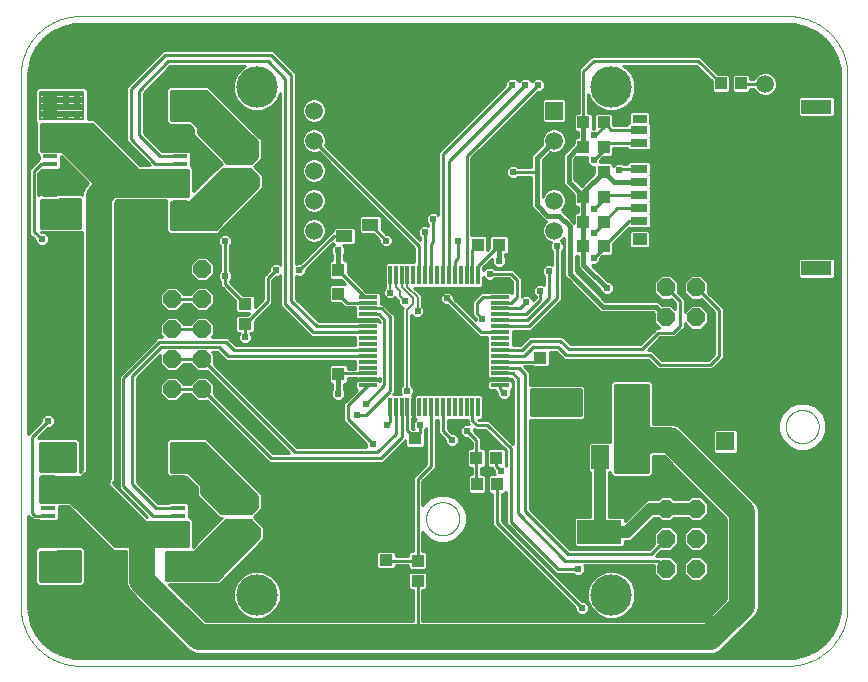
<source format=gbl>
G75*
%MOIN*%
%OFA0B0*%
%FSLAX25Y25*%
%IPPOS*%
%LPD*%
%AMOC8*
5,1,8,0,0,1.08239X$1,22.5*
%
%ADD10C,0.00000*%
%ADD11R,0.04134X0.04252*%
%ADD12R,0.04252X0.04134*%
%ADD13R,0.06000X0.06000*%
%ADD14C,0.06000*%
%ADD15R,0.03937X0.04331*%
%ADD16R,0.04331X0.03937*%
%ADD17R,0.01181X0.06299*%
%ADD18R,0.06299X0.01181*%
%ADD19R,0.05000X0.01575*%
%ADD20C,0.05906*%
%ADD21R,0.05906X0.05906*%
%ADD22R,0.05600X0.02800*%
%ADD23R,0.04724X0.02756*%
%ADD24R,0.04724X0.03937*%
%ADD25R,0.10000X0.05000*%
%ADD26R,0.15748X0.07874*%
%ADD27R,0.04724X0.06693*%
%ADD28OC8,0.06000*%
%ADD29C,0.06000*%
%ADD30R,0.05512X0.03937*%
%ADD31R,0.05900X0.07900*%
%ADD32R,0.15000X0.07900*%
%ADD33C,0.01000*%
%ADD34C,0.02400*%
%ADD35C,0.01600*%
%ADD36C,0.04000*%
%ADD37C,0.13780*%
%ADD38C,0.03200*%
%ADD39C,0.08600*%
%ADD40C,0.00787*%
D10*
X0091335Y0054209D02*
X0091335Y0231374D01*
X0091341Y0231850D01*
X0091358Y0232325D01*
X0091387Y0232800D01*
X0091427Y0233274D01*
X0091479Y0233747D01*
X0091542Y0234218D01*
X0091616Y0234688D01*
X0091702Y0235156D01*
X0091799Y0235622D01*
X0091907Y0236085D01*
X0092026Y0236545D01*
X0092157Y0237003D01*
X0092298Y0237457D01*
X0092451Y0237908D01*
X0092614Y0238354D01*
X0092788Y0238797D01*
X0092973Y0239235D01*
X0093168Y0239669D01*
X0093374Y0240098D01*
X0093590Y0240522D01*
X0093816Y0240941D01*
X0094052Y0241354D01*
X0094298Y0241761D01*
X0094554Y0242162D01*
X0094820Y0242556D01*
X0095095Y0242945D01*
X0095379Y0243326D01*
X0095672Y0243700D01*
X0095974Y0244068D01*
X0096286Y0244428D01*
X0096605Y0244780D01*
X0096933Y0245124D01*
X0097270Y0245461D01*
X0097614Y0245789D01*
X0097966Y0246108D01*
X0098326Y0246420D01*
X0098694Y0246722D01*
X0099068Y0247015D01*
X0099449Y0247299D01*
X0099838Y0247574D01*
X0100232Y0247840D01*
X0100633Y0248096D01*
X0101040Y0248342D01*
X0101453Y0248578D01*
X0101872Y0248804D01*
X0102296Y0249020D01*
X0102725Y0249226D01*
X0103159Y0249421D01*
X0103597Y0249606D01*
X0104040Y0249780D01*
X0104486Y0249943D01*
X0104937Y0250096D01*
X0105391Y0250237D01*
X0105849Y0250368D01*
X0106309Y0250487D01*
X0106772Y0250595D01*
X0107238Y0250692D01*
X0107706Y0250778D01*
X0108176Y0250852D01*
X0108647Y0250915D01*
X0109120Y0250967D01*
X0109594Y0251007D01*
X0110069Y0251036D01*
X0110544Y0251053D01*
X0111020Y0251059D01*
X0347241Y0251059D01*
X0347717Y0251053D01*
X0348192Y0251036D01*
X0348667Y0251007D01*
X0349141Y0250967D01*
X0349614Y0250915D01*
X0350085Y0250852D01*
X0350555Y0250778D01*
X0351023Y0250692D01*
X0351489Y0250595D01*
X0351952Y0250487D01*
X0352412Y0250368D01*
X0352870Y0250237D01*
X0353324Y0250096D01*
X0353775Y0249943D01*
X0354221Y0249780D01*
X0354664Y0249606D01*
X0355102Y0249421D01*
X0355536Y0249226D01*
X0355965Y0249020D01*
X0356389Y0248804D01*
X0356808Y0248578D01*
X0357221Y0248342D01*
X0357628Y0248096D01*
X0358029Y0247840D01*
X0358423Y0247574D01*
X0358812Y0247299D01*
X0359193Y0247015D01*
X0359567Y0246722D01*
X0359935Y0246420D01*
X0360295Y0246108D01*
X0360647Y0245789D01*
X0360991Y0245461D01*
X0361328Y0245124D01*
X0361656Y0244780D01*
X0361975Y0244428D01*
X0362287Y0244068D01*
X0362589Y0243700D01*
X0362882Y0243326D01*
X0363166Y0242945D01*
X0363441Y0242556D01*
X0363707Y0242162D01*
X0363963Y0241761D01*
X0364209Y0241354D01*
X0364445Y0240941D01*
X0364671Y0240522D01*
X0364887Y0240098D01*
X0365093Y0239669D01*
X0365288Y0239235D01*
X0365473Y0238797D01*
X0365647Y0238354D01*
X0365810Y0237908D01*
X0365963Y0237457D01*
X0366104Y0237003D01*
X0366235Y0236545D01*
X0366354Y0236085D01*
X0366462Y0235622D01*
X0366559Y0235156D01*
X0366645Y0234688D01*
X0366719Y0234218D01*
X0366782Y0233747D01*
X0366834Y0233274D01*
X0366874Y0232800D01*
X0366903Y0232325D01*
X0366920Y0231850D01*
X0366926Y0231374D01*
X0366926Y0054209D01*
X0366920Y0053733D01*
X0366903Y0053258D01*
X0366874Y0052783D01*
X0366834Y0052309D01*
X0366782Y0051836D01*
X0366719Y0051365D01*
X0366645Y0050895D01*
X0366559Y0050427D01*
X0366462Y0049961D01*
X0366354Y0049498D01*
X0366235Y0049038D01*
X0366104Y0048580D01*
X0365963Y0048126D01*
X0365810Y0047675D01*
X0365647Y0047229D01*
X0365473Y0046786D01*
X0365288Y0046348D01*
X0365093Y0045914D01*
X0364887Y0045485D01*
X0364671Y0045061D01*
X0364445Y0044642D01*
X0364209Y0044229D01*
X0363963Y0043822D01*
X0363707Y0043421D01*
X0363441Y0043027D01*
X0363166Y0042638D01*
X0362882Y0042257D01*
X0362589Y0041883D01*
X0362287Y0041515D01*
X0361975Y0041155D01*
X0361656Y0040803D01*
X0361328Y0040459D01*
X0360991Y0040122D01*
X0360647Y0039794D01*
X0360295Y0039475D01*
X0359935Y0039163D01*
X0359567Y0038861D01*
X0359193Y0038568D01*
X0358812Y0038284D01*
X0358423Y0038009D01*
X0358029Y0037743D01*
X0357628Y0037487D01*
X0357221Y0037241D01*
X0356808Y0037005D01*
X0356389Y0036779D01*
X0355965Y0036563D01*
X0355536Y0036357D01*
X0355102Y0036162D01*
X0354664Y0035977D01*
X0354221Y0035803D01*
X0353775Y0035640D01*
X0353324Y0035487D01*
X0352870Y0035346D01*
X0352412Y0035215D01*
X0351952Y0035096D01*
X0351489Y0034988D01*
X0351023Y0034891D01*
X0350555Y0034805D01*
X0350085Y0034731D01*
X0349614Y0034668D01*
X0349141Y0034616D01*
X0348667Y0034576D01*
X0348192Y0034547D01*
X0347717Y0034530D01*
X0347241Y0034524D01*
X0111020Y0034524D01*
X0110544Y0034530D01*
X0110069Y0034547D01*
X0109594Y0034576D01*
X0109120Y0034616D01*
X0108647Y0034668D01*
X0108176Y0034731D01*
X0107706Y0034805D01*
X0107238Y0034891D01*
X0106772Y0034988D01*
X0106309Y0035096D01*
X0105849Y0035215D01*
X0105391Y0035346D01*
X0104937Y0035487D01*
X0104486Y0035640D01*
X0104040Y0035803D01*
X0103597Y0035977D01*
X0103159Y0036162D01*
X0102725Y0036357D01*
X0102296Y0036563D01*
X0101872Y0036779D01*
X0101453Y0037005D01*
X0101040Y0037241D01*
X0100633Y0037487D01*
X0100232Y0037743D01*
X0099838Y0038009D01*
X0099449Y0038284D01*
X0099068Y0038568D01*
X0098694Y0038861D01*
X0098326Y0039163D01*
X0097966Y0039475D01*
X0097614Y0039794D01*
X0097270Y0040122D01*
X0096933Y0040459D01*
X0096605Y0040803D01*
X0096286Y0041155D01*
X0095974Y0041515D01*
X0095672Y0041883D01*
X0095379Y0042257D01*
X0095095Y0042638D01*
X0094820Y0043027D01*
X0094554Y0043421D01*
X0094298Y0043822D01*
X0094052Y0044229D01*
X0093816Y0044642D01*
X0093590Y0045061D01*
X0093374Y0045485D01*
X0093168Y0045914D01*
X0092973Y0046348D01*
X0092788Y0046786D01*
X0092614Y0047229D01*
X0092451Y0047675D01*
X0092298Y0048126D01*
X0092157Y0048580D01*
X0092026Y0049038D01*
X0091907Y0049498D01*
X0091799Y0049961D01*
X0091702Y0050427D01*
X0091616Y0050895D01*
X0091542Y0051365D01*
X0091479Y0051836D01*
X0091427Y0052309D01*
X0091387Y0052783D01*
X0091358Y0053258D01*
X0091341Y0053733D01*
X0091335Y0054209D01*
X0226453Y0083539D02*
X0226455Y0083687D01*
X0226461Y0083835D01*
X0226471Y0083983D01*
X0226485Y0084130D01*
X0226503Y0084277D01*
X0226524Y0084423D01*
X0226550Y0084569D01*
X0226580Y0084714D01*
X0226613Y0084858D01*
X0226651Y0085001D01*
X0226692Y0085143D01*
X0226737Y0085284D01*
X0226785Y0085424D01*
X0226838Y0085563D01*
X0226894Y0085700D01*
X0226954Y0085835D01*
X0227017Y0085969D01*
X0227084Y0086101D01*
X0227155Y0086231D01*
X0227229Y0086359D01*
X0227306Y0086485D01*
X0227387Y0086609D01*
X0227471Y0086731D01*
X0227558Y0086850D01*
X0227649Y0086967D01*
X0227743Y0087082D01*
X0227839Y0087194D01*
X0227939Y0087304D01*
X0228041Y0087410D01*
X0228147Y0087514D01*
X0228255Y0087615D01*
X0228366Y0087713D01*
X0228479Y0087809D01*
X0228595Y0087901D01*
X0228713Y0087990D01*
X0228834Y0088075D01*
X0228957Y0088158D01*
X0229082Y0088237D01*
X0229209Y0088313D01*
X0229338Y0088385D01*
X0229469Y0088454D01*
X0229602Y0088519D01*
X0229737Y0088580D01*
X0229873Y0088638D01*
X0230010Y0088693D01*
X0230149Y0088743D01*
X0230290Y0088790D01*
X0230431Y0088833D01*
X0230574Y0088873D01*
X0230718Y0088908D01*
X0230862Y0088940D01*
X0231008Y0088967D01*
X0231154Y0088991D01*
X0231301Y0089011D01*
X0231448Y0089027D01*
X0231595Y0089039D01*
X0231743Y0089047D01*
X0231891Y0089051D01*
X0232039Y0089051D01*
X0232187Y0089047D01*
X0232335Y0089039D01*
X0232482Y0089027D01*
X0232629Y0089011D01*
X0232776Y0088991D01*
X0232922Y0088967D01*
X0233068Y0088940D01*
X0233212Y0088908D01*
X0233356Y0088873D01*
X0233499Y0088833D01*
X0233640Y0088790D01*
X0233781Y0088743D01*
X0233920Y0088693D01*
X0234057Y0088638D01*
X0234193Y0088580D01*
X0234328Y0088519D01*
X0234461Y0088454D01*
X0234592Y0088385D01*
X0234721Y0088313D01*
X0234848Y0088237D01*
X0234973Y0088158D01*
X0235096Y0088075D01*
X0235217Y0087990D01*
X0235335Y0087901D01*
X0235451Y0087809D01*
X0235564Y0087713D01*
X0235675Y0087615D01*
X0235783Y0087514D01*
X0235889Y0087410D01*
X0235991Y0087304D01*
X0236091Y0087194D01*
X0236187Y0087082D01*
X0236281Y0086967D01*
X0236372Y0086850D01*
X0236459Y0086731D01*
X0236543Y0086609D01*
X0236624Y0086485D01*
X0236701Y0086359D01*
X0236775Y0086231D01*
X0236846Y0086101D01*
X0236913Y0085969D01*
X0236976Y0085835D01*
X0237036Y0085700D01*
X0237092Y0085563D01*
X0237145Y0085424D01*
X0237193Y0085284D01*
X0237238Y0085143D01*
X0237279Y0085001D01*
X0237317Y0084858D01*
X0237350Y0084714D01*
X0237380Y0084569D01*
X0237406Y0084423D01*
X0237427Y0084277D01*
X0237445Y0084130D01*
X0237459Y0083983D01*
X0237469Y0083835D01*
X0237475Y0083687D01*
X0237477Y0083539D01*
X0237475Y0083391D01*
X0237469Y0083243D01*
X0237459Y0083095D01*
X0237445Y0082948D01*
X0237427Y0082801D01*
X0237406Y0082655D01*
X0237380Y0082509D01*
X0237350Y0082364D01*
X0237317Y0082220D01*
X0237279Y0082077D01*
X0237238Y0081935D01*
X0237193Y0081794D01*
X0237145Y0081654D01*
X0237092Y0081515D01*
X0237036Y0081378D01*
X0236976Y0081243D01*
X0236913Y0081109D01*
X0236846Y0080977D01*
X0236775Y0080847D01*
X0236701Y0080719D01*
X0236624Y0080593D01*
X0236543Y0080469D01*
X0236459Y0080347D01*
X0236372Y0080228D01*
X0236281Y0080111D01*
X0236187Y0079996D01*
X0236091Y0079884D01*
X0235991Y0079774D01*
X0235889Y0079668D01*
X0235783Y0079564D01*
X0235675Y0079463D01*
X0235564Y0079365D01*
X0235451Y0079269D01*
X0235335Y0079177D01*
X0235217Y0079088D01*
X0235096Y0079003D01*
X0234973Y0078920D01*
X0234848Y0078841D01*
X0234721Y0078765D01*
X0234592Y0078693D01*
X0234461Y0078624D01*
X0234328Y0078559D01*
X0234193Y0078498D01*
X0234057Y0078440D01*
X0233920Y0078385D01*
X0233781Y0078335D01*
X0233640Y0078288D01*
X0233499Y0078245D01*
X0233356Y0078205D01*
X0233212Y0078170D01*
X0233068Y0078138D01*
X0232922Y0078111D01*
X0232776Y0078087D01*
X0232629Y0078067D01*
X0232482Y0078051D01*
X0232335Y0078039D01*
X0232187Y0078031D01*
X0232039Y0078027D01*
X0231891Y0078027D01*
X0231743Y0078031D01*
X0231595Y0078039D01*
X0231448Y0078051D01*
X0231301Y0078067D01*
X0231154Y0078087D01*
X0231008Y0078111D01*
X0230862Y0078138D01*
X0230718Y0078170D01*
X0230574Y0078205D01*
X0230431Y0078245D01*
X0230290Y0078288D01*
X0230149Y0078335D01*
X0230010Y0078385D01*
X0229873Y0078440D01*
X0229737Y0078498D01*
X0229602Y0078559D01*
X0229469Y0078624D01*
X0229338Y0078693D01*
X0229209Y0078765D01*
X0229082Y0078841D01*
X0228957Y0078920D01*
X0228834Y0079003D01*
X0228713Y0079088D01*
X0228595Y0079177D01*
X0228479Y0079269D01*
X0228366Y0079365D01*
X0228255Y0079463D01*
X0228147Y0079564D01*
X0228041Y0079668D01*
X0227939Y0079774D01*
X0227839Y0079884D01*
X0227743Y0079996D01*
X0227649Y0080111D01*
X0227558Y0080228D01*
X0227471Y0080347D01*
X0227387Y0080469D01*
X0227306Y0080593D01*
X0227229Y0080719D01*
X0227155Y0080847D01*
X0227084Y0080977D01*
X0227017Y0081109D01*
X0226954Y0081243D01*
X0226894Y0081378D01*
X0226838Y0081515D01*
X0226785Y0081654D01*
X0226737Y0081794D01*
X0226692Y0081935D01*
X0226651Y0082077D01*
X0226613Y0082220D01*
X0226580Y0082364D01*
X0226550Y0082509D01*
X0226524Y0082655D01*
X0226503Y0082801D01*
X0226485Y0082948D01*
X0226471Y0083095D01*
X0226461Y0083243D01*
X0226455Y0083391D01*
X0226453Y0083539D01*
X0346335Y0114248D02*
X0346337Y0114396D01*
X0346343Y0114544D01*
X0346353Y0114692D01*
X0346367Y0114839D01*
X0346385Y0114986D01*
X0346406Y0115132D01*
X0346432Y0115278D01*
X0346462Y0115423D01*
X0346495Y0115567D01*
X0346533Y0115710D01*
X0346574Y0115852D01*
X0346619Y0115993D01*
X0346667Y0116133D01*
X0346720Y0116272D01*
X0346776Y0116409D01*
X0346836Y0116544D01*
X0346899Y0116678D01*
X0346966Y0116810D01*
X0347037Y0116940D01*
X0347111Y0117068D01*
X0347188Y0117194D01*
X0347269Y0117318D01*
X0347353Y0117440D01*
X0347440Y0117559D01*
X0347531Y0117676D01*
X0347625Y0117791D01*
X0347721Y0117903D01*
X0347821Y0118013D01*
X0347923Y0118119D01*
X0348029Y0118223D01*
X0348137Y0118324D01*
X0348248Y0118422D01*
X0348361Y0118518D01*
X0348477Y0118610D01*
X0348595Y0118699D01*
X0348716Y0118784D01*
X0348839Y0118867D01*
X0348964Y0118946D01*
X0349091Y0119022D01*
X0349220Y0119094D01*
X0349351Y0119163D01*
X0349484Y0119228D01*
X0349619Y0119289D01*
X0349755Y0119347D01*
X0349892Y0119402D01*
X0350031Y0119452D01*
X0350172Y0119499D01*
X0350313Y0119542D01*
X0350456Y0119582D01*
X0350600Y0119617D01*
X0350744Y0119649D01*
X0350890Y0119676D01*
X0351036Y0119700D01*
X0351183Y0119720D01*
X0351330Y0119736D01*
X0351477Y0119748D01*
X0351625Y0119756D01*
X0351773Y0119760D01*
X0351921Y0119760D01*
X0352069Y0119756D01*
X0352217Y0119748D01*
X0352364Y0119736D01*
X0352511Y0119720D01*
X0352658Y0119700D01*
X0352804Y0119676D01*
X0352950Y0119649D01*
X0353094Y0119617D01*
X0353238Y0119582D01*
X0353381Y0119542D01*
X0353522Y0119499D01*
X0353663Y0119452D01*
X0353802Y0119402D01*
X0353939Y0119347D01*
X0354075Y0119289D01*
X0354210Y0119228D01*
X0354343Y0119163D01*
X0354474Y0119094D01*
X0354603Y0119022D01*
X0354730Y0118946D01*
X0354855Y0118867D01*
X0354978Y0118784D01*
X0355099Y0118699D01*
X0355217Y0118610D01*
X0355333Y0118518D01*
X0355446Y0118422D01*
X0355557Y0118324D01*
X0355665Y0118223D01*
X0355771Y0118119D01*
X0355873Y0118013D01*
X0355973Y0117903D01*
X0356069Y0117791D01*
X0356163Y0117676D01*
X0356254Y0117559D01*
X0356341Y0117440D01*
X0356425Y0117318D01*
X0356506Y0117194D01*
X0356583Y0117068D01*
X0356657Y0116940D01*
X0356728Y0116810D01*
X0356795Y0116678D01*
X0356858Y0116544D01*
X0356918Y0116409D01*
X0356974Y0116272D01*
X0357027Y0116133D01*
X0357075Y0115993D01*
X0357120Y0115852D01*
X0357161Y0115710D01*
X0357199Y0115567D01*
X0357232Y0115423D01*
X0357262Y0115278D01*
X0357288Y0115132D01*
X0357309Y0114986D01*
X0357327Y0114839D01*
X0357341Y0114692D01*
X0357351Y0114544D01*
X0357357Y0114396D01*
X0357359Y0114248D01*
X0357357Y0114100D01*
X0357351Y0113952D01*
X0357341Y0113804D01*
X0357327Y0113657D01*
X0357309Y0113510D01*
X0357288Y0113364D01*
X0357262Y0113218D01*
X0357232Y0113073D01*
X0357199Y0112929D01*
X0357161Y0112786D01*
X0357120Y0112644D01*
X0357075Y0112503D01*
X0357027Y0112363D01*
X0356974Y0112224D01*
X0356918Y0112087D01*
X0356858Y0111952D01*
X0356795Y0111818D01*
X0356728Y0111686D01*
X0356657Y0111556D01*
X0356583Y0111428D01*
X0356506Y0111302D01*
X0356425Y0111178D01*
X0356341Y0111056D01*
X0356254Y0110937D01*
X0356163Y0110820D01*
X0356069Y0110705D01*
X0355973Y0110593D01*
X0355873Y0110483D01*
X0355771Y0110377D01*
X0355665Y0110273D01*
X0355557Y0110172D01*
X0355446Y0110074D01*
X0355333Y0109978D01*
X0355217Y0109886D01*
X0355099Y0109797D01*
X0354978Y0109712D01*
X0354855Y0109629D01*
X0354730Y0109550D01*
X0354603Y0109474D01*
X0354474Y0109402D01*
X0354343Y0109333D01*
X0354210Y0109268D01*
X0354075Y0109207D01*
X0353939Y0109149D01*
X0353802Y0109094D01*
X0353663Y0109044D01*
X0353522Y0108997D01*
X0353381Y0108954D01*
X0353238Y0108914D01*
X0353094Y0108879D01*
X0352950Y0108847D01*
X0352804Y0108820D01*
X0352658Y0108796D01*
X0352511Y0108776D01*
X0352364Y0108760D01*
X0352217Y0108748D01*
X0352069Y0108740D01*
X0351921Y0108736D01*
X0351773Y0108736D01*
X0351625Y0108740D01*
X0351477Y0108748D01*
X0351330Y0108760D01*
X0351183Y0108776D01*
X0351036Y0108796D01*
X0350890Y0108820D01*
X0350744Y0108847D01*
X0350600Y0108879D01*
X0350456Y0108914D01*
X0350313Y0108954D01*
X0350172Y0108997D01*
X0350031Y0109044D01*
X0349892Y0109094D01*
X0349755Y0109149D01*
X0349619Y0109207D01*
X0349484Y0109268D01*
X0349351Y0109333D01*
X0349220Y0109402D01*
X0349091Y0109474D01*
X0348964Y0109550D01*
X0348839Y0109629D01*
X0348716Y0109712D01*
X0348595Y0109797D01*
X0348477Y0109886D01*
X0348361Y0109978D01*
X0348248Y0110074D01*
X0348137Y0110172D01*
X0348029Y0110273D01*
X0347923Y0110377D01*
X0347821Y0110483D01*
X0347721Y0110593D01*
X0347625Y0110705D01*
X0347531Y0110820D01*
X0347440Y0110937D01*
X0347353Y0111056D01*
X0347269Y0111178D01*
X0347188Y0111302D01*
X0347111Y0111428D01*
X0347037Y0111556D01*
X0346966Y0111686D01*
X0346899Y0111818D01*
X0346836Y0111952D01*
X0346776Y0112087D01*
X0346720Y0112224D01*
X0346667Y0112363D01*
X0346619Y0112503D01*
X0346574Y0112644D01*
X0346533Y0112786D01*
X0346495Y0112929D01*
X0346462Y0113073D01*
X0346432Y0113218D01*
X0346406Y0113364D01*
X0346385Y0113510D01*
X0346367Y0113657D01*
X0346353Y0113804D01*
X0346343Y0113952D01*
X0346337Y0114100D01*
X0346335Y0114248D01*
D11*
X0291926Y0114051D03*
X0285036Y0114051D03*
X0197142Y0131768D03*
X0190253Y0131768D03*
X0190253Y0158539D03*
X0197142Y0158539D03*
X0197142Y0166413D03*
X0190253Y0166413D03*
X0278835Y0199091D03*
X0285725Y0199091D03*
D12*
X0250784Y0181669D03*
X0243698Y0181669D03*
X0243698Y0174780D03*
X0250784Y0174780D03*
X0268501Y0120154D03*
X0268501Y0113264D03*
X0222831Y0110409D03*
X0222831Y0103520D03*
D13*
X0326257Y0109327D03*
D14*
X0326257Y0119169D03*
D15*
X0249918Y0103815D03*
X0243225Y0103815D03*
X0243461Y0095154D03*
X0250154Y0095154D03*
X0278934Y0174287D03*
X0285627Y0174287D03*
X0285627Y0182555D03*
X0278934Y0182555D03*
X0278934Y0190823D03*
X0285627Y0190823D03*
X0285627Y0207358D03*
X0278934Y0207358D03*
X0278934Y0215626D03*
X0285627Y0215626D03*
X0324721Y0228618D03*
X0331414Y0228618D03*
D16*
X0264564Y0137083D03*
X0264564Y0130390D03*
X0223619Y0069563D03*
X0213186Y0069720D03*
X0213186Y0063028D03*
X0223619Y0062870D03*
X0166138Y0148500D03*
X0166138Y0155193D03*
D17*
X0214367Y0164839D03*
X0216335Y0164839D03*
X0218304Y0164839D03*
X0220272Y0164839D03*
X0222241Y0164839D03*
X0224209Y0164839D03*
X0226178Y0164839D03*
X0228146Y0164839D03*
X0230115Y0164839D03*
X0232083Y0164839D03*
X0234052Y0164839D03*
X0236020Y0164839D03*
X0237989Y0164839D03*
X0239957Y0164839D03*
X0241926Y0164839D03*
X0243894Y0164839D03*
X0243894Y0120744D03*
X0241926Y0120744D03*
X0239957Y0120744D03*
X0237989Y0120744D03*
X0236020Y0120744D03*
X0234052Y0120744D03*
X0232083Y0120744D03*
X0230115Y0120744D03*
X0228146Y0120744D03*
X0226178Y0120744D03*
X0224209Y0120744D03*
X0222241Y0120744D03*
X0220272Y0120744D03*
X0218304Y0120744D03*
X0216335Y0120744D03*
X0214367Y0120744D03*
D18*
X0207083Y0128028D03*
X0207083Y0129996D03*
X0207083Y0131965D03*
X0207083Y0133933D03*
X0207083Y0135902D03*
X0207083Y0137870D03*
X0207083Y0139839D03*
X0207083Y0141807D03*
X0207083Y0143776D03*
X0207083Y0145744D03*
X0207083Y0147713D03*
X0207083Y0149681D03*
X0207083Y0151650D03*
X0207083Y0153618D03*
X0207083Y0155587D03*
X0207083Y0157555D03*
X0251178Y0157555D03*
X0251178Y0155587D03*
X0251178Y0153618D03*
X0251178Y0151650D03*
X0251178Y0149681D03*
X0251178Y0147713D03*
X0251178Y0145744D03*
X0251178Y0143776D03*
X0251178Y0141807D03*
X0251178Y0139839D03*
X0251178Y0137870D03*
X0251178Y0135902D03*
X0251178Y0133933D03*
X0251178Y0131965D03*
X0251178Y0129996D03*
X0251178Y0128028D03*
D19*
X0143894Y0107594D03*
X0143894Y0105035D03*
X0143894Y0102476D03*
X0143894Y0099917D03*
X0143894Y0097358D03*
X0143894Y0094799D03*
X0143894Y0092240D03*
X0143894Y0089681D03*
X0143894Y0087122D03*
X0143894Y0084563D03*
X0143894Y0082004D03*
X0143894Y0079445D03*
X0143894Y0076886D03*
X0143894Y0074327D03*
X0143894Y0071768D03*
X0143894Y0069209D03*
X0143894Y0066650D03*
X0143894Y0064091D03*
X0100390Y0064091D03*
X0100390Y0066650D03*
X0100390Y0069209D03*
X0100390Y0071768D03*
X0100390Y0074327D03*
X0100390Y0076886D03*
X0100390Y0079445D03*
X0100390Y0082004D03*
X0100390Y0084563D03*
X0100390Y0087122D03*
X0100390Y0089681D03*
X0100390Y0092240D03*
X0100390Y0094799D03*
X0100390Y0097358D03*
X0100390Y0099917D03*
X0100390Y0102476D03*
X0100390Y0105035D03*
X0100390Y0107594D03*
X0101060Y0181335D03*
X0101060Y0183894D03*
X0101060Y0186453D03*
X0101060Y0189012D03*
X0101060Y0191571D03*
X0101060Y0194130D03*
X0101060Y0196689D03*
X0101060Y0199248D03*
X0101060Y0201807D03*
X0101060Y0204366D03*
X0101060Y0206925D03*
X0101060Y0209484D03*
X0101060Y0212043D03*
X0101060Y0214602D03*
X0101060Y0217161D03*
X0101060Y0219720D03*
X0101060Y0222280D03*
X0101060Y0224839D03*
X0144564Y0224839D03*
X0144564Y0222280D03*
X0144564Y0219720D03*
X0144564Y0217161D03*
X0144564Y0214602D03*
X0144564Y0212043D03*
X0144564Y0209484D03*
X0144564Y0206925D03*
X0144564Y0204366D03*
X0144564Y0201807D03*
X0144564Y0199248D03*
X0144564Y0196689D03*
X0144564Y0194130D03*
X0144564Y0191571D03*
X0144564Y0189012D03*
X0144564Y0186453D03*
X0144564Y0183894D03*
X0144564Y0181335D03*
D20*
X0189131Y0179602D03*
X0189131Y0189602D03*
X0189131Y0199602D03*
X0189131Y0209602D03*
X0189131Y0219602D03*
X0269131Y0209602D03*
X0269131Y0199602D03*
X0269131Y0189602D03*
X0269131Y0179602D03*
X0309485Y0228382D03*
X0339485Y0228382D03*
D21*
X0269131Y0219602D03*
D22*
X0297438Y0213106D03*
X0297438Y0208776D03*
X0297438Y0204445D03*
X0297438Y0200114D03*
X0297438Y0195783D03*
X0297438Y0191453D03*
X0297438Y0187122D03*
X0297438Y0182791D03*
D23*
X0297635Y0216846D03*
D24*
X0297635Y0176689D03*
D25*
X0356572Y0167004D03*
X0356572Y0220941D03*
D26*
X0283776Y0147752D03*
D27*
X0283776Y0122752D03*
X0274721Y0122752D03*
X0292831Y0122752D03*
D28*
X0306493Y0140665D03*
X0316493Y0140665D03*
X0316493Y0150665D03*
X0306493Y0150665D03*
X0306493Y0160665D03*
X0316493Y0160665D03*
X0316493Y0086925D03*
X0306493Y0086925D03*
X0306493Y0076925D03*
X0316493Y0076925D03*
X0316493Y0066925D03*
X0306493Y0066925D03*
X0306493Y0056925D03*
X0316493Y0056925D03*
X0151768Y0126728D03*
X0141768Y0126728D03*
X0141768Y0136728D03*
X0151768Y0136728D03*
X0151768Y0146728D03*
X0141768Y0146728D03*
X0141768Y0156728D03*
X0151768Y0156728D03*
X0151768Y0166728D03*
X0141768Y0166728D03*
D29*
X0160422Y0196846D02*
X0166422Y0196846D01*
X0166422Y0206846D02*
X0160422Y0206846D01*
X0160422Y0088736D02*
X0166422Y0088736D01*
X0166422Y0078736D02*
X0160422Y0078736D01*
D30*
X0207871Y0174091D03*
X0207871Y0181571D03*
X0199209Y0177831D03*
D31*
X0275349Y0104010D03*
X0284349Y0104010D03*
X0293349Y0104010D03*
D32*
X0284249Y0079210D03*
D33*
X0281249Y0084260D02*
X0276293Y0084260D01*
X0275649Y0083616D01*
X0275649Y0074805D01*
X0276293Y0074160D01*
X0292204Y0074160D01*
X0292849Y0074805D01*
X0292849Y0076110D01*
X0294119Y0076110D01*
X0295258Y0076582D01*
X0302501Y0083825D01*
X0303795Y0083825D01*
X0304795Y0082825D01*
X0308191Y0082825D01*
X0309191Y0083825D01*
X0313795Y0083825D01*
X0314795Y0082825D01*
X0318191Y0082825D01*
X0320593Y0085227D01*
X0320593Y0088623D01*
X0318191Y0091025D01*
X0314795Y0091025D01*
X0313795Y0090025D01*
X0309191Y0090025D01*
X0308191Y0091025D01*
X0304795Y0091025D01*
X0303795Y0090025D01*
X0300601Y0090025D01*
X0299461Y0089553D01*
X0292849Y0082941D01*
X0292849Y0083616D01*
X0292204Y0084260D01*
X0287449Y0084260D01*
X0287449Y0098960D01*
X0287754Y0098960D01*
X0287767Y0098973D01*
X0287767Y0098428D01*
X0288704Y0097491D01*
X0301053Y0097491D01*
X0301990Y0098428D01*
X0301990Y0104077D01*
X0302233Y0104320D01*
X0305634Y0104320D01*
X0326486Y0083468D01*
X0326486Y0056839D01*
X0319020Y0049372D01*
X0225219Y0049372D01*
X0225219Y0059802D01*
X0226240Y0059802D01*
X0226884Y0060446D01*
X0226884Y0065294D01*
X0226240Y0065939D01*
X0220998Y0065939D01*
X0220353Y0065294D01*
X0220353Y0060446D01*
X0220998Y0059802D01*
X0222019Y0059802D01*
X0222019Y0049372D01*
X0153021Y0049372D01*
X0140730Y0061664D01*
X0157352Y0061664D01*
X0158290Y0062601D01*
X0172463Y0076774D01*
X0172463Y0080856D01*
X0171526Y0081793D01*
X0169189Y0084130D01*
X0169707Y0084648D01*
X0171675Y0086617D01*
X0171675Y0091879D01*
X0170738Y0092817D01*
X0153022Y0110533D01*
X0140673Y0110533D01*
X0139735Y0109596D01*
X0139735Y0098428D01*
X0140673Y0097491D01*
X0146578Y0097491D01*
X0149972Y0094097D01*
X0149972Y0091341D01*
X0150909Y0090404D01*
X0157602Y0083711D01*
X0158339Y0083711D01*
X0158239Y0083612D01*
X0148841Y0074213D01*
X0148841Y0083218D01*
X0147904Y0084155D01*
X0147494Y0084155D01*
X0147494Y0085806D01*
X0147458Y0085843D01*
X0147494Y0085879D01*
X0147494Y0088365D01*
X0146850Y0089009D01*
X0140939Y0089009D01*
X0140651Y0088722D01*
X0137037Y0088722D01*
X0129943Y0095816D01*
X0129943Y0130318D01*
X0137668Y0138043D01*
X0137668Y0135030D01*
X0140070Y0132628D01*
X0143467Y0132628D01*
X0145868Y0135030D01*
X0145868Y0135128D01*
X0147668Y0135128D01*
X0147668Y0135030D01*
X0150070Y0132628D01*
X0153467Y0132628D01*
X0153536Y0132698D01*
X0180819Y0105415D01*
X0175344Y0105415D01*
X0155799Y0124961D01*
X0155868Y0125030D01*
X0155868Y0128427D01*
X0153467Y0130828D01*
X0150070Y0130828D01*
X0147668Y0128427D01*
X0147668Y0128328D01*
X0145868Y0128328D01*
X0145868Y0128427D01*
X0143467Y0130828D01*
X0140070Y0130828D01*
X0137668Y0128427D01*
X0137668Y0125030D01*
X0140070Y0122628D01*
X0143467Y0122628D01*
X0145868Y0125030D01*
X0145868Y0125128D01*
X0147668Y0125128D01*
X0147668Y0125030D01*
X0150070Y0122628D01*
X0153467Y0122628D01*
X0153536Y0122698D01*
X0174019Y0102215D01*
X0212077Y0102215D01*
X0213014Y0103152D01*
X0218967Y0109105D01*
X0219605Y0109744D01*
X0219605Y0107887D01*
X0220250Y0107243D01*
X0225413Y0107243D01*
X0226057Y0107887D01*
X0226057Y0112932D01*
X0226006Y0112983D01*
X0226006Y0113186D01*
X0226546Y0113726D01*
X0226546Y0101919D01*
X0222956Y0098328D01*
X0222019Y0097391D01*
X0222019Y0072631D01*
X0220998Y0072631D01*
X0220353Y0071987D01*
X0220353Y0071163D01*
X0216451Y0071163D01*
X0216451Y0072145D01*
X0215807Y0072789D01*
X0210565Y0072789D01*
X0209920Y0072145D01*
X0209920Y0067296D01*
X0210565Y0066652D01*
X0215807Y0066652D01*
X0216451Y0067296D01*
X0216451Y0067963D01*
X0220353Y0067963D01*
X0220353Y0067139D01*
X0220998Y0066494D01*
X0226240Y0066494D01*
X0226884Y0067139D01*
X0226884Y0071987D01*
X0226240Y0072631D01*
X0225219Y0072631D01*
X0225219Y0078955D01*
X0227427Y0076747D01*
X0230372Y0075528D01*
X0233559Y0075528D01*
X0236504Y0076747D01*
X0238757Y0079001D01*
X0239977Y0081946D01*
X0239977Y0085133D01*
X0238757Y0088078D01*
X0236504Y0090331D01*
X0233559Y0091551D01*
X0230372Y0091551D01*
X0227427Y0090331D01*
X0225219Y0088123D01*
X0225219Y0096066D01*
X0229746Y0100593D01*
X0229746Y0116494D01*
X0230483Y0116494D01*
X0230483Y0112010D01*
X0231421Y0111073D01*
X0232736Y0109758D01*
X0232736Y0108768D01*
X0234083Y0107420D01*
X0235989Y0107420D01*
X0237336Y0108768D01*
X0237336Y0110673D01*
X0235989Y0112020D01*
X0234999Y0112020D01*
X0233683Y0113336D01*
X0233683Y0116494D01*
X0240326Y0116494D01*
X0240326Y0115554D01*
X0240710Y0115170D01*
X0239202Y0115170D01*
X0237854Y0113823D01*
X0237854Y0111917D01*
X0239202Y0110570D01*
X0240191Y0110570D01*
X0241625Y0109136D01*
X0241625Y0107080D01*
X0240801Y0107080D01*
X0240157Y0106436D01*
X0240157Y0101194D01*
X0240801Y0100550D01*
X0241625Y0100550D01*
X0241625Y0098419D01*
X0241037Y0098419D01*
X0240393Y0097775D01*
X0240393Y0092533D01*
X0241037Y0091888D01*
X0245885Y0091888D01*
X0246530Y0092533D01*
X0246530Y0097775D01*
X0245885Y0098419D01*
X0244825Y0098419D01*
X0244825Y0100550D01*
X0245649Y0100550D01*
X0246294Y0101194D01*
X0246294Y0106436D01*
X0245649Y0107080D01*
X0244825Y0107080D01*
X0244825Y0110462D01*
X0243888Y0111399D01*
X0243888Y0111399D01*
X0242454Y0112833D01*
X0242454Y0113425D01*
X0242641Y0113239D01*
X0246184Y0113239D01*
X0253121Y0106302D01*
X0253121Y0101187D01*
X0252986Y0101322D01*
X0252986Y0106436D01*
X0252342Y0107080D01*
X0247494Y0107080D01*
X0246849Y0106436D01*
X0246849Y0101194D01*
X0247494Y0100550D01*
X0248318Y0100550D01*
X0248318Y0100475D01*
X0249255Y0099538D01*
X0249255Y0099538D01*
X0249272Y0099522D01*
X0249272Y0098532D01*
X0249384Y0098419D01*
X0247730Y0098419D01*
X0247086Y0097775D01*
X0247086Y0092533D01*
X0247730Y0091888D01*
X0248554Y0091888D01*
X0248554Y0081341D01*
X0276043Y0053852D01*
X0276043Y0052862D01*
X0277390Y0051515D01*
X0279296Y0051515D01*
X0280643Y0052862D01*
X0280643Y0054768D01*
X0279296Y0056115D01*
X0278306Y0056115D01*
X0251754Y0082667D01*
X0251754Y0091888D01*
X0252578Y0091888D01*
X0253121Y0092431D01*
X0253121Y0081892D01*
X0254058Y0080955D01*
X0269806Y0065207D01*
X0275509Y0065207D01*
X0276209Y0064507D01*
X0278115Y0064507D01*
X0279462Y0065854D01*
X0279462Y0067760D01*
X0279259Y0067963D01*
X0302393Y0067963D01*
X0302393Y0065227D01*
X0304795Y0062825D01*
X0308191Y0062825D01*
X0310593Y0065227D01*
X0310593Y0068623D01*
X0308191Y0071025D01*
X0304795Y0071025D01*
X0304725Y0070956D01*
X0304518Y0071163D01*
X0302993Y0071163D01*
X0304725Y0072895D01*
X0304795Y0072825D01*
X0308191Y0072825D01*
X0310593Y0075227D01*
X0310593Y0078623D01*
X0308191Y0081025D01*
X0304795Y0081025D01*
X0302393Y0078623D01*
X0302393Y0075227D01*
X0302462Y0075157D01*
X0300830Y0073525D01*
X0274281Y0073525D01*
X0261046Y0086761D01*
X0261046Y0116388D01*
X0278612Y0116388D01*
X0279549Y0117325D01*
X0279549Y0127312D01*
X0278612Y0128250D01*
X0261046Y0128250D01*
X0261046Y0132430D01*
X0260108Y0133368D01*
X0259174Y0134302D01*
X0261655Y0134302D01*
X0261943Y0134014D01*
X0267185Y0134014D01*
X0267829Y0134659D01*
X0267829Y0139223D01*
X0269806Y0139223D01*
X0271625Y0137404D01*
X0272562Y0136467D01*
X0300515Y0136467D01*
X0302727Y0134255D01*
X0303665Y0133317D01*
X0321919Y0133317D01*
X0324675Y0136073D01*
X0325612Y0137010D01*
X0325612Y0153808D01*
X0320523Y0158898D01*
X0320593Y0158967D01*
X0320593Y0162364D01*
X0318191Y0164765D01*
X0314795Y0164765D01*
X0312393Y0162364D01*
X0312393Y0158967D01*
X0314795Y0156565D01*
X0318191Y0156565D01*
X0318261Y0156635D01*
X0322412Y0152483D01*
X0322412Y0138336D01*
X0320594Y0136517D01*
X0304990Y0136517D01*
X0301841Y0139667D01*
X0300316Y0139667D01*
X0304596Y0143947D01*
X0309321Y0143947D01*
X0311683Y0146309D01*
X0312620Y0147247D01*
X0312620Y0148740D01*
X0314795Y0146565D01*
X0318191Y0146565D01*
X0320593Y0148967D01*
X0320593Y0152364D01*
X0318191Y0154765D01*
X0314795Y0154765D01*
X0312620Y0152591D01*
X0312620Y0156801D01*
X0310523Y0158898D01*
X0310593Y0158967D01*
X0310593Y0162364D01*
X0308191Y0164765D01*
X0304795Y0164765D01*
X0302393Y0162364D01*
X0302393Y0158967D01*
X0304795Y0156565D01*
X0308191Y0156565D01*
X0308261Y0156635D01*
X0309420Y0155475D01*
X0309420Y0153536D01*
X0308191Y0154765D01*
X0305080Y0154765D01*
X0303736Y0156109D01*
X0286217Y0156109D01*
X0276306Y0166019D01*
X0276306Y0171225D01*
X0276510Y0171022D01*
X0277034Y0171022D01*
X0277034Y0167398D01*
X0284508Y0159924D01*
X0284508Y0159358D01*
X0285855Y0158011D01*
X0287760Y0158011D01*
X0289108Y0159358D01*
X0289108Y0161264D01*
X0287760Y0162611D01*
X0287195Y0162611D01*
X0281755Y0168050D01*
X0283233Y0168050D01*
X0284580Y0169398D01*
X0284580Y0170388D01*
X0285215Y0171022D01*
X0288051Y0171022D01*
X0288695Y0171666D01*
X0288695Y0175093D01*
X0294038Y0180436D01*
X0294182Y0180291D01*
X0300693Y0180291D01*
X0301338Y0180936D01*
X0301338Y0184647D01*
X0301028Y0184957D01*
X0301338Y0185266D01*
X0301338Y0188978D01*
X0301028Y0189287D01*
X0301338Y0189597D01*
X0301338Y0193308D01*
X0301028Y0193618D01*
X0301338Y0193928D01*
X0301338Y0197639D01*
X0301028Y0197949D01*
X0301338Y0198259D01*
X0301338Y0201970D01*
X0300693Y0202614D01*
X0294182Y0202614D01*
X0293538Y0201970D01*
X0293538Y0201714D01*
X0292358Y0201714D01*
X0291894Y0202178D01*
X0289989Y0202178D01*
X0288892Y0201081D01*
X0288892Y0201672D01*
X0288248Y0202317D01*
X0284580Y0202317D01*
X0284580Y0203065D01*
X0285608Y0204093D01*
X0288051Y0204093D01*
X0288695Y0204737D01*
X0288695Y0207176D01*
X0293538Y0207176D01*
X0293538Y0206920D01*
X0294182Y0206276D01*
X0300693Y0206276D01*
X0301338Y0206920D01*
X0301338Y0210631D01*
X0301028Y0210941D01*
X0301338Y0211251D01*
X0301338Y0214962D01*
X0301097Y0215203D01*
X0301097Y0218680D01*
X0300452Y0219324D01*
X0294817Y0219324D01*
X0294172Y0218680D01*
X0294172Y0215597D01*
X0293538Y0214962D01*
X0293538Y0214706D01*
X0288809Y0214706D01*
X0288695Y0214820D01*
X0288695Y0218247D01*
X0288051Y0218891D01*
X0283202Y0218891D01*
X0282558Y0218247D01*
X0282558Y0213595D01*
X0282002Y0213595D01*
X0282002Y0218247D01*
X0281358Y0218891D01*
X0280534Y0218891D01*
X0280534Y0225032D01*
X0281412Y0222911D01*
X0283660Y0220664D01*
X0286596Y0219447D01*
X0289775Y0219447D01*
X0292712Y0220664D01*
X0294959Y0222911D01*
X0296175Y0225848D01*
X0296175Y0229026D01*
X0294959Y0231963D01*
X0292712Y0234210D01*
X0292016Y0234498D01*
X0316578Y0234498D01*
X0321653Y0229424D01*
X0321653Y0225997D01*
X0322297Y0225353D01*
X0327145Y0225353D01*
X0327790Y0225997D01*
X0327790Y0231239D01*
X0327145Y0231883D01*
X0323718Y0231883D01*
X0318841Y0236761D01*
X0317904Y0237698D01*
X0281617Y0237698D01*
X0278271Y0234352D01*
X0277334Y0233415D01*
X0277334Y0218891D01*
X0276510Y0218891D01*
X0275865Y0218247D01*
X0275865Y0213005D01*
X0276510Y0212361D01*
X0277034Y0212361D01*
X0277034Y0210624D01*
X0276510Y0210624D01*
X0275865Y0209979D01*
X0275865Y0208748D01*
X0272112Y0204996D01*
X0272112Y0195154D01*
X0275865Y0191401D01*
X0275865Y0188202D01*
X0276510Y0187557D01*
X0277034Y0187557D01*
X0277034Y0185820D01*
X0276510Y0185820D01*
X0275865Y0185176D01*
X0275865Y0182208D01*
X0275193Y0182880D01*
X0271667Y0186407D01*
X0272566Y0187307D01*
X0273183Y0188796D01*
X0273183Y0190409D01*
X0272566Y0191898D01*
X0271426Y0193038D01*
X0269937Y0193655D01*
X0268324Y0193655D01*
X0266835Y0193038D01*
X0265695Y0191898D01*
X0265283Y0190903D01*
X0265283Y0203067D01*
X0267929Y0205714D01*
X0268324Y0205550D01*
X0269937Y0205550D01*
X0271426Y0206167D01*
X0272566Y0207307D01*
X0273183Y0208796D01*
X0273183Y0210409D01*
X0272566Y0211898D01*
X0271426Y0213038D01*
X0269937Y0213655D01*
X0268324Y0213655D01*
X0266835Y0213038D01*
X0265695Y0211898D01*
X0265078Y0210409D01*
X0265078Y0208796D01*
X0265242Y0208401D01*
X0262596Y0205754D01*
X0261483Y0204641D01*
X0261483Y0200691D01*
X0257161Y0200691D01*
X0256461Y0201391D01*
X0254556Y0201391D01*
X0253209Y0200043D01*
X0253209Y0198138D01*
X0254556Y0196791D01*
X0256461Y0196791D01*
X0257161Y0197491D01*
X0261483Y0197491D01*
X0261483Y0187280D01*
X0265026Y0183737D01*
X0266139Y0182624D01*
X0266420Y0182624D01*
X0265695Y0181898D01*
X0265078Y0180409D01*
X0265078Y0178796D01*
X0265695Y0177307D01*
X0266835Y0176167D01*
X0268155Y0175620D01*
X0267775Y0175240D01*
X0267775Y0173335D01*
X0268475Y0172635D01*
X0268475Y0168116D01*
X0268272Y0168320D01*
X0266367Y0168320D01*
X0265020Y0166972D01*
X0265020Y0165067D01*
X0265720Y0164367D01*
X0265720Y0161424D01*
X0265516Y0161627D01*
X0263611Y0161627D01*
X0262264Y0160279D01*
X0262264Y0158374D01*
X0262964Y0157674D01*
X0262964Y0157234D01*
X0262139Y0156409D01*
X0262139Y0156736D01*
X0260792Y0158083D01*
X0258887Y0158083D01*
X0258290Y0157487D01*
X0258290Y0163927D01*
X0256321Y0165895D01*
X0255384Y0166832D01*
X0249287Y0166832D01*
X0248587Y0167532D01*
X0246682Y0167532D01*
X0245585Y0166435D01*
X0245585Y0167318D01*
X0248484Y0170217D01*
X0248484Y0168610D01*
X0249831Y0167263D01*
X0251737Y0167263D01*
X0253084Y0168610D01*
X0253084Y0170516D01*
X0252684Y0170916D01*
X0252684Y0171613D01*
X0253366Y0171613D01*
X0254010Y0172257D01*
X0254010Y0177302D01*
X0253366Y0177946D01*
X0248202Y0177946D01*
X0247558Y0177302D01*
X0247558Y0173816D01*
X0246923Y0173182D01*
X0246923Y0177302D01*
X0246279Y0177946D01*
X0241557Y0177946D01*
X0241557Y0203743D01*
X0263739Y0225924D01*
X0264729Y0225924D01*
X0266076Y0227272D01*
X0266076Y0229177D01*
X0264729Y0230524D01*
X0262824Y0230524D01*
X0261611Y0229312D01*
X0260398Y0230524D01*
X0258493Y0230524D01*
X0257280Y0229312D01*
X0256068Y0230524D01*
X0254162Y0230524D01*
X0252815Y0229177D01*
X0252815Y0228187D01*
X0230483Y0205856D01*
X0230483Y0184849D01*
X0229690Y0185643D01*
X0227784Y0185643D01*
X0226437Y0184295D01*
X0226437Y0182390D01*
X0227137Y0181690D01*
X0227137Y0181109D01*
X0226934Y0181312D01*
X0225028Y0181312D01*
X0223681Y0179964D01*
X0223681Y0178059D01*
X0224578Y0177162D01*
X0224578Y0176418D01*
X0192895Y0208101D01*
X0193183Y0208796D01*
X0193183Y0210409D01*
X0192566Y0211898D01*
X0191426Y0213038D01*
X0189937Y0213655D01*
X0188324Y0213655D01*
X0186835Y0213038D01*
X0185695Y0211898D01*
X0185078Y0210409D01*
X0185078Y0208796D01*
X0185695Y0207307D01*
X0186835Y0206167D01*
X0188324Y0205550D01*
X0189937Y0205550D01*
X0190632Y0205838D01*
X0222609Y0173861D01*
X0222609Y0169088D01*
X0213321Y0169088D01*
X0212676Y0168444D01*
X0212676Y0161233D01*
X0212873Y0161036D01*
X0212873Y0160495D01*
X0212264Y0159886D01*
X0212264Y0157980D01*
X0213611Y0156633D01*
X0215516Y0156633D01*
X0216220Y0157336D01*
X0216220Y0157133D01*
X0216988Y0156365D01*
X0216988Y0155224D01*
X0218335Y0153877D01*
X0218813Y0153877D01*
X0218582Y0153646D01*
X0218582Y0128015D01*
X0217775Y0127209D01*
X0217775Y0125303D01*
X0218085Y0124994D01*
X0215564Y0124994D01*
X0216164Y0125593D01*
X0216164Y0151328D01*
X0215226Y0152265D01*
X0212274Y0155218D01*
X0211333Y0155218D01*
X0211333Y0158601D01*
X0210689Y0159246D01*
X0206573Y0159246D01*
X0200309Y0165509D01*
X0200309Y0168995D01*
X0199665Y0169639D01*
X0199042Y0169639D01*
X0199042Y0171655D01*
X0199541Y0172154D01*
X0199541Y0174059D01*
X0198838Y0174762D01*
X0202421Y0174762D01*
X0203065Y0175407D01*
X0203065Y0180255D01*
X0202421Y0180899D01*
X0195998Y0180899D01*
X0195353Y0180255D01*
X0195353Y0179431D01*
X0195003Y0179431D01*
X0184286Y0168713D01*
X0183296Y0168713D01*
X0183093Y0168510D01*
X0183093Y0232037D01*
X0182156Y0232974D01*
X0175463Y0239667D01*
X0174137Y0239667D01*
X0138704Y0239667D01*
X0137767Y0238730D01*
X0126349Y0227312D01*
X0126349Y0209451D01*
X0127287Y0208514D01*
X0134323Y0201478D01*
X0130974Y0201478D01*
X0115620Y0216832D01*
X0113695Y0216832D01*
X0113695Y0226481D01*
X0112820Y0227356D01*
X0111205Y0227356D01*
X0111186Y0227375D01*
X0109280Y0227375D01*
X0109261Y0227356D01*
X0107268Y0227356D01*
X0107249Y0227375D01*
X0105343Y0227375D01*
X0105324Y0227356D01*
X0097016Y0227356D01*
X0096141Y0226481D01*
X0096141Y0216188D01*
X0096431Y0215898D01*
X0096428Y0215895D01*
X0096428Y0205514D01*
X0097365Y0204577D01*
X0097460Y0204577D01*
X0097460Y0203407D01*
X0097326Y0203407D01*
X0095003Y0201084D01*
X0094066Y0200147D01*
X0094066Y0179604D01*
X0094020Y0179550D01*
X0094066Y0178950D01*
X0094066Y0178349D01*
X0094116Y0178299D01*
X0094122Y0178228D01*
X0094578Y0177837D01*
X0095003Y0177412D01*
X0095074Y0177412D01*
X0096122Y0176514D01*
X0096122Y0175697D01*
X0097469Y0174350D01*
X0099375Y0174350D01*
X0100722Y0175697D01*
X0100722Y0177602D01*
X0099375Y0178950D01*
X0098197Y0178950D01*
X0098154Y0178987D01*
X0111683Y0178987D01*
X0111920Y0179223D01*
X0111920Y0099831D01*
X0111204Y0099116D01*
X0111046Y0099116D01*
X0111046Y0109596D01*
X0110108Y0110533D01*
X0097167Y0110533D01*
X0100353Y0113720D01*
X0101343Y0113720D01*
X0102690Y0115067D01*
X0102690Y0116972D01*
X0101343Y0118320D01*
X0099438Y0118320D01*
X0098090Y0116972D01*
X0098090Y0115982D01*
X0093835Y0111727D01*
X0093835Y0231374D01*
X0093943Y0233298D01*
X0094800Y0237050D01*
X0096469Y0240517D01*
X0098869Y0243526D01*
X0101877Y0245925D01*
X0105344Y0247595D01*
X0109096Y0248451D01*
X0111020Y0248559D01*
X0347241Y0248559D01*
X0349165Y0248451D01*
X0352917Y0247595D01*
X0356384Y0245925D01*
X0359392Y0243526D01*
X0361792Y0240517D01*
X0363461Y0237050D01*
X0364318Y0233298D01*
X0364426Y0231374D01*
X0364426Y0054209D01*
X0364318Y0052285D01*
X0363461Y0048533D01*
X0361792Y0045066D01*
X0359392Y0042057D01*
X0356384Y0039658D01*
X0352917Y0037988D01*
X0349165Y0037132D01*
X0347241Y0037024D01*
X0111020Y0037024D01*
X0109096Y0037132D01*
X0105344Y0037988D01*
X0101877Y0039658D01*
X0098869Y0042057D01*
X0096469Y0045066D01*
X0094800Y0048533D01*
X0093943Y0052285D01*
X0093835Y0054209D01*
X0093835Y0084485D01*
X0094610Y0083711D01*
X0095358Y0082963D01*
X0097147Y0082963D01*
X0097435Y0082676D01*
X0103346Y0082676D01*
X0103990Y0083320D01*
X0103990Y0085806D01*
X0103954Y0085843D01*
X0103990Y0085879D01*
X0103990Y0087648D01*
X0107208Y0087648D01*
X0122169Y0072687D01*
X0126486Y0072687D01*
X0126486Y0061796D01*
X0127309Y0059811D01*
X0146206Y0040914D01*
X0147725Y0039395D01*
X0149710Y0038572D01*
X0322331Y0038572D01*
X0324315Y0039395D01*
X0334945Y0050024D01*
X0336464Y0051544D01*
X0337286Y0053528D01*
X0337286Y0086779D01*
X0336464Y0088764D01*
X0312449Y0112779D01*
X0310930Y0114298D01*
X0308945Y0115120D01*
X0301990Y0115120D01*
X0301990Y0128887D01*
X0301053Y0129824D01*
X0288704Y0129824D01*
X0287767Y0128887D01*
X0287767Y0109048D01*
X0287754Y0109060D01*
X0280943Y0109060D01*
X0280299Y0108416D01*
X0280299Y0099605D01*
X0280943Y0098960D01*
X0281249Y0098960D01*
X0281249Y0084260D01*
X0281249Y0084449D02*
X0263357Y0084449D01*
X0262359Y0085448D02*
X0281249Y0085448D01*
X0281249Y0086446D02*
X0261360Y0086446D01*
X0261046Y0087445D02*
X0281249Y0087445D01*
X0281249Y0088443D02*
X0261046Y0088443D01*
X0261046Y0089442D02*
X0281249Y0089442D01*
X0281249Y0090440D02*
X0261046Y0090440D01*
X0261046Y0091439D02*
X0281249Y0091439D01*
X0281249Y0092437D02*
X0261046Y0092437D01*
X0261046Y0093436D02*
X0281249Y0093436D01*
X0281249Y0094434D02*
X0261046Y0094434D01*
X0261046Y0095433D02*
X0281249Y0095433D01*
X0281249Y0096431D02*
X0261046Y0096431D01*
X0261046Y0097430D02*
X0281249Y0097430D01*
X0281249Y0098428D02*
X0261046Y0098428D01*
X0261046Y0099427D02*
X0280476Y0099427D01*
X0280299Y0100425D02*
X0261046Y0100425D01*
X0261046Y0101424D02*
X0280299Y0101424D01*
X0280299Y0102422D02*
X0261046Y0102422D01*
X0261046Y0103421D02*
X0280299Y0103421D01*
X0280299Y0104419D02*
X0261046Y0104419D01*
X0261046Y0105418D02*
X0280299Y0105418D01*
X0280299Y0106416D02*
X0261046Y0106416D01*
X0261046Y0107415D02*
X0280299Y0107415D01*
X0280299Y0108413D02*
X0261046Y0108413D01*
X0261046Y0109412D02*
X0287767Y0109412D01*
X0287767Y0110410D02*
X0261046Y0110410D01*
X0261046Y0111409D02*
X0287767Y0111409D01*
X0287767Y0112408D02*
X0261046Y0112408D01*
X0261046Y0113406D02*
X0287767Y0113406D01*
X0287767Y0114405D02*
X0261046Y0114405D01*
X0261046Y0115403D02*
X0287767Y0115403D01*
X0287767Y0116402D02*
X0278626Y0116402D01*
X0279549Y0117400D02*
X0287767Y0117400D01*
X0287767Y0118399D02*
X0279549Y0118399D01*
X0279549Y0119397D02*
X0287767Y0119397D01*
X0287767Y0120396D02*
X0279549Y0120396D01*
X0279549Y0121394D02*
X0287767Y0121394D01*
X0287767Y0122393D02*
X0279549Y0122393D01*
X0279549Y0123391D02*
X0287767Y0123391D01*
X0287767Y0124390D02*
X0279549Y0124390D01*
X0279549Y0125388D02*
X0287767Y0125388D01*
X0287767Y0126387D02*
X0279549Y0126387D01*
X0279477Y0127385D02*
X0287767Y0127385D01*
X0287767Y0128384D02*
X0261046Y0128384D01*
X0261046Y0129382D02*
X0288262Y0129382D01*
X0289367Y0128224D02*
X0300390Y0128224D01*
X0300390Y0099091D01*
X0289367Y0099091D01*
X0289367Y0128224D01*
X0289367Y0127385D02*
X0300390Y0127385D01*
X0300390Y0126387D02*
X0289367Y0126387D01*
X0289367Y0125388D02*
X0300390Y0125388D01*
X0300390Y0124390D02*
X0289367Y0124390D01*
X0289367Y0123391D02*
X0300390Y0123391D01*
X0300390Y0122393D02*
X0289367Y0122393D01*
X0289367Y0121394D02*
X0300390Y0121394D01*
X0300390Y0120396D02*
X0289367Y0120396D01*
X0289367Y0119397D02*
X0300390Y0119397D01*
X0300390Y0118399D02*
X0289367Y0118399D01*
X0289367Y0117400D02*
X0300390Y0117400D01*
X0300390Y0116402D02*
X0289367Y0116402D01*
X0289367Y0115403D02*
X0300390Y0115403D01*
X0300390Y0114405D02*
X0289367Y0114405D01*
X0289367Y0113406D02*
X0300390Y0113406D01*
X0300390Y0112408D02*
X0289367Y0112408D01*
X0289367Y0111409D02*
X0300390Y0111409D01*
X0300390Y0110410D02*
X0289367Y0110410D01*
X0289367Y0109412D02*
X0300390Y0109412D01*
X0300390Y0108413D02*
X0289367Y0108413D01*
X0289367Y0107415D02*
X0300390Y0107415D01*
X0300390Y0106416D02*
X0289367Y0106416D01*
X0289367Y0105418D02*
X0300390Y0105418D01*
X0300390Y0104419D02*
X0289367Y0104419D01*
X0289367Y0103421D02*
X0300390Y0103421D01*
X0300390Y0102422D02*
X0289367Y0102422D01*
X0289367Y0101424D02*
X0300390Y0101424D01*
X0300390Y0100425D02*
X0289367Y0100425D01*
X0289367Y0099427D02*
X0300390Y0099427D01*
X0301990Y0099427D02*
X0310528Y0099427D01*
X0311526Y0098428D02*
X0301990Y0098428D01*
X0301990Y0100425D02*
X0309529Y0100425D01*
X0308531Y0101424D02*
X0301990Y0101424D01*
X0301990Y0102422D02*
X0307532Y0102422D01*
X0306534Y0103421D02*
X0301990Y0103421D01*
X0312525Y0097430D02*
X0287449Y0097430D01*
X0287449Y0098428D02*
X0287767Y0098428D01*
X0287449Y0096431D02*
X0313523Y0096431D01*
X0314522Y0095433D02*
X0287449Y0095433D01*
X0287449Y0094434D02*
X0315520Y0094434D01*
X0316519Y0093436D02*
X0287449Y0093436D01*
X0287449Y0092437D02*
X0317517Y0092437D01*
X0318516Y0091439D02*
X0287449Y0091439D01*
X0287449Y0090440D02*
X0304210Y0090440D01*
X0308776Y0090440D02*
X0314210Y0090440D01*
X0318776Y0090440D02*
X0319514Y0090440D01*
X0319774Y0089442D02*
X0320513Y0089442D01*
X0320593Y0088443D02*
X0321511Y0088443D01*
X0320593Y0087445D02*
X0322510Y0087445D01*
X0323508Y0086446D02*
X0320593Y0086446D01*
X0320593Y0085448D02*
X0324507Y0085448D01*
X0325505Y0084449D02*
X0319815Y0084449D01*
X0318817Y0083451D02*
X0326486Y0083451D01*
X0326486Y0082452D02*
X0301128Y0082452D01*
X0300130Y0081454D02*
X0326486Y0081454D01*
X0326486Y0080455D02*
X0318761Y0080455D01*
X0318191Y0081025D02*
X0320593Y0078623D01*
X0320593Y0075227D01*
X0318191Y0072825D01*
X0314795Y0072825D01*
X0312393Y0075227D01*
X0312393Y0078623D01*
X0314795Y0081025D01*
X0318191Y0081025D01*
X0319760Y0079457D02*
X0326486Y0079457D01*
X0326486Y0078458D02*
X0320593Y0078458D01*
X0320593Y0077460D02*
X0326486Y0077460D01*
X0326486Y0076461D02*
X0320593Y0076461D01*
X0320593Y0075463D02*
X0326486Y0075463D01*
X0326486Y0074464D02*
X0319830Y0074464D01*
X0318831Y0073466D02*
X0326486Y0073466D01*
X0326486Y0072467D02*
X0304297Y0072467D01*
X0303299Y0071469D02*
X0326486Y0071469D01*
X0326486Y0070470D02*
X0318746Y0070470D01*
X0318191Y0071025D02*
X0320593Y0068623D01*
X0320593Y0065227D01*
X0318191Y0062825D01*
X0314795Y0062825D01*
X0312393Y0065227D01*
X0312393Y0068623D01*
X0314795Y0071025D01*
X0318191Y0071025D01*
X0319745Y0069472D02*
X0326486Y0069472D01*
X0326486Y0068473D02*
X0320593Y0068473D01*
X0320593Y0067474D02*
X0326486Y0067474D01*
X0326486Y0066476D02*
X0320593Y0066476D01*
X0320593Y0065477D02*
X0326486Y0065477D01*
X0326486Y0064479D02*
X0319845Y0064479D01*
X0318846Y0063480D02*
X0326486Y0063480D01*
X0326486Y0062482D02*
X0295038Y0062482D01*
X0294959Y0062672D02*
X0292712Y0064919D01*
X0289775Y0066135D01*
X0286596Y0066135D01*
X0283660Y0064919D01*
X0281412Y0062672D01*
X0280196Y0059735D01*
X0280196Y0056556D01*
X0281412Y0053620D01*
X0283660Y0051372D01*
X0286596Y0050156D01*
X0289775Y0050156D01*
X0292712Y0051372D01*
X0294959Y0053620D01*
X0296175Y0056556D01*
X0296175Y0059735D01*
X0294959Y0062672D01*
X0294150Y0063480D02*
X0304139Y0063480D01*
X0303141Y0064479D02*
X0293152Y0064479D01*
X0291363Y0065477D02*
X0302393Y0065477D01*
X0302393Y0066476D02*
X0279462Y0066476D01*
X0279462Y0067474D02*
X0302393Y0067474D01*
X0303855Y0069563D02*
X0306493Y0066925D01*
X0303855Y0069563D02*
X0272831Y0069563D01*
X0257083Y0085311D01*
X0257083Y0130193D01*
X0255312Y0131965D01*
X0251178Y0131965D01*
X0251178Y0133933D02*
X0257280Y0133933D01*
X0259446Y0131768D01*
X0259446Y0086098D01*
X0273619Y0071925D01*
X0301493Y0071925D01*
X0306493Y0076925D01*
X0310593Y0076461D02*
X0312393Y0076461D01*
X0312393Y0075463D02*
X0310593Y0075463D01*
X0309830Y0074464D02*
X0313156Y0074464D01*
X0314154Y0073466D02*
X0308831Y0073466D01*
X0308746Y0070470D02*
X0314239Y0070470D01*
X0313241Y0069472D02*
X0309745Y0069472D01*
X0310593Y0068473D02*
X0312393Y0068473D01*
X0312393Y0067474D02*
X0310593Y0067474D01*
X0310593Y0066476D02*
X0312393Y0066476D01*
X0312393Y0065477D02*
X0310593Y0065477D01*
X0309845Y0064479D02*
X0313141Y0064479D01*
X0314139Y0063480D02*
X0308846Y0063480D01*
X0296175Y0059486D02*
X0326486Y0059486D01*
X0326486Y0058488D02*
X0296175Y0058488D01*
X0296175Y0057489D02*
X0326486Y0057489D01*
X0326138Y0056491D02*
X0296148Y0056491D01*
X0295735Y0055492D02*
X0325140Y0055492D01*
X0324141Y0054494D02*
X0295321Y0054494D01*
X0294835Y0053495D02*
X0323143Y0053495D01*
X0322144Y0052497D02*
X0293836Y0052497D01*
X0292838Y0051498D02*
X0321146Y0051498D01*
X0320147Y0050500D02*
X0290605Y0050500D01*
X0285766Y0050500D02*
X0225219Y0050500D01*
X0225219Y0051498D02*
X0283534Y0051498D01*
X0282535Y0052497D02*
X0280278Y0052497D01*
X0280643Y0053495D02*
X0281537Y0053495D01*
X0281050Y0054494D02*
X0280643Y0054494D01*
X0280637Y0055492D02*
X0279918Y0055492D01*
X0280223Y0056491D02*
X0277930Y0056491D01*
X0276931Y0057489D02*
X0280196Y0057489D01*
X0280196Y0058488D02*
X0275933Y0058488D01*
X0274934Y0059486D02*
X0280196Y0059486D01*
X0280507Y0060485D02*
X0273936Y0060485D01*
X0272937Y0061483D02*
X0280920Y0061483D01*
X0281334Y0062482D02*
X0271939Y0062482D01*
X0270940Y0063480D02*
X0282221Y0063480D01*
X0283220Y0064479D02*
X0269942Y0064479D01*
X0269536Y0065477D02*
X0268943Y0065477D01*
X0268538Y0066476D02*
X0267945Y0066476D01*
X0267539Y0067474D02*
X0266946Y0067474D01*
X0266540Y0068473D02*
X0265948Y0068473D01*
X0265542Y0069472D02*
X0264949Y0069472D01*
X0264543Y0070470D02*
X0263951Y0070470D01*
X0263545Y0071469D02*
X0262952Y0071469D01*
X0262546Y0072467D02*
X0261954Y0072467D01*
X0261548Y0073466D02*
X0260955Y0073466D01*
X0260549Y0074464D02*
X0259957Y0074464D01*
X0259551Y0075463D02*
X0258958Y0075463D01*
X0258552Y0076461D02*
X0257960Y0076461D01*
X0257554Y0077460D02*
X0256961Y0077460D01*
X0256555Y0078458D02*
X0255963Y0078458D01*
X0255557Y0079457D02*
X0254964Y0079457D01*
X0254558Y0080455D02*
X0253966Y0080455D01*
X0253560Y0081454D02*
X0252967Y0081454D01*
X0253121Y0082452D02*
X0251969Y0082452D01*
X0251754Y0083451D02*
X0253121Y0083451D01*
X0253121Y0084449D02*
X0251754Y0084449D01*
X0251754Y0085448D02*
X0253121Y0085448D01*
X0253121Y0086446D02*
X0251754Y0086446D01*
X0251754Y0087445D02*
X0253121Y0087445D01*
X0253121Y0088443D02*
X0251754Y0088443D01*
X0251754Y0089442D02*
X0253121Y0089442D01*
X0253121Y0090440D02*
X0251754Y0090440D01*
X0251754Y0091439D02*
X0253121Y0091439D01*
X0248554Y0091439D02*
X0233830Y0091439D01*
X0236241Y0090440D02*
X0248554Y0090440D01*
X0248554Y0089442D02*
X0237393Y0089442D01*
X0238392Y0088443D02*
X0248554Y0088443D01*
X0248554Y0087445D02*
X0239019Y0087445D01*
X0239433Y0086446D02*
X0248554Y0086446D01*
X0248554Y0085448D02*
X0239847Y0085448D01*
X0239977Y0084449D02*
X0248554Y0084449D01*
X0248554Y0083451D02*
X0239977Y0083451D01*
X0239977Y0082452D02*
X0248554Y0082452D01*
X0248554Y0081454D02*
X0239773Y0081454D01*
X0239360Y0080455D02*
X0249440Y0080455D01*
X0250439Y0079457D02*
X0238946Y0079457D01*
X0238214Y0078458D02*
X0251437Y0078458D01*
X0252436Y0077460D02*
X0237216Y0077460D01*
X0235813Y0076461D02*
X0253434Y0076461D01*
X0254433Y0075463D02*
X0225219Y0075463D01*
X0225219Y0076461D02*
X0228118Y0076461D01*
X0226715Y0077460D02*
X0225219Y0077460D01*
X0225219Y0078458D02*
X0225716Y0078458D01*
X0222019Y0078458D02*
X0172463Y0078458D01*
X0172463Y0077460D02*
X0222019Y0077460D01*
X0222019Y0076461D02*
X0172150Y0076461D01*
X0171151Y0075463D02*
X0222019Y0075463D01*
X0222019Y0074464D02*
X0170153Y0074464D01*
X0169154Y0073466D02*
X0222019Y0073466D01*
X0220833Y0072467D02*
X0216129Y0072467D01*
X0216451Y0071469D02*
X0220353Y0071469D01*
X0223619Y0069563D02*
X0213343Y0069563D01*
X0213186Y0069720D01*
X0209920Y0069472D02*
X0165160Y0069472D01*
X0166159Y0070470D02*
X0209920Y0070470D01*
X0209920Y0071469D02*
X0167157Y0071469D01*
X0168156Y0072467D02*
X0210243Y0072467D01*
X0209920Y0068473D02*
X0164162Y0068473D01*
X0163163Y0067474D02*
X0209920Y0067474D01*
X0216451Y0067474D02*
X0220353Y0067474D01*
X0220537Y0065477D02*
X0173253Y0065477D01*
X0174601Y0064919D02*
X0171665Y0066135D01*
X0168486Y0066135D01*
X0165550Y0064919D01*
X0163302Y0062672D01*
X0162086Y0059735D01*
X0162086Y0056556D01*
X0163302Y0053620D01*
X0165550Y0051372D01*
X0168486Y0050156D01*
X0171665Y0050156D01*
X0174601Y0051372D01*
X0176849Y0053620D01*
X0178065Y0056556D01*
X0178065Y0059735D01*
X0176849Y0062672D01*
X0174601Y0064919D01*
X0175041Y0064479D02*
X0220353Y0064479D01*
X0220353Y0063480D02*
X0176040Y0063480D01*
X0176927Y0062482D02*
X0220353Y0062482D01*
X0220353Y0061483D02*
X0177341Y0061483D01*
X0177755Y0060485D02*
X0220353Y0060485D01*
X0222019Y0059486D02*
X0178065Y0059486D01*
X0178065Y0058488D02*
X0222019Y0058488D01*
X0222019Y0057489D02*
X0178065Y0057489D01*
X0178038Y0056491D02*
X0222019Y0056491D01*
X0222019Y0055492D02*
X0177624Y0055492D01*
X0177211Y0054494D02*
X0222019Y0054494D01*
X0222019Y0053495D02*
X0176724Y0053495D01*
X0175726Y0052497D02*
X0222019Y0052497D01*
X0222019Y0051498D02*
X0174727Y0051498D01*
X0172495Y0050500D02*
X0222019Y0050500D01*
X0222019Y0049501D02*
X0152892Y0049501D01*
X0151893Y0050500D02*
X0167656Y0050500D01*
X0165424Y0051498D02*
X0150895Y0051498D01*
X0149896Y0052497D02*
X0164425Y0052497D01*
X0163427Y0053495D02*
X0148898Y0053495D01*
X0147899Y0054494D02*
X0162940Y0054494D01*
X0162526Y0055492D02*
X0146901Y0055492D01*
X0145902Y0056491D02*
X0162113Y0056491D01*
X0162086Y0057489D02*
X0144904Y0057489D01*
X0143905Y0058488D02*
X0162086Y0058488D01*
X0162086Y0059486D02*
X0142907Y0059486D01*
X0141908Y0060485D02*
X0162396Y0060485D01*
X0162810Y0061483D02*
X0140910Y0061483D01*
X0139760Y0063264D02*
X0139760Y0072319D01*
X0149209Y0072319D01*
X0159839Y0082949D01*
X0168107Y0082949D01*
X0170863Y0080193D01*
X0170863Y0077437D01*
X0156690Y0063264D01*
X0139760Y0063264D01*
X0139760Y0063480D02*
X0156906Y0063480D01*
X0157905Y0064479D02*
X0139760Y0064479D01*
X0139760Y0065477D02*
X0158903Y0065477D01*
X0159902Y0066476D02*
X0139760Y0066476D01*
X0139760Y0067474D02*
X0160900Y0067474D01*
X0161899Y0068473D02*
X0139760Y0068473D01*
X0139760Y0069472D02*
X0162897Y0069472D01*
X0163896Y0070470D02*
X0139760Y0070470D01*
X0139760Y0071469D02*
X0164894Y0071469D01*
X0165893Y0072467D02*
X0149357Y0072467D01*
X0150356Y0073466D02*
X0166891Y0073466D01*
X0167890Y0074464D02*
X0151354Y0074464D01*
X0152353Y0075463D02*
X0168888Y0075463D01*
X0169887Y0076461D02*
X0153352Y0076461D01*
X0154350Y0077460D02*
X0170863Y0077460D01*
X0170863Y0078458D02*
X0155349Y0078458D01*
X0156347Y0079457D02*
X0170863Y0079457D01*
X0170601Y0080455D02*
X0157346Y0080455D01*
X0158344Y0081454D02*
X0169602Y0081454D01*
X0168604Y0082452D02*
X0159343Y0082452D01*
X0158078Y0083451D02*
X0148608Y0083451D01*
X0148841Y0082452D02*
X0157080Y0082452D01*
X0156081Y0081454D02*
X0148841Y0081454D01*
X0148841Y0080455D02*
X0155083Y0080455D01*
X0154084Y0079457D02*
X0148841Y0079457D01*
X0148841Y0078458D02*
X0153086Y0078458D01*
X0152087Y0077460D02*
X0148841Y0077460D01*
X0148841Y0076461D02*
X0151089Y0076461D01*
X0150090Y0075463D02*
X0148841Y0075463D01*
X0148841Y0074464D02*
X0149092Y0074464D01*
X0147241Y0074464D02*
X0122655Y0074464D01*
X0122831Y0074287D02*
X0107871Y0089248D01*
X0097635Y0089248D01*
X0097635Y0097516D01*
X0117713Y0097516D01*
X0132674Y0082555D01*
X0147241Y0082555D01*
X0147241Y0074287D01*
X0122831Y0074287D01*
X0121390Y0073466D02*
X0112530Y0073466D01*
X0112620Y0073375D02*
X0111683Y0074313D01*
X0096972Y0074313D01*
X0096035Y0073375D01*
X0096035Y0062207D01*
X0096972Y0061270D01*
X0098297Y0061270D01*
X0111683Y0061270D01*
X0112620Y0062207D01*
X0112620Y0073375D01*
X0112620Y0072467D02*
X0126486Y0072467D01*
X0126486Y0071469D02*
X0112620Y0071469D01*
X0112620Y0070470D02*
X0126486Y0070470D01*
X0126486Y0069472D02*
X0112620Y0069472D01*
X0112620Y0068473D02*
X0126486Y0068473D01*
X0126486Y0067474D02*
X0112620Y0067474D01*
X0112620Y0066476D02*
X0126486Y0066476D01*
X0126486Y0065477D02*
X0112620Y0065477D01*
X0112620Y0064479D02*
X0126486Y0064479D01*
X0126486Y0063480D02*
X0112620Y0063480D01*
X0112620Y0062482D02*
X0126486Y0062482D01*
X0126616Y0061483D02*
X0111896Y0061483D01*
X0111020Y0062870D02*
X0097635Y0062870D01*
X0097635Y0072439D01*
X0103346Y0072439D01*
X0103619Y0072713D01*
X0111020Y0072713D01*
X0111020Y0062870D01*
X0111020Y0063480D02*
X0097635Y0063480D01*
X0097635Y0064479D02*
X0111020Y0064479D01*
X0111020Y0065477D02*
X0097635Y0065477D01*
X0097635Y0066476D02*
X0111020Y0066476D01*
X0111020Y0067474D02*
X0097635Y0067474D01*
X0097635Y0068473D02*
X0111020Y0068473D01*
X0111020Y0069472D02*
X0097635Y0069472D01*
X0097635Y0070470D02*
X0111020Y0070470D01*
X0111020Y0071469D02*
X0097635Y0071469D01*
X0096035Y0071469D02*
X0093835Y0071469D01*
X0093835Y0072467D02*
X0096035Y0072467D01*
X0096125Y0073466D02*
X0093835Y0073466D01*
X0093835Y0074464D02*
X0120392Y0074464D01*
X0119393Y0075463D02*
X0093835Y0075463D01*
X0093835Y0076461D02*
X0118395Y0076461D01*
X0117396Y0077460D02*
X0093835Y0077460D01*
X0093835Y0078458D02*
X0116398Y0078458D01*
X0115399Y0079457D02*
X0093835Y0079457D01*
X0093835Y0080455D02*
X0114401Y0080455D01*
X0113402Y0081454D02*
X0093835Y0081454D01*
X0093835Y0082452D02*
X0112404Y0082452D01*
X0111405Y0083451D02*
X0103990Y0083451D01*
X0103990Y0084449D02*
X0110407Y0084449D01*
X0109408Y0085448D02*
X0103990Y0085448D01*
X0103990Y0086446D02*
X0108410Y0086446D01*
X0107411Y0087445D02*
X0103990Y0087445D01*
X0100390Y0084563D02*
X0096020Y0084563D01*
X0095272Y0085311D01*
X0095272Y0110902D01*
X0100390Y0116020D01*
X0102028Y0114405D02*
X0111920Y0114405D01*
X0111920Y0115403D02*
X0102690Y0115403D01*
X0102690Y0116402D02*
X0111920Y0116402D01*
X0111920Y0117400D02*
X0102263Y0117400D01*
X0098518Y0117400D02*
X0093835Y0117400D01*
X0093835Y0116402D02*
X0098090Y0116402D01*
X0097511Y0115403D02*
X0093835Y0115403D01*
X0093835Y0114405D02*
X0096513Y0114405D01*
X0095514Y0113406D02*
X0093835Y0113406D01*
X0093835Y0112408D02*
X0094516Y0112408D01*
X0098042Y0111409D02*
X0111920Y0111409D01*
X0111920Y0112408D02*
X0099041Y0112408D01*
X0100039Y0113406D02*
X0111920Y0113406D01*
X0111920Y0118399D02*
X0093835Y0118399D01*
X0093835Y0119397D02*
X0111920Y0119397D01*
X0111920Y0120396D02*
X0093835Y0120396D01*
X0093835Y0121394D02*
X0111920Y0121394D01*
X0111920Y0122393D02*
X0093835Y0122393D01*
X0093835Y0123391D02*
X0111920Y0123391D01*
X0111920Y0124390D02*
X0093835Y0124390D01*
X0093835Y0125388D02*
X0111920Y0125388D01*
X0111920Y0126387D02*
X0093835Y0126387D01*
X0093835Y0127385D02*
X0111920Y0127385D01*
X0111920Y0128384D02*
X0093835Y0128384D01*
X0093835Y0129382D02*
X0111920Y0129382D01*
X0111920Y0130381D02*
X0093835Y0130381D01*
X0093835Y0131379D02*
X0111920Y0131379D01*
X0111920Y0132378D02*
X0093835Y0132378D01*
X0093835Y0133376D02*
X0111920Y0133376D01*
X0111920Y0134375D02*
X0093835Y0134375D01*
X0093835Y0135373D02*
X0111920Y0135373D01*
X0111920Y0136372D02*
X0093835Y0136372D01*
X0093835Y0137370D02*
X0111920Y0137370D01*
X0111920Y0138369D02*
X0093835Y0138369D01*
X0093835Y0139367D02*
X0111920Y0139367D01*
X0111920Y0140366D02*
X0093835Y0140366D01*
X0093835Y0141364D02*
X0111920Y0141364D01*
X0111920Y0142363D02*
X0093835Y0142363D01*
X0093835Y0143361D02*
X0111920Y0143361D01*
X0111920Y0144360D02*
X0093835Y0144360D01*
X0093835Y0145358D02*
X0111920Y0145358D01*
X0111920Y0146357D02*
X0093835Y0146357D01*
X0093835Y0147355D02*
X0111920Y0147355D01*
X0111920Y0148354D02*
X0093835Y0148354D01*
X0093835Y0149352D02*
X0111920Y0149352D01*
X0111920Y0150351D02*
X0093835Y0150351D01*
X0093835Y0151349D02*
X0111920Y0151349D01*
X0111920Y0152348D02*
X0093835Y0152348D01*
X0093835Y0153346D02*
X0111920Y0153346D01*
X0111920Y0154345D02*
X0093835Y0154345D01*
X0093835Y0155343D02*
X0111920Y0155343D01*
X0111920Y0156342D02*
X0093835Y0156342D01*
X0093835Y0157341D02*
X0111920Y0157341D01*
X0111920Y0158339D02*
X0093835Y0158339D01*
X0093835Y0159338D02*
X0111920Y0159338D01*
X0111920Y0160336D02*
X0093835Y0160336D01*
X0093835Y0161335D02*
X0111920Y0161335D01*
X0111920Y0162333D02*
X0093835Y0162333D01*
X0093835Y0163332D02*
X0111920Y0163332D01*
X0111920Y0164330D02*
X0093835Y0164330D01*
X0093835Y0165329D02*
X0111920Y0165329D01*
X0111920Y0166327D02*
X0093835Y0166327D01*
X0093835Y0167326D02*
X0111920Y0167326D01*
X0111920Y0168324D02*
X0093835Y0168324D01*
X0093835Y0169323D02*
X0111920Y0169323D01*
X0111920Y0170321D02*
X0093835Y0170321D01*
X0093835Y0171320D02*
X0111920Y0171320D01*
X0111920Y0172318D02*
X0093835Y0172318D01*
X0093835Y0173317D02*
X0111920Y0173317D01*
X0111920Y0174315D02*
X0093835Y0174315D01*
X0093835Y0175314D02*
X0096505Y0175314D01*
X0096122Y0176312D02*
X0093835Y0176312D01*
X0093835Y0177311D02*
X0095192Y0177311D01*
X0094106Y0178309D02*
X0093835Y0178309D01*
X0093835Y0179308D02*
X0094039Y0179308D01*
X0094066Y0180306D02*
X0093835Y0180306D01*
X0093835Y0181305D02*
X0094066Y0181305D01*
X0094066Y0182303D02*
X0093835Y0182303D01*
X0093835Y0183302D02*
X0094066Y0183302D01*
X0094066Y0184300D02*
X0093835Y0184300D01*
X0093835Y0185299D02*
X0094066Y0185299D01*
X0094066Y0186297D02*
X0093835Y0186297D01*
X0093835Y0187296D02*
X0094066Y0187296D01*
X0094066Y0188294D02*
X0093835Y0188294D01*
X0093835Y0189293D02*
X0094066Y0189293D01*
X0094066Y0190291D02*
X0093835Y0190291D01*
X0093835Y0191290D02*
X0094066Y0191290D01*
X0094066Y0192288D02*
X0093835Y0192288D01*
X0093835Y0193287D02*
X0094066Y0193287D01*
X0094066Y0194285D02*
X0093835Y0194285D01*
X0093835Y0195284D02*
X0094066Y0195284D01*
X0094066Y0196282D02*
X0093835Y0196282D01*
X0093835Y0197281D02*
X0094066Y0197281D01*
X0094066Y0198279D02*
X0093835Y0198279D01*
X0093835Y0199278D02*
X0094066Y0199278D01*
X0094196Y0200277D02*
X0093835Y0200277D01*
X0093835Y0201275D02*
X0095194Y0201275D01*
X0096193Y0202274D02*
X0093835Y0202274D01*
X0093835Y0203272D02*
X0097191Y0203272D01*
X0097460Y0204271D02*
X0093835Y0204271D01*
X0093835Y0205269D02*
X0096674Y0205269D01*
X0096428Y0206268D02*
X0093835Y0206268D01*
X0093835Y0207266D02*
X0096428Y0207266D01*
X0096428Y0208265D02*
X0093835Y0208265D01*
X0093835Y0209263D02*
X0096428Y0209263D01*
X0096428Y0210262D02*
X0093835Y0210262D01*
X0093835Y0211260D02*
X0096428Y0211260D01*
X0096428Y0212259D02*
X0093835Y0212259D01*
X0093835Y0213257D02*
X0096428Y0213257D01*
X0096428Y0214256D02*
X0093835Y0214256D01*
X0093835Y0215254D02*
X0096428Y0215254D01*
X0096141Y0216253D02*
X0093835Y0216253D01*
X0093835Y0217251D02*
X0096141Y0217251D01*
X0096141Y0218250D02*
X0093835Y0218250D01*
X0093835Y0219248D02*
X0096141Y0219248D01*
X0096141Y0220247D02*
X0093835Y0220247D01*
X0093835Y0221245D02*
X0096141Y0221245D01*
X0096141Y0222244D02*
X0093835Y0222244D01*
X0093835Y0223242D02*
X0096141Y0223242D01*
X0096141Y0224241D02*
X0093835Y0224241D01*
X0093835Y0225239D02*
X0096141Y0225239D01*
X0096141Y0226238D02*
X0093835Y0226238D01*
X0093835Y0227236D02*
X0096896Y0227236D01*
X0093835Y0228235D02*
X0127272Y0228235D01*
X0126349Y0227236D02*
X0112940Y0227236D01*
X0113695Y0226238D02*
X0126349Y0226238D01*
X0126349Y0225239D02*
X0113695Y0225239D01*
X0113695Y0224241D02*
X0126349Y0224241D01*
X0126349Y0223242D02*
X0113695Y0223242D01*
X0113695Y0222244D02*
X0126349Y0222244D01*
X0126349Y0221245D02*
X0113695Y0221245D01*
X0113695Y0220247D02*
X0126349Y0220247D01*
X0126349Y0219248D02*
X0113695Y0219248D01*
X0113695Y0218250D02*
X0126349Y0218250D01*
X0126349Y0217251D02*
X0113695Y0217251D01*
X0114957Y0215232D02*
X0098028Y0215232D01*
X0098028Y0206178D01*
X0098104Y0206254D01*
X0104015Y0206254D01*
X0104092Y0206177D01*
X0105115Y0206177D01*
X0120075Y0191217D01*
X0147241Y0191217D01*
X0147241Y0199878D01*
X0130312Y0199878D01*
X0114957Y0215232D01*
X0115934Y0214256D02*
X0098028Y0214256D01*
X0098028Y0213257D02*
X0116932Y0213257D01*
X0117931Y0212259D02*
X0098028Y0212259D01*
X0098028Y0211260D02*
X0118930Y0211260D01*
X0119928Y0210262D02*
X0098028Y0210262D01*
X0098028Y0209263D02*
X0120927Y0209263D01*
X0121925Y0208265D02*
X0098028Y0208265D01*
X0098028Y0207266D02*
X0122924Y0207266D01*
X0123922Y0206268D02*
X0098028Y0206268D01*
X0104660Y0204370D02*
X0113748Y0195281D01*
X0112742Y0194275D01*
X0111920Y0192291D01*
X0111920Y0191399D01*
X0111683Y0191635D01*
X0097365Y0191635D01*
X0097266Y0191536D01*
X0097266Y0198822D01*
X0098364Y0199920D01*
X0104015Y0199920D01*
X0104660Y0200564D01*
X0104660Y0203050D01*
X0104623Y0203087D01*
X0104660Y0203123D01*
X0104660Y0204370D01*
X0104660Y0204271D02*
X0104759Y0204271D01*
X0104660Y0203272D02*
X0105757Y0203272D01*
X0106756Y0202274D02*
X0104660Y0202274D01*
X0104660Y0201275D02*
X0107754Y0201275D01*
X0108753Y0200277D02*
X0104372Y0200277D01*
X0101060Y0201807D02*
X0097989Y0201807D01*
X0095666Y0199484D01*
X0095666Y0179012D01*
X0098422Y0176650D01*
X0100015Y0178309D02*
X0111920Y0178309D01*
X0111920Y0177311D02*
X0100722Y0177311D01*
X0100722Y0176312D02*
X0111920Y0176312D01*
X0111920Y0175314D02*
X0100339Y0175314D01*
X0098028Y0180587D02*
X0098028Y0189759D01*
X0098104Y0189683D01*
X0104015Y0189683D01*
X0104367Y0190035D01*
X0111020Y0190035D01*
X0111020Y0180587D01*
X0098028Y0180587D01*
X0098028Y0181305D02*
X0111020Y0181305D01*
X0111020Y0182303D02*
X0098028Y0182303D01*
X0098028Y0183302D02*
X0111020Y0183302D01*
X0111020Y0184300D02*
X0098028Y0184300D01*
X0098028Y0185299D02*
X0111020Y0185299D01*
X0111020Y0186297D02*
X0098028Y0186297D01*
X0098028Y0187296D02*
X0111020Y0187296D01*
X0111020Y0188294D02*
X0098028Y0188294D01*
X0098028Y0189293D02*
X0111020Y0189293D01*
X0111920Y0192288D02*
X0097266Y0192288D01*
X0097266Y0193287D02*
X0112332Y0193287D01*
X0112752Y0194285D02*
X0097266Y0194285D01*
X0097266Y0195284D02*
X0113745Y0195284D01*
X0112747Y0196282D02*
X0097266Y0196282D01*
X0097266Y0197281D02*
X0111748Y0197281D01*
X0110750Y0198279D02*
X0097266Y0198279D01*
X0097722Y0199278D02*
X0109751Y0199278D01*
X0111015Y0200277D02*
X0129913Y0200277D01*
X0128915Y0201275D02*
X0110017Y0201275D01*
X0109018Y0202274D02*
X0127916Y0202274D01*
X0126918Y0203272D02*
X0108020Y0203272D01*
X0107021Y0204271D02*
X0125919Y0204271D01*
X0124921Y0205269D02*
X0106023Y0205269D01*
X0112014Y0199278D02*
X0147241Y0199278D01*
X0147241Y0198279D02*
X0113013Y0198279D01*
X0114011Y0197281D02*
X0147241Y0197281D01*
X0147241Y0196282D02*
X0115010Y0196282D01*
X0116008Y0195284D02*
X0147241Y0195284D01*
X0147241Y0194285D02*
X0117007Y0194285D01*
X0118005Y0193287D02*
X0147241Y0193287D01*
X0147241Y0192288D02*
X0119004Y0192288D01*
X0120002Y0191290D02*
X0147241Y0191290D01*
X0148678Y0190291D02*
X0166394Y0190291D01*
X0165396Y0189293D02*
X0147679Y0189293D01*
X0147635Y0189248D02*
X0141335Y0189248D01*
X0141335Y0180193D01*
X0156296Y0180193D01*
X0170469Y0194366D01*
X0170469Y0197516D01*
X0167713Y0200272D01*
X0158658Y0200272D01*
X0147635Y0189248D01*
X0149676Y0191290D02*
X0167393Y0191290D01*
X0168391Y0192288D02*
X0150675Y0192288D01*
X0151673Y0193287D02*
X0169390Y0193287D01*
X0170388Y0194285D02*
X0152672Y0194285D01*
X0153670Y0195284D02*
X0170469Y0195284D01*
X0170469Y0196282D02*
X0154669Y0196282D01*
X0155667Y0197281D02*
X0170469Y0197281D01*
X0169705Y0198279D02*
X0156666Y0198279D01*
X0157664Y0199278D02*
X0168707Y0199278D01*
X0169971Y0200277D02*
X0177924Y0200277D01*
X0177924Y0201275D02*
X0169405Y0201275D01*
X0169189Y0201059D02*
X0169707Y0201577D01*
X0171675Y0203546D01*
X0171675Y0209990D01*
X0170738Y0210927D01*
X0153809Y0227856D01*
X0140673Y0227856D01*
X0139735Y0226919D01*
X0139735Y0215751D01*
X0140673Y0214813D01*
X0147365Y0214813D01*
X0148790Y0213388D01*
X0148790Y0211420D01*
X0149728Y0210483D01*
X0158339Y0201872D01*
X0157995Y0201872D01*
X0157058Y0200934D01*
X0148841Y0192717D01*
X0148841Y0200541D01*
X0148164Y0201218D01*
X0148164Y0203050D01*
X0148127Y0203087D01*
X0148164Y0203123D01*
X0148164Y0205609D01*
X0147519Y0206254D01*
X0141608Y0206254D01*
X0141321Y0205966D01*
X0138297Y0205966D01*
X0132305Y0211958D01*
X0132305Y0225593D01*
X0141211Y0234498D01*
X0166245Y0234498D01*
X0165550Y0234210D01*
X0163302Y0231963D01*
X0162086Y0229026D01*
X0162086Y0225848D01*
X0163302Y0222911D01*
X0165550Y0220664D01*
X0168486Y0219447D01*
X0171665Y0219447D01*
X0174601Y0220664D01*
X0176849Y0222911D01*
X0177924Y0225508D01*
X0177924Y0168116D01*
X0177327Y0168713D01*
X0175422Y0168713D01*
X0174075Y0167366D01*
X0174075Y0166376D01*
X0172956Y0165257D01*
X0172019Y0164320D01*
X0172019Y0156643D01*
X0169404Y0154028D01*
X0169404Y0157617D01*
X0168759Y0158261D01*
X0165333Y0158261D01*
X0161046Y0162549D01*
X0161046Y0162792D01*
X0161746Y0163492D01*
X0161746Y0165398D01*
X0161046Y0166098D01*
X0161046Y0174603D01*
X0161746Y0175303D01*
X0161746Y0177209D01*
X0160398Y0178556D01*
X0158493Y0178556D01*
X0157146Y0177209D01*
X0157146Y0175303D01*
X0157846Y0174603D01*
X0157846Y0166098D01*
X0157146Y0165398D01*
X0157146Y0163492D01*
X0157846Y0162792D01*
X0157846Y0161223D01*
X0158783Y0160286D01*
X0162873Y0156196D01*
X0162873Y0152769D01*
X0163517Y0152124D01*
X0167500Y0152124D01*
X0166944Y0151568D01*
X0163517Y0151568D01*
X0162873Y0150924D01*
X0162873Y0146076D01*
X0163517Y0145431D01*
X0164345Y0145431D01*
X0163838Y0144925D01*
X0163838Y0143020D01*
X0165186Y0141672D01*
X0167091Y0141672D01*
X0168438Y0143020D01*
X0168438Y0144925D01*
X0167932Y0145431D01*
X0168759Y0145431D01*
X0169404Y0146076D01*
X0169404Y0149503D01*
X0174281Y0154380D01*
X0175219Y0155318D01*
X0175219Y0162995D01*
X0176337Y0164113D01*
X0177327Y0164113D01*
X0177924Y0164710D01*
X0177924Y0154333D01*
X0188113Y0144144D01*
X0202834Y0144144D01*
X0202834Y0141439D01*
X0163061Y0141439D01*
X0161242Y0143257D01*
X0160305Y0144194D01*
X0155033Y0144194D01*
X0155868Y0145030D01*
X0155868Y0148427D01*
X0153467Y0150828D01*
X0150070Y0150828D01*
X0147668Y0148427D01*
X0147668Y0148328D01*
X0145868Y0148328D01*
X0145868Y0148427D01*
X0143467Y0150828D01*
X0140070Y0150828D01*
X0137668Y0148427D01*
X0137668Y0145030D01*
X0138504Y0144194D01*
X0136932Y0144194D01*
X0135995Y0143257D01*
X0123987Y0131249D01*
X0123987Y0093703D01*
X0124925Y0092766D01*
X0133536Y0084155D01*
X0133337Y0084155D01*
X0122208Y0095284D01*
X0122720Y0096520D01*
X0122720Y0188980D01*
X0123356Y0189617D01*
X0139735Y0189617D01*
X0139735Y0179530D01*
X0140673Y0178593D01*
X0156959Y0178593D01*
X0157896Y0179530D01*
X0172069Y0193703D01*
X0172069Y0198178D01*
X0171132Y0199116D01*
X0169189Y0201059D01*
X0168107Y0202240D02*
X0160233Y0202240D01*
X0150390Y0212083D01*
X0150390Y0214051D01*
X0148028Y0216413D01*
X0147596Y0216413D01*
X0147519Y0216490D01*
X0141608Y0216490D01*
X0141532Y0216413D01*
X0141335Y0216413D01*
X0141335Y0226256D01*
X0153146Y0226256D01*
X0170075Y0209327D01*
X0170075Y0204209D01*
X0168107Y0202240D01*
X0168140Y0202274D02*
X0160200Y0202274D01*
X0159201Y0203272D02*
X0169139Y0203272D01*
X0170075Y0204271D02*
X0158203Y0204271D01*
X0157204Y0205269D02*
X0170075Y0205269D01*
X0170075Y0206268D02*
X0156206Y0206268D01*
X0155207Y0207266D02*
X0170075Y0207266D01*
X0170075Y0208265D02*
X0154209Y0208265D01*
X0153210Y0209263D02*
X0170075Y0209263D01*
X0169141Y0210262D02*
X0152211Y0210262D01*
X0151213Y0211260D02*
X0168142Y0211260D01*
X0167144Y0212259D02*
X0150390Y0212259D01*
X0150390Y0213257D02*
X0166145Y0213257D01*
X0165147Y0214256D02*
X0150186Y0214256D01*
X0149187Y0215254D02*
X0164148Y0215254D01*
X0163150Y0216253D02*
X0148189Y0216253D01*
X0147923Y0214256D02*
X0132305Y0214256D01*
X0132305Y0215254D02*
X0140232Y0215254D01*
X0139735Y0216253D02*
X0132305Y0216253D01*
X0132305Y0217251D02*
X0139735Y0217251D01*
X0139735Y0218250D02*
X0132305Y0218250D01*
X0132305Y0219248D02*
X0139735Y0219248D01*
X0139735Y0220247D02*
X0132305Y0220247D01*
X0132305Y0221245D02*
X0139735Y0221245D01*
X0139735Y0222244D02*
X0132305Y0222244D01*
X0132305Y0223242D02*
X0139735Y0223242D01*
X0139735Y0224241D02*
X0132305Y0224241D01*
X0132305Y0225239D02*
X0139735Y0225239D01*
X0139735Y0226238D02*
X0132950Y0226238D01*
X0133949Y0227236D02*
X0140053Y0227236D01*
X0141335Y0226238D02*
X0153164Y0226238D01*
X0154163Y0225239D02*
X0141335Y0225239D01*
X0141335Y0224241D02*
X0155161Y0224241D01*
X0156160Y0223242D02*
X0141335Y0223242D01*
X0141335Y0222244D02*
X0157158Y0222244D01*
X0158157Y0221245D02*
X0141335Y0221245D01*
X0141335Y0220247D02*
X0159155Y0220247D01*
X0160154Y0219248D02*
X0141335Y0219248D01*
X0141335Y0218250D02*
X0161153Y0218250D01*
X0162151Y0217251D02*
X0141335Y0217251D01*
X0148790Y0213257D02*
X0132305Y0213257D01*
X0132305Y0212259D02*
X0148790Y0212259D01*
X0148950Y0211260D02*
X0133003Y0211260D01*
X0134002Y0210262D02*
X0149949Y0210262D01*
X0150947Y0209263D02*
X0135000Y0209263D01*
X0135999Y0208265D02*
X0151946Y0208265D01*
X0152944Y0207266D02*
X0136997Y0207266D01*
X0137996Y0206268D02*
X0153943Y0206268D01*
X0154941Y0205269D02*
X0148164Y0205269D01*
X0148164Y0204271D02*
X0155940Y0204271D01*
X0156938Y0203272D02*
X0148164Y0203272D01*
X0148164Y0202274D02*
X0157937Y0202274D01*
X0157399Y0201275D02*
X0148164Y0201275D01*
X0148841Y0200277D02*
X0156400Y0200277D01*
X0155402Y0199278D02*
X0148841Y0199278D01*
X0148841Y0198279D02*
X0154403Y0198279D01*
X0153405Y0197281D02*
X0148841Y0197281D01*
X0148841Y0196282D02*
X0152406Y0196282D01*
X0151408Y0195284D02*
X0148841Y0195284D01*
X0148841Y0194285D02*
X0150409Y0194285D01*
X0149411Y0193287D02*
X0148841Y0193287D01*
X0141335Y0188294D02*
X0164397Y0188294D01*
X0163399Y0187296D02*
X0141335Y0187296D01*
X0141335Y0186297D02*
X0162400Y0186297D01*
X0161402Y0185299D02*
X0141335Y0185299D01*
X0141335Y0184300D02*
X0160403Y0184300D01*
X0159405Y0183302D02*
X0141335Y0183302D01*
X0141335Y0182303D02*
X0158406Y0182303D01*
X0157408Y0181305D02*
X0141335Y0181305D01*
X0141335Y0180306D02*
X0156409Y0180306D01*
X0157674Y0179308D02*
X0177924Y0179308D01*
X0177924Y0180306D02*
X0158672Y0180306D01*
X0159671Y0181305D02*
X0177924Y0181305D01*
X0177924Y0182303D02*
X0160669Y0182303D01*
X0161668Y0183302D02*
X0177924Y0183302D01*
X0177924Y0184300D02*
X0162666Y0184300D01*
X0163665Y0185299D02*
X0177924Y0185299D01*
X0177924Y0186297D02*
X0164663Y0186297D01*
X0165662Y0187296D02*
X0177924Y0187296D01*
X0177924Y0188294D02*
X0166660Y0188294D01*
X0167659Y0189293D02*
X0177924Y0189293D01*
X0177924Y0190291D02*
X0168657Y0190291D01*
X0169656Y0191290D02*
X0177924Y0191290D01*
X0177924Y0192288D02*
X0170654Y0192288D01*
X0171653Y0193287D02*
X0177924Y0193287D01*
X0177924Y0194285D02*
X0172069Y0194285D01*
X0172069Y0195284D02*
X0177924Y0195284D01*
X0177924Y0196282D02*
X0172069Y0196282D01*
X0172069Y0197281D02*
X0177924Y0197281D01*
X0177924Y0198279D02*
X0171968Y0198279D01*
X0170970Y0199278D02*
X0177924Y0199278D01*
X0177924Y0202274D02*
X0170403Y0202274D01*
X0171402Y0203272D02*
X0177924Y0203272D01*
X0177924Y0204271D02*
X0171675Y0204271D01*
X0171675Y0205269D02*
X0177924Y0205269D01*
X0177924Y0206268D02*
X0171675Y0206268D01*
X0171675Y0207266D02*
X0177924Y0207266D01*
X0177924Y0208265D02*
X0171675Y0208265D01*
X0171675Y0209263D02*
X0177924Y0209263D01*
X0177924Y0210262D02*
X0171403Y0210262D01*
X0170405Y0211260D02*
X0177924Y0211260D01*
X0177924Y0212259D02*
X0169406Y0212259D01*
X0168408Y0213257D02*
X0177924Y0213257D01*
X0177924Y0214256D02*
X0167409Y0214256D01*
X0166411Y0215254D02*
X0177924Y0215254D01*
X0177924Y0216253D02*
X0165412Y0216253D01*
X0164414Y0217251D02*
X0177924Y0217251D01*
X0177924Y0218250D02*
X0163415Y0218250D01*
X0162417Y0219248D02*
X0177924Y0219248D01*
X0177924Y0220247D02*
X0173595Y0220247D01*
X0175183Y0221245D02*
X0177924Y0221245D01*
X0177924Y0222244D02*
X0176181Y0222244D01*
X0176986Y0223242D02*
X0177924Y0223242D01*
X0177924Y0224241D02*
X0177400Y0224241D01*
X0177813Y0225239D02*
X0177924Y0225239D01*
X0183093Y0225239D02*
X0249867Y0225239D01*
X0248868Y0224241D02*
X0183093Y0224241D01*
X0183093Y0223242D02*
X0187328Y0223242D01*
X0186835Y0223038D02*
X0185695Y0221898D01*
X0185078Y0220409D01*
X0185078Y0218796D01*
X0185695Y0217307D01*
X0186835Y0216167D01*
X0188324Y0215550D01*
X0189937Y0215550D01*
X0191426Y0216167D01*
X0192566Y0217307D01*
X0193183Y0218796D01*
X0193183Y0220409D01*
X0192566Y0221898D01*
X0191426Y0223038D01*
X0189937Y0223655D01*
X0188324Y0223655D01*
X0186835Y0223038D01*
X0186041Y0222244D02*
X0183093Y0222244D01*
X0183093Y0221245D02*
X0185424Y0221245D01*
X0185078Y0220247D02*
X0183093Y0220247D01*
X0183093Y0219248D02*
X0185078Y0219248D01*
X0185304Y0218250D02*
X0183093Y0218250D01*
X0183093Y0217251D02*
X0185750Y0217251D01*
X0186749Y0216253D02*
X0183093Y0216253D01*
X0183093Y0215254D02*
X0239882Y0215254D01*
X0238883Y0214256D02*
X0183093Y0214256D01*
X0183093Y0213257D02*
X0187364Y0213257D01*
X0186055Y0212259D02*
X0183093Y0212259D01*
X0183093Y0211260D02*
X0185431Y0211260D01*
X0185078Y0210262D02*
X0183093Y0210262D01*
X0183093Y0209263D02*
X0185078Y0209263D01*
X0185298Y0208265D02*
X0183093Y0208265D01*
X0183093Y0207266D02*
X0185735Y0207266D01*
X0186734Y0206268D02*
X0183093Y0206268D01*
X0183093Y0205269D02*
X0191201Y0205269D01*
X0192200Y0204271D02*
X0183093Y0204271D01*
X0183093Y0203272D02*
X0187400Y0203272D01*
X0186835Y0203038D02*
X0185695Y0201898D01*
X0185078Y0200409D01*
X0185078Y0198796D01*
X0185695Y0197307D01*
X0186835Y0196167D01*
X0188324Y0195550D01*
X0189937Y0195550D01*
X0191426Y0196167D01*
X0192566Y0197307D01*
X0193183Y0198796D01*
X0193183Y0200409D01*
X0192566Y0201898D01*
X0191426Y0203038D01*
X0189937Y0203655D01*
X0188324Y0203655D01*
X0186835Y0203038D01*
X0186070Y0202274D02*
X0183093Y0202274D01*
X0183093Y0201275D02*
X0185437Y0201275D01*
X0185078Y0200277D02*
X0183093Y0200277D01*
X0183093Y0199278D02*
X0185078Y0199278D01*
X0185292Y0198279D02*
X0183093Y0198279D01*
X0183093Y0197281D02*
X0185720Y0197281D01*
X0186719Y0196282D02*
X0183093Y0196282D01*
X0183093Y0195284D02*
X0201186Y0195284D01*
X0200188Y0196282D02*
X0191542Y0196282D01*
X0192541Y0197281D02*
X0199189Y0197281D01*
X0198191Y0198279D02*
X0192969Y0198279D01*
X0193183Y0199278D02*
X0197192Y0199278D01*
X0196194Y0200277D02*
X0193183Y0200277D01*
X0192824Y0201275D02*
X0195195Y0201275D01*
X0194197Y0202274D02*
X0192191Y0202274D01*
X0193198Y0203272D02*
X0190862Y0203272D01*
X0194728Y0206268D02*
X0230895Y0206268D01*
X0230483Y0205269D02*
X0195727Y0205269D01*
X0196725Y0204271D02*
X0230483Y0204271D01*
X0230483Y0203272D02*
X0197724Y0203272D01*
X0198722Y0202274D02*
X0230483Y0202274D01*
X0230483Y0201275D02*
X0199721Y0201275D01*
X0200719Y0200277D02*
X0230483Y0200277D01*
X0230483Y0199278D02*
X0201718Y0199278D01*
X0202716Y0198279D02*
X0230483Y0198279D01*
X0230483Y0197281D02*
X0203715Y0197281D01*
X0204713Y0196282D02*
X0230483Y0196282D01*
X0230483Y0195284D02*
X0205712Y0195284D01*
X0206710Y0194285D02*
X0230483Y0194285D01*
X0230483Y0193287D02*
X0207709Y0193287D01*
X0208707Y0192288D02*
X0230483Y0192288D01*
X0230483Y0191290D02*
X0209706Y0191290D01*
X0210704Y0190291D02*
X0230483Y0190291D01*
X0230483Y0189293D02*
X0211703Y0189293D01*
X0212701Y0188294D02*
X0230483Y0188294D01*
X0230483Y0187296D02*
X0213700Y0187296D01*
X0214698Y0186297D02*
X0230483Y0186297D01*
X0230483Y0185299D02*
X0230033Y0185299D01*
X0228737Y0183343D02*
X0228737Y0175862D01*
X0228146Y0175272D01*
X0228146Y0164839D01*
X0226178Y0164839D02*
X0226178Y0178815D01*
X0225981Y0179012D01*
X0224429Y0177311D02*
X0223685Y0177311D01*
X0223681Y0178309D02*
X0222686Y0178309D01*
X0223681Y0179308D02*
X0221688Y0179308D01*
X0220689Y0180306D02*
X0224023Y0180306D01*
X0225021Y0181305D02*
X0219691Y0181305D01*
X0218692Y0182303D02*
X0226523Y0182303D01*
X0226437Y0183302D02*
X0217694Y0183302D01*
X0216695Y0184300D02*
X0226442Y0184300D01*
X0227441Y0185299D02*
X0215697Y0185299D01*
X0213168Y0183302D02*
X0211727Y0183302D01*
X0211727Y0183995D02*
X0211082Y0184639D01*
X0204659Y0184639D01*
X0204015Y0183995D01*
X0204015Y0179147D01*
X0204659Y0178502D01*
X0208676Y0178502D01*
X0210689Y0176490D01*
X0210689Y0175303D01*
X0212036Y0173956D01*
X0213942Y0173956D01*
X0215289Y0175303D01*
X0215289Y0177209D01*
X0213942Y0178556D01*
X0213148Y0178556D01*
X0211727Y0179978D01*
X0211727Y0183995D01*
X0211421Y0184300D02*
X0212170Y0184300D01*
X0211171Y0185299D02*
X0183093Y0185299D01*
X0183093Y0186297D02*
X0186704Y0186297D01*
X0186835Y0186167D02*
X0188324Y0185550D01*
X0189937Y0185550D01*
X0191426Y0186167D01*
X0192566Y0187307D01*
X0193183Y0188796D01*
X0193183Y0190409D01*
X0192566Y0191898D01*
X0191426Y0193038D01*
X0189937Y0193655D01*
X0188324Y0193655D01*
X0186835Y0193038D01*
X0185695Y0191898D01*
X0185078Y0190409D01*
X0185078Y0188796D01*
X0185695Y0187307D01*
X0186835Y0186167D01*
X0185706Y0187296D02*
X0183093Y0187296D01*
X0183093Y0188294D02*
X0185286Y0188294D01*
X0185078Y0189293D02*
X0183093Y0189293D01*
X0183093Y0190291D02*
X0185078Y0190291D01*
X0185443Y0191290D02*
X0183093Y0191290D01*
X0183093Y0192288D02*
X0186085Y0192288D01*
X0187436Y0193287D02*
X0183093Y0193287D01*
X0183093Y0194285D02*
X0202185Y0194285D01*
X0203183Y0193287D02*
X0190826Y0193287D01*
X0192176Y0192288D02*
X0204182Y0192288D01*
X0205180Y0191290D02*
X0192818Y0191290D01*
X0193183Y0190291D02*
X0206179Y0190291D01*
X0207177Y0189293D02*
X0193183Y0189293D01*
X0192975Y0188294D02*
X0208176Y0188294D01*
X0209174Y0187296D02*
X0192556Y0187296D01*
X0191557Y0186297D02*
X0210173Y0186297D01*
X0211727Y0182303D02*
X0214167Y0182303D01*
X0215165Y0181305D02*
X0211727Y0181305D01*
X0211727Y0180306D02*
X0216164Y0180306D01*
X0217162Y0179308D02*
X0212397Y0179308D01*
X0214188Y0178309D02*
X0218161Y0178309D01*
X0219159Y0177311D02*
X0215187Y0177311D01*
X0215289Y0176312D02*
X0220158Y0176312D01*
X0221156Y0175314D02*
X0215289Y0175314D01*
X0214301Y0174315D02*
X0222155Y0174315D01*
X0222609Y0173317D02*
X0199541Y0173317D01*
X0199541Y0172318D02*
X0222609Y0172318D01*
X0222609Y0171320D02*
X0199042Y0171320D01*
X0199042Y0170321D02*
X0222609Y0170321D01*
X0222609Y0169323D02*
X0199982Y0169323D01*
X0200309Y0168324D02*
X0212676Y0168324D01*
X0212676Y0167326D02*
X0200309Y0167326D01*
X0200309Y0166327D02*
X0212676Y0166327D01*
X0212676Y0165329D02*
X0200490Y0165329D01*
X0201488Y0164330D02*
X0212676Y0164330D01*
X0212676Y0163332D02*
X0202487Y0163332D01*
X0203485Y0162333D02*
X0212676Y0162333D01*
X0212676Y0161335D02*
X0204484Y0161335D01*
X0205482Y0160336D02*
X0212714Y0160336D01*
X0212264Y0159338D02*
X0206481Y0159338D01*
X0206001Y0157555D02*
X0207083Y0157555D01*
X0206001Y0157555D02*
X0197142Y0166413D01*
X0193975Y0166327D02*
X0186549Y0166327D01*
X0186549Y0166451D02*
X0195429Y0175331D01*
X0195821Y0174939D01*
X0194941Y0174059D01*
X0194941Y0172154D01*
X0195242Y0171852D01*
X0195242Y0169639D01*
X0194620Y0169639D01*
X0193975Y0168995D01*
X0193975Y0163832D01*
X0194620Y0163187D01*
X0198106Y0163187D01*
X0199528Y0161765D01*
X0194620Y0161765D01*
X0193975Y0161121D01*
X0193975Y0155958D01*
X0194620Y0155313D01*
X0198106Y0155313D01*
X0198495Y0154924D01*
X0199432Y0153987D01*
X0202834Y0153987D01*
X0202834Y0150603D01*
X0203478Y0149959D01*
X0210251Y0149959D01*
X0210995Y0149215D01*
X0210995Y0149097D01*
X0210689Y0149403D01*
X0203478Y0149403D01*
X0203388Y0149313D01*
X0190620Y0149313D01*
X0183093Y0156840D01*
X0183093Y0164317D01*
X0183296Y0164113D01*
X0185201Y0164113D01*
X0186549Y0165461D01*
X0186549Y0166451D01*
X0186417Y0165329D02*
X0193975Y0165329D01*
X0193975Y0164330D02*
X0185418Y0164330D01*
X0184249Y0166413D02*
X0195666Y0177831D01*
X0199209Y0177831D01*
X0199285Y0174315D02*
X0211677Y0174315D01*
X0210689Y0175314D02*
X0202972Y0175314D01*
X0203065Y0176312D02*
X0210689Y0176312D01*
X0209868Y0177311D02*
X0203065Y0177311D01*
X0203065Y0178309D02*
X0208870Y0178309D01*
X0207871Y0181571D02*
X0212989Y0176453D01*
X0212989Y0176256D01*
X0224209Y0174524D02*
X0189131Y0209602D01*
X0192831Y0211260D02*
X0235888Y0211260D01*
X0236886Y0212259D02*
X0192206Y0212259D01*
X0190897Y0213257D02*
X0237885Y0213257D01*
X0240880Y0216253D02*
X0191512Y0216253D01*
X0192511Y0217251D02*
X0241879Y0217251D01*
X0242877Y0218250D02*
X0192957Y0218250D01*
X0193183Y0219248D02*
X0243876Y0219248D01*
X0244874Y0220247D02*
X0193183Y0220247D01*
X0192837Y0221245D02*
X0245873Y0221245D01*
X0246871Y0222244D02*
X0192221Y0222244D01*
X0190933Y0223242D02*
X0247870Y0223242D01*
X0250865Y0226238D02*
X0183093Y0226238D01*
X0183093Y0227236D02*
X0251864Y0227236D01*
X0252815Y0228235D02*
X0183093Y0228235D01*
X0183093Y0229233D02*
X0252871Y0229233D01*
X0253870Y0230232D02*
X0183093Y0230232D01*
X0183093Y0231230D02*
X0277334Y0231230D01*
X0277334Y0230232D02*
X0265021Y0230232D01*
X0266020Y0229233D02*
X0277334Y0229233D01*
X0277334Y0228235D02*
X0266076Y0228235D01*
X0266041Y0227236D02*
X0277334Y0227236D01*
X0277334Y0226238D02*
X0265042Y0226238D01*
X0263054Y0225239D02*
X0277334Y0225239D01*
X0277334Y0224241D02*
X0262055Y0224241D01*
X0261057Y0223242D02*
X0265309Y0223242D01*
X0265078Y0223011D02*
X0265078Y0216194D01*
X0265722Y0215550D01*
X0272539Y0215550D01*
X0273183Y0216194D01*
X0273183Y0223011D01*
X0272539Y0223655D01*
X0265722Y0223655D01*
X0265078Y0223011D01*
X0265078Y0222244D02*
X0260058Y0222244D01*
X0259060Y0221245D02*
X0265078Y0221245D01*
X0265078Y0220247D02*
X0258061Y0220247D01*
X0257063Y0219248D02*
X0265078Y0219248D01*
X0265078Y0218250D02*
X0256064Y0218250D01*
X0255066Y0217251D02*
X0265078Y0217251D01*
X0265078Y0216253D02*
X0254067Y0216253D01*
X0253069Y0215254D02*
X0275865Y0215254D01*
X0275865Y0214256D02*
X0252070Y0214256D01*
X0251072Y0213257D02*
X0267364Y0213257D01*
X0266055Y0212259D02*
X0250073Y0212259D01*
X0249075Y0211260D02*
X0265431Y0211260D01*
X0265078Y0210262D02*
X0248076Y0210262D01*
X0247078Y0209263D02*
X0265078Y0209263D01*
X0265106Y0208265D02*
X0246079Y0208265D01*
X0245081Y0207266D02*
X0264107Y0207266D01*
X0263109Y0206268D02*
X0244082Y0206268D01*
X0243084Y0205269D02*
X0262110Y0205269D01*
X0261483Y0204271D02*
X0242085Y0204271D01*
X0241557Y0203272D02*
X0261483Y0203272D01*
X0261483Y0202274D02*
X0241557Y0202274D01*
X0241557Y0201275D02*
X0254440Y0201275D01*
X0253442Y0200277D02*
X0241557Y0200277D01*
X0241557Y0199278D02*
X0253209Y0199278D01*
X0253209Y0198279D02*
X0241557Y0198279D01*
X0241557Y0197281D02*
X0254065Y0197281D01*
X0255509Y0199091D02*
X0263383Y0199091D01*
X0265283Y0199278D02*
X0272112Y0199278D01*
X0272112Y0200277D02*
X0265283Y0200277D01*
X0265283Y0201275D02*
X0272112Y0201275D01*
X0272112Y0202274D02*
X0265283Y0202274D01*
X0265487Y0203272D02*
X0272112Y0203272D01*
X0272112Y0204271D02*
X0266486Y0204271D01*
X0267484Y0205269D02*
X0272386Y0205269D01*
X0271527Y0206268D02*
X0273384Y0206268D01*
X0272526Y0207266D02*
X0274383Y0207266D01*
X0275381Y0208265D02*
X0272963Y0208265D01*
X0273183Y0209263D02*
X0275865Y0209263D01*
X0276148Y0210262D02*
X0273183Y0210262D01*
X0272831Y0211260D02*
X0277034Y0211260D01*
X0277034Y0212259D02*
X0272206Y0212259D01*
X0270897Y0213257D02*
X0275865Y0213257D01*
X0275865Y0216253D02*
X0273183Y0216253D01*
X0273183Y0217251D02*
X0275865Y0217251D01*
X0275868Y0218250D02*
X0273183Y0218250D01*
X0273183Y0219248D02*
X0277334Y0219248D01*
X0277334Y0220247D02*
X0273183Y0220247D01*
X0273183Y0221245D02*
X0277334Y0221245D01*
X0277334Y0222244D02*
X0273183Y0222244D01*
X0272952Y0223242D02*
X0277334Y0223242D01*
X0280534Y0223242D02*
X0281275Y0223242D01*
X0280862Y0224241D02*
X0280534Y0224241D01*
X0280534Y0222244D02*
X0282080Y0222244D01*
X0283078Y0221245D02*
X0280534Y0221245D01*
X0280534Y0220247D02*
X0284666Y0220247D01*
X0282561Y0218250D02*
X0281999Y0218250D01*
X0282002Y0217251D02*
X0282558Y0217251D01*
X0282558Y0216253D02*
X0282002Y0216253D01*
X0282002Y0215254D02*
X0282558Y0215254D01*
X0282558Y0214256D02*
X0282002Y0214256D01*
X0282280Y0211295D02*
X0282674Y0211295D01*
X0285627Y0214248D01*
X0285627Y0215626D01*
X0288146Y0213106D01*
X0297438Y0213106D01*
X0301338Y0213257D02*
X0364426Y0213257D01*
X0364426Y0212259D02*
X0301338Y0212259D01*
X0301338Y0211260D02*
X0364426Y0211260D01*
X0364426Y0210262D02*
X0301338Y0210262D01*
X0301338Y0209263D02*
X0364426Y0209263D01*
X0364426Y0208265D02*
X0301338Y0208265D01*
X0301338Y0207266D02*
X0364426Y0207266D01*
X0364426Y0206268D02*
X0288695Y0206268D01*
X0288695Y0205269D02*
X0364426Y0205269D01*
X0364426Y0204271D02*
X0288228Y0204271D01*
X0288291Y0202274D02*
X0293841Y0202274D01*
X0291178Y0200114D02*
X0290942Y0199878D01*
X0291178Y0200114D02*
X0297438Y0200114D01*
X0301338Y0200277D02*
X0364426Y0200277D01*
X0364426Y0201275D02*
X0301338Y0201275D01*
X0301034Y0202274D02*
X0364426Y0202274D01*
X0364426Y0203272D02*
X0284787Y0203272D01*
X0282280Y0203028D02*
X0285627Y0206374D01*
X0285627Y0207358D01*
X0287044Y0208776D01*
X0297438Y0208776D01*
X0301338Y0214256D02*
X0364426Y0214256D01*
X0364426Y0215254D02*
X0301097Y0215254D01*
X0301097Y0216253D02*
X0364426Y0216253D01*
X0364426Y0217251D02*
X0301097Y0217251D01*
X0301097Y0218250D02*
X0350472Y0218250D01*
X0350472Y0217985D02*
X0351116Y0217341D01*
X0362027Y0217341D01*
X0362672Y0217985D01*
X0362672Y0223897D01*
X0362027Y0224541D01*
X0351116Y0224541D01*
X0350472Y0223897D01*
X0350472Y0217985D01*
X0350472Y0219248D02*
X0300529Y0219248D01*
X0294740Y0219248D02*
X0280534Y0219248D01*
X0278934Y0215626D02*
X0278934Y0232752D01*
X0282280Y0236098D01*
X0317241Y0236098D01*
X0324721Y0228618D01*
X0321653Y0228235D02*
X0296175Y0228235D01*
X0296175Y0227236D02*
X0321653Y0227236D01*
X0321653Y0226238D02*
X0296175Y0226238D01*
X0295923Y0225239D02*
X0336896Y0225239D01*
X0337189Y0224946D02*
X0338679Y0224329D01*
X0340291Y0224329D01*
X0341781Y0224946D01*
X0342921Y0226086D01*
X0343538Y0227576D01*
X0343538Y0229188D01*
X0342921Y0230678D01*
X0341781Y0231818D01*
X0340291Y0232435D01*
X0338679Y0232435D01*
X0337189Y0231818D01*
X0336049Y0230678D01*
X0335761Y0229982D01*
X0334483Y0229982D01*
X0334483Y0231239D01*
X0333838Y0231883D01*
X0328990Y0231883D01*
X0328346Y0231239D01*
X0328346Y0225997D01*
X0328990Y0225353D01*
X0333838Y0225353D01*
X0334483Y0225997D01*
X0334483Y0226782D01*
X0335761Y0226782D01*
X0336049Y0226086D01*
X0337189Y0224946D01*
X0335986Y0226238D02*
X0334483Y0226238D01*
X0331650Y0228382D02*
X0339485Y0228382D01*
X0342368Y0231230D02*
X0364426Y0231230D01*
X0364426Y0230232D02*
X0343105Y0230232D01*
X0343519Y0229233D02*
X0364426Y0229233D01*
X0364426Y0228235D02*
X0343538Y0228235D01*
X0343397Y0227236D02*
X0364426Y0227236D01*
X0364426Y0226238D02*
X0342983Y0226238D01*
X0342074Y0225239D02*
X0364426Y0225239D01*
X0364426Y0224241D02*
X0362327Y0224241D01*
X0362672Y0223242D02*
X0364426Y0223242D01*
X0364426Y0222244D02*
X0362672Y0222244D01*
X0362672Y0221245D02*
X0364426Y0221245D01*
X0364426Y0220247D02*
X0362672Y0220247D01*
X0362672Y0219248D02*
X0364426Y0219248D01*
X0364426Y0218250D02*
X0362672Y0218250D01*
X0350472Y0220247D02*
X0291705Y0220247D01*
X0293293Y0221245D02*
X0350472Y0221245D01*
X0350472Y0222244D02*
X0294292Y0222244D01*
X0295096Y0223242D02*
X0350472Y0223242D01*
X0350816Y0224241D02*
X0295510Y0224241D01*
X0296090Y0229233D02*
X0321653Y0229233D01*
X0320845Y0230232D02*
X0295676Y0230232D01*
X0295262Y0231230D02*
X0319846Y0231230D01*
X0318848Y0232229D02*
X0294693Y0232229D01*
X0293695Y0233227D02*
X0317849Y0233227D01*
X0316851Y0234226D02*
X0292674Y0234226D01*
X0281140Y0237221D02*
X0177908Y0237221D01*
X0178907Y0236223D02*
X0280142Y0236223D01*
X0279143Y0235224D02*
X0179905Y0235224D01*
X0180904Y0234226D02*
X0278145Y0234226D01*
X0277334Y0233227D02*
X0181902Y0233227D01*
X0182901Y0232229D02*
X0277334Y0232229D01*
X0263776Y0228224D02*
X0239957Y0204406D01*
X0239957Y0164839D01*
X0241926Y0164839D02*
X0241926Y0173008D01*
X0243698Y0174780D01*
X0246923Y0174315D02*
X0247558Y0174315D01*
X0247558Y0175314D02*
X0246923Y0175314D01*
X0246923Y0176312D02*
X0247558Y0176312D01*
X0247567Y0177311D02*
X0246915Y0177311D01*
X0250784Y0174780D02*
X0243894Y0167890D01*
X0243894Y0164839D01*
X0245585Y0164029D02*
X0246682Y0162932D01*
X0248587Y0162932D01*
X0249287Y0163632D01*
X0254058Y0163632D01*
X0255090Y0162601D01*
X0255090Y0158939D01*
X0254783Y0159246D01*
X0247573Y0159246D01*
X0247482Y0159155D01*
X0244806Y0159155D01*
X0242641Y0156990D01*
X0241704Y0156052D01*
X0241704Y0151577D01*
X0242972Y0150309D01*
X0242972Y0149716D01*
X0235761Y0156927D01*
X0235761Y0157917D01*
X0234414Y0159265D01*
X0232509Y0159265D01*
X0231161Y0157917D01*
X0231161Y0156012D01*
X0232509Y0154665D01*
X0233499Y0154665D01*
X0244019Y0144144D01*
X0246928Y0144144D01*
X0246928Y0130918D01*
X0247573Y0130274D01*
X0254739Y0130274D01*
X0255483Y0129530D01*
X0255483Y0108465D01*
X0248447Y0115501D01*
X0247510Y0116439D01*
X0243967Y0116439D01*
X0243911Y0116494D01*
X0244941Y0116494D01*
X0245585Y0117139D01*
X0245585Y0124349D01*
X0244941Y0124994D01*
X0223163Y0124994D01*
X0222519Y0124349D01*
X0222519Y0117139D01*
X0222986Y0116671D01*
X0222106Y0115791D01*
X0222106Y0113886D01*
X0222416Y0113576D01*
X0221927Y0113576D01*
X0221872Y0113631D01*
X0221872Y0117048D01*
X0221963Y0117139D01*
X0221963Y0124349D01*
X0221692Y0124620D01*
X0222375Y0125303D01*
X0222375Y0127209D01*
X0221569Y0128015D01*
X0221569Y0151431D01*
X0222666Y0150334D01*
X0224571Y0150334D01*
X0225919Y0151681D01*
X0225919Y0153587D01*
X0225112Y0154393D01*
X0225112Y0157977D01*
X0222500Y0160589D01*
X0244941Y0160589D01*
X0245585Y0161233D01*
X0245585Y0164029D01*
X0245585Y0163332D02*
X0246283Y0163332D01*
X0245585Y0162333D02*
X0255090Y0162333D01*
X0255090Y0161335D02*
X0245585Y0161335D01*
X0243990Y0158339D02*
X0235339Y0158339D01*
X0235761Y0157341D02*
X0242992Y0157341D01*
X0241993Y0156342D02*
X0236347Y0156342D01*
X0237345Y0155343D02*
X0241704Y0155343D01*
X0241704Y0154345D02*
X0238344Y0154345D01*
X0239342Y0153346D02*
X0241704Y0153346D01*
X0241704Y0152348D02*
X0240341Y0152348D01*
X0241339Y0151349D02*
X0241932Y0151349D01*
X0242338Y0150351D02*
X0242930Y0150351D01*
X0243304Y0152240D02*
X0245272Y0150272D01*
X0243304Y0152240D02*
X0243304Y0155390D01*
X0245469Y0157555D01*
X0251178Y0157555D01*
X0251178Y0155587D02*
X0254918Y0155587D01*
X0256690Y0157358D01*
X0256690Y0163264D01*
X0254721Y0165232D01*
X0247635Y0165232D01*
X0248986Y0163332D02*
X0254359Y0163332D01*
X0256888Y0165329D02*
X0265020Y0165329D01*
X0265020Y0166327D02*
X0255889Y0166327D01*
X0257886Y0164330D02*
X0265720Y0164330D01*
X0265720Y0163332D02*
X0258290Y0163332D01*
X0258290Y0162333D02*
X0265720Y0162333D01*
X0263319Y0161335D02*
X0258290Y0161335D01*
X0258290Y0160336D02*
X0262320Y0160336D01*
X0262264Y0159338D02*
X0258290Y0159338D01*
X0258290Y0158339D02*
X0262299Y0158339D01*
X0262964Y0157341D02*
X0261535Y0157341D01*
X0259839Y0155783D02*
X0257674Y0153618D01*
X0251178Y0153618D01*
X0251178Y0151650D02*
X0259642Y0151650D01*
X0264564Y0156571D01*
X0264564Y0159327D01*
X0267320Y0156965D02*
X0267320Y0166020D01*
X0265373Y0167326D02*
X0251799Y0167326D01*
X0252798Y0168324D02*
X0268475Y0168324D01*
X0268475Y0169323D02*
X0253084Y0169323D01*
X0253084Y0170321D02*
X0268475Y0170321D01*
X0268475Y0171320D02*
X0252684Y0171320D01*
X0254010Y0172318D02*
X0268475Y0172318D01*
X0267793Y0173317D02*
X0254010Y0173317D01*
X0254010Y0174315D02*
X0267775Y0174315D01*
X0267849Y0175314D02*
X0254010Y0175314D01*
X0254010Y0176312D02*
X0266689Y0176312D01*
X0265693Y0177311D02*
X0254001Y0177311D01*
X0247059Y0173317D02*
X0246923Y0173317D01*
X0247590Y0169323D02*
X0248484Y0169323D01*
X0248770Y0168324D02*
X0246591Y0168324D01*
X0246475Y0167326D02*
X0245593Y0167326D01*
X0248794Y0167326D02*
X0249769Y0167326D01*
X0255090Y0160336D02*
X0222753Y0160336D01*
X0223752Y0159338D02*
X0255090Y0159338D01*
X0260036Y0149681D02*
X0267320Y0156965D01*
X0270075Y0156965D02*
X0270075Y0174287D01*
X0271675Y0172635D02*
X0272375Y0173335D01*
X0272375Y0175240D01*
X0271438Y0176178D01*
X0272506Y0177247D01*
X0272506Y0164445D01*
X0273619Y0163332D01*
X0283530Y0153422D01*
X0284643Y0152309D01*
X0302162Y0152309D01*
X0302393Y0152078D01*
X0302393Y0148967D01*
X0304213Y0147147D01*
X0303271Y0147147D01*
X0302334Y0146210D01*
X0297759Y0141635D01*
X0274675Y0141635D01*
X0271919Y0144391D01*
X0270594Y0144391D01*
X0260751Y0144391D01*
X0259814Y0143454D01*
X0257799Y0141439D01*
X0255427Y0141439D01*
X0255427Y0146113D01*
X0261486Y0146113D01*
X0270738Y0155365D01*
X0271675Y0156302D01*
X0271675Y0172635D01*
X0271675Y0172318D02*
X0272506Y0172318D01*
X0272506Y0171320D02*
X0271675Y0171320D01*
X0271675Y0170321D02*
X0272506Y0170321D01*
X0272506Y0169323D02*
X0271675Y0169323D01*
X0271675Y0168324D02*
X0272506Y0168324D01*
X0272506Y0167326D02*
X0271675Y0167326D01*
X0271675Y0166327D02*
X0272506Y0166327D01*
X0272506Y0165329D02*
X0271675Y0165329D01*
X0271675Y0164330D02*
X0272621Y0164330D01*
X0271675Y0163332D02*
X0273620Y0163332D01*
X0274618Y0162333D02*
X0271675Y0162333D01*
X0271675Y0161335D02*
X0275617Y0161335D01*
X0276615Y0160336D02*
X0271675Y0160336D01*
X0271675Y0159338D02*
X0277614Y0159338D01*
X0278612Y0158339D02*
X0271675Y0158339D01*
X0271675Y0157341D02*
X0279611Y0157341D01*
X0280609Y0156342D02*
X0271675Y0156342D01*
X0270717Y0155343D02*
X0281608Y0155343D01*
X0282606Y0154345D02*
X0269719Y0154345D01*
X0268720Y0153346D02*
X0283605Y0153346D01*
X0284603Y0152348D02*
X0267722Y0152348D01*
X0266723Y0151349D02*
X0302393Y0151349D01*
X0302393Y0150351D02*
X0265725Y0150351D01*
X0264726Y0149352D02*
X0302393Y0149352D01*
X0303006Y0148354D02*
X0263728Y0148354D01*
X0262729Y0147355D02*
X0304004Y0147355D01*
X0303934Y0145547D02*
X0308658Y0145547D01*
X0311020Y0147909D01*
X0311020Y0156138D01*
X0306493Y0160665D01*
X0310593Y0160336D02*
X0312393Y0160336D01*
X0312393Y0159338D02*
X0310593Y0159338D01*
X0311082Y0158339D02*
X0313021Y0158339D01*
X0312080Y0157341D02*
X0314019Y0157341D01*
X0312620Y0156342D02*
X0318553Y0156342D01*
X0319552Y0155343D02*
X0312620Y0155343D01*
X0312620Y0154345D02*
X0314374Y0154345D01*
X0313376Y0153346D02*
X0312620Y0153346D01*
X0309420Y0154345D02*
X0308611Y0154345D01*
X0309420Y0155343D02*
X0304502Y0155343D01*
X0304019Y0157341D02*
X0284985Y0157341D01*
X0285527Y0158339D02*
X0283986Y0158339D01*
X0284529Y0159338D02*
X0282988Y0159338D01*
X0281989Y0160336D02*
X0284096Y0160336D01*
X0283097Y0161335D02*
X0280991Y0161335D01*
X0279992Y0162333D02*
X0282099Y0162333D01*
X0281100Y0163332D02*
X0278994Y0163332D01*
X0277995Y0164330D02*
X0280102Y0164330D01*
X0279103Y0165329D02*
X0276997Y0165329D01*
X0276306Y0166327D02*
X0278105Y0166327D01*
X0277106Y0167326D02*
X0276306Y0167326D01*
X0276306Y0168324D02*
X0277034Y0168324D01*
X0277034Y0169323D02*
X0276306Y0169323D01*
X0276306Y0170321D02*
X0277034Y0170321D01*
X0272506Y0173317D02*
X0272357Y0173317D01*
X0272375Y0174315D02*
X0272506Y0174315D01*
X0272506Y0175314D02*
X0272302Y0175314D01*
X0272506Y0176312D02*
X0271572Y0176312D01*
X0265280Y0178309D02*
X0241557Y0178309D01*
X0241557Y0179308D02*
X0265078Y0179308D01*
X0265078Y0180306D02*
X0241557Y0180306D01*
X0241557Y0181305D02*
X0265449Y0181305D01*
X0266100Y0182303D02*
X0241557Y0182303D01*
X0241557Y0183302D02*
X0265461Y0183302D01*
X0264462Y0184300D02*
X0241557Y0184300D01*
X0241557Y0185299D02*
X0263464Y0185299D01*
X0262465Y0186297D02*
X0241557Y0186297D01*
X0241557Y0187296D02*
X0261483Y0187296D01*
X0261483Y0188294D02*
X0241557Y0188294D01*
X0241557Y0189293D02*
X0261483Y0189293D01*
X0261483Y0190291D02*
X0241557Y0190291D01*
X0241557Y0191290D02*
X0261483Y0191290D01*
X0261483Y0192288D02*
X0241557Y0192288D01*
X0241557Y0193287D02*
X0261483Y0193287D01*
X0261483Y0194285D02*
X0241557Y0194285D01*
X0241557Y0195284D02*
X0261483Y0195284D01*
X0261483Y0196282D02*
X0241557Y0196282D01*
X0234052Y0202831D02*
X0259446Y0228224D01*
X0260691Y0230232D02*
X0262531Y0230232D01*
X0258200Y0230232D02*
X0256360Y0230232D01*
X0255115Y0228224D02*
X0232083Y0205193D01*
X0232083Y0164839D01*
X0234052Y0164839D02*
X0234052Y0202831D01*
X0231894Y0207266D02*
X0193730Y0207266D01*
X0192963Y0208265D02*
X0232892Y0208265D01*
X0233891Y0209263D02*
X0193183Y0209263D01*
X0193183Y0210262D02*
X0234889Y0210262D01*
X0256577Y0201275D02*
X0261483Y0201275D01*
X0265283Y0198279D02*
X0272112Y0198279D01*
X0272112Y0197281D02*
X0265283Y0197281D01*
X0265283Y0196282D02*
X0272112Y0196282D01*
X0272112Y0195284D02*
X0265283Y0195284D01*
X0265283Y0194285D02*
X0272981Y0194285D01*
X0273979Y0193287D02*
X0270826Y0193287D01*
X0272176Y0192288D02*
X0274978Y0192288D01*
X0275865Y0191290D02*
X0272818Y0191290D01*
X0273183Y0190291D02*
X0275865Y0190291D01*
X0275865Y0189293D02*
X0273183Y0189293D01*
X0272975Y0188294D02*
X0275865Y0188294D01*
X0277034Y0187296D02*
X0272556Y0187296D01*
X0271776Y0186297D02*
X0277034Y0186297D01*
X0275988Y0185299D02*
X0272775Y0185299D01*
X0273773Y0184300D02*
X0275865Y0184300D01*
X0275865Y0183302D02*
X0274772Y0183302D01*
X0275770Y0182303D02*
X0275865Y0182303D01*
X0282280Y0178618D02*
X0285627Y0181965D01*
X0285627Y0182555D01*
X0290194Y0187122D01*
X0297438Y0187122D01*
X0301338Y0187296D02*
X0364426Y0187296D01*
X0364426Y0188294D02*
X0301338Y0188294D01*
X0301033Y0189293D02*
X0364426Y0189293D01*
X0364426Y0190291D02*
X0301338Y0190291D01*
X0301338Y0191290D02*
X0364426Y0191290D01*
X0364426Y0192288D02*
X0301338Y0192288D01*
X0301338Y0193287D02*
X0364426Y0193287D01*
X0364426Y0194285D02*
X0301338Y0194285D01*
X0301338Y0195284D02*
X0364426Y0195284D01*
X0364426Y0196282D02*
X0301338Y0196282D01*
X0301338Y0197281D02*
X0364426Y0197281D01*
X0364426Y0198279D02*
X0301338Y0198279D01*
X0301338Y0199278D02*
X0364426Y0199278D01*
X0364426Y0186297D02*
X0301338Y0186297D01*
X0301338Y0185299D02*
X0364426Y0185299D01*
X0364426Y0184300D02*
X0301338Y0184300D01*
X0301338Y0183302D02*
X0364426Y0183302D01*
X0364426Y0182303D02*
X0301338Y0182303D01*
X0301338Y0181305D02*
X0364426Y0181305D01*
X0364426Y0180306D02*
X0300708Y0180306D01*
X0300452Y0179757D02*
X0294817Y0179757D01*
X0294172Y0179113D01*
X0294172Y0174265D01*
X0294817Y0173620D01*
X0300452Y0173620D01*
X0301097Y0174265D01*
X0301097Y0179113D01*
X0300452Y0179757D01*
X0300902Y0179308D02*
X0364426Y0179308D01*
X0364426Y0178309D02*
X0301097Y0178309D01*
X0301097Y0177311D02*
X0364426Y0177311D01*
X0364426Y0176312D02*
X0301097Y0176312D01*
X0301097Y0175314D02*
X0364426Y0175314D01*
X0364426Y0174315D02*
X0301097Y0174315D01*
X0294172Y0174315D02*
X0288695Y0174315D01*
X0288695Y0173317D02*
X0364426Y0173317D01*
X0364426Y0172318D02*
X0288695Y0172318D01*
X0288348Y0171320D02*
X0364426Y0171320D01*
X0364426Y0170321D02*
X0362310Y0170321D01*
X0362027Y0170604D02*
X0351116Y0170604D01*
X0350472Y0169960D01*
X0350472Y0164048D01*
X0351116Y0163404D01*
X0362027Y0163404D01*
X0362672Y0164048D01*
X0362672Y0169960D01*
X0362027Y0170604D01*
X0362672Y0169323D02*
X0364426Y0169323D01*
X0364426Y0168324D02*
X0362672Y0168324D01*
X0362672Y0167326D02*
X0364426Y0167326D01*
X0364426Y0166327D02*
X0362672Y0166327D01*
X0362672Y0165329D02*
X0364426Y0165329D01*
X0364426Y0164330D02*
X0362672Y0164330D01*
X0364426Y0163332D02*
X0319625Y0163332D01*
X0320593Y0162333D02*
X0364426Y0162333D01*
X0364426Y0161335D02*
X0320593Y0161335D01*
X0320593Y0160336D02*
X0364426Y0160336D01*
X0364426Y0159338D02*
X0320593Y0159338D01*
X0321082Y0158339D02*
X0364426Y0158339D01*
X0364426Y0157341D02*
X0322080Y0157341D01*
X0323079Y0156342D02*
X0364426Y0156342D01*
X0364426Y0155343D02*
X0324077Y0155343D01*
X0325076Y0154345D02*
X0364426Y0154345D01*
X0364426Y0153346D02*
X0325612Y0153346D01*
X0325612Y0152348D02*
X0364426Y0152348D01*
X0364426Y0151349D02*
X0325612Y0151349D01*
X0325612Y0150351D02*
X0364426Y0150351D01*
X0364426Y0149352D02*
X0325612Y0149352D01*
X0325612Y0148354D02*
X0364426Y0148354D01*
X0364426Y0147355D02*
X0325612Y0147355D01*
X0325612Y0146357D02*
X0364426Y0146357D01*
X0364426Y0145358D02*
X0325612Y0145358D01*
X0325612Y0144360D02*
X0364426Y0144360D01*
X0364426Y0143361D02*
X0325612Y0143361D01*
X0325612Y0142363D02*
X0364426Y0142363D01*
X0364426Y0141364D02*
X0325612Y0141364D01*
X0325612Y0140366D02*
X0364426Y0140366D01*
X0364426Y0139367D02*
X0325612Y0139367D01*
X0325612Y0138369D02*
X0364426Y0138369D01*
X0364426Y0137370D02*
X0325612Y0137370D01*
X0324974Y0136372D02*
X0364426Y0136372D01*
X0364426Y0135373D02*
X0323975Y0135373D01*
X0322977Y0134375D02*
X0364426Y0134375D01*
X0364426Y0133376D02*
X0321978Y0133376D01*
X0321257Y0134917D02*
X0324012Y0137673D01*
X0324012Y0153146D01*
X0316493Y0160665D01*
X0313361Y0163332D02*
X0309625Y0163332D01*
X0310593Y0162333D02*
X0312393Y0162333D01*
X0312393Y0161335D02*
X0310593Y0161335D01*
X0308626Y0164330D02*
X0314359Y0164330D01*
X0318626Y0164330D02*
X0350472Y0164330D01*
X0350472Y0165329D02*
X0284477Y0165329D01*
X0283479Y0166327D02*
X0350472Y0166327D01*
X0350472Y0167326D02*
X0282480Y0167326D01*
X0283507Y0168324D02*
X0350472Y0168324D01*
X0350472Y0169323D02*
X0284505Y0169323D01*
X0284580Y0170321D02*
X0350833Y0170321D01*
X0322412Y0152348D02*
X0320593Y0152348D01*
X0320593Y0151349D02*
X0322412Y0151349D01*
X0322412Y0150351D02*
X0320593Y0150351D01*
X0320593Y0149352D02*
X0322412Y0149352D01*
X0322412Y0148354D02*
X0319980Y0148354D01*
X0318981Y0147355D02*
X0322412Y0147355D01*
X0322412Y0146357D02*
X0311731Y0146357D01*
X0312620Y0147355D02*
X0314004Y0147355D01*
X0313006Y0148354D02*
X0312620Y0148354D01*
X0310732Y0145358D02*
X0322412Y0145358D01*
X0322412Y0144360D02*
X0309733Y0144360D01*
X0304011Y0143361D02*
X0322412Y0143361D01*
X0322412Y0142363D02*
X0303012Y0142363D01*
X0302014Y0141364D02*
X0322412Y0141364D01*
X0322412Y0140366D02*
X0301015Y0140366D01*
X0302140Y0139367D02*
X0322412Y0139367D01*
X0322412Y0138369D02*
X0303139Y0138369D01*
X0304137Y0137370D02*
X0321447Y0137370D01*
X0321257Y0134917D02*
X0304327Y0134917D01*
X0301178Y0138067D01*
X0296060Y0138067D01*
X0273225Y0138067D01*
X0270469Y0140823D01*
X0262201Y0140823D01*
X0259249Y0137870D01*
X0251178Y0137870D01*
X0251178Y0135902D02*
X0263383Y0135902D01*
X0264564Y0137083D01*
X0267829Y0137370D02*
X0271659Y0137370D01*
X0270660Y0138369D02*
X0267829Y0138369D01*
X0267829Y0136372D02*
X0300610Y0136372D01*
X0301609Y0135373D02*
X0267829Y0135373D01*
X0267545Y0134375D02*
X0302607Y0134375D01*
X0303606Y0133376D02*
X0260100Y0133376D01*
X0260108Y0133368D02*
X0260108Y0133368D01*
X0261046Y0132378D02*
X0364426Y0132378D01*
X0364426Y0131379D02*
X0261046Y0131379D01*
X0261046Y0130381D02*
X0364426Y0130381D01*
X0364426Y0129382D02*
X0301495Y0129382D01*
X0301990Y0128384D02*
X0364426Y0128384D01*
X0364426Y0127385D02*
X0301990Y0127385D01*
X0301990Y0126387D02*
X0364426Y0126387D01*
X0364426Y0125388D02*
X0301990Y0125388D01*
X0301990Y0124390D02*
X0364426Y0124390D01*
X0364426Y0123391D02*
X0301990Y0123391D01*
X0301990Y0122393D02*
X0364426Y0122393D01*
X0364426Y0121394D02*
X0355531Y0121394D01*
X0356385Y0121040D02*
X0353441Y0122260D01*
X0350253Y0122260D01*
X0347309Y0121040D01*
X0345055Y0118786D01*
X0343835Y0115842D01*
X0343835Y0112654D01*
X0345055Y0109710D01*
X0347309Y0107456D01*
X0350253Y0106236D01*
X0353441Y0106236D01*
X0356385Y0107456D01*
X0358639Y0109710D01*
X0359859Y0112654D01*
X0359859Y0115842D01*
X0358639Y0118786D01*
X0356385Y0121040D01*
X0357030Y0120396D02*
X0364426Y0120396D01*
X0364426Y0119397D02*
X0358028Y0119397D01*
X0358800Y0118399D02*
X0364426Y0118399D01*
X0364426Y0117400D02*
X0359213Y0117400D01*
X0359627Y0116402D02*
X0364426Y0116402D01*
X0364426Y0115403D02*
X0359859Y0115403D01*
X0359859Y0114405D02*
X0364426Y0114405D01*
X0364426Y0113406D02*
X0359859Y0113406D01*
X0359757Y0112408D02*
X0364426Y0112408D01*
X0364426Y0111409D02*
X0359343Y0111409D01*
X0358929Y0110410D02*
X0364426Y0110410D01*
X0364426Y0109412D02*
X0358341Y0109412D01*
X0357343Y0108413D02*
X0364426Y0108413D01*
X0364426Y0107415D02*
X0356286Y0107415D01*
X0353876Y0106416D02*
X0364426Y0106416D01*
X0364426Y0105418D02*
X0329903Y0105418D01*
X0329712Y0105227D02*
X0330357Y0105871D01*
X0330357Y0112782D01*
X0329712Y0113427D01*
X0322801Y0113427D01*
X0322157Y0112782D01*
X0322157Y0105871D01*
X0322801Y0105227D01*
X0329712Y0105227D01*
X0330357Y0106416D02*
X0349818Y0106416D01*
X0347408Y0107415D02*
X0330357Y0107415D01*
X0330357Y0108413D02*
X0346351Y0108413D01*
X0345353Y0109412D02*
X0330357Y0109412D01*
X0330357Y0110410D02*
X0344765Y0110410D01*
X0344351Y0111409D02*
X0330357Y0111409D01*
X0330357Y0112408D02*
X0343938Y0112408D01*
X0343835Y0113406D02*
X0329733Y0113406D01*
X0322780Y0113406D02*
X0311822Y0113406D01*
X0312820Y0112408D02*
X0322157Y0112408D01*
X0322157Y0111409D02*
X0313819Y0111409D01*
X0314817Y0110410D02*
X0322157Y0110410D01*
X0322157Y0109412D02*
X0315816Y0109412D01*
X0316814Y0108413D02*
X0322157Y0108413D01*
X0322157Y0107415D02*
X0317813Y0107415D01*
X0318812Y0106416D02*
X0322157Y0106416D01*
X0322610Y0105418D02*
X0319810Y0105418D01*
X0320809Y0104419D02*
X0364426Y0104419D01*
X0364426Y0103421D02*
X0321807Y0103421D01*
X0322806Y0102422D02*
X0364426Y0102422D01*
X0364426Y0101424D02*
X0323804Y0101424D01*
X0324803Y0100425D02*
X0364426Y0100425D01*
X0364426Y0099427D02*
X0325801Y0099427D01*
X0326800Y0098428D02*
X0364426Y0098428D01*
X0364426Y0097430D02*
X0327798Y0097430D01*
X0328797Y0096431D02*
X0364426Y0096431D01*
X0364426Y0095433D02*
X0329795Y0095433D01*
X0330794Y0094434D02*
X0364426Y0094434D01*
X0364426Y0093436D02*
X0331792Y0093436D01*
X0332791Y0092437D02*
X0364426Y0092437D01*
X0364426Y0091439D02*
X0333789Y0091439D01*
X0334788Y0090440D02*
X0364426Y0090440D01*
X0364426Y0089442D02*
X0335786Y0089442D01*
X0336597Y0088443D02*
X0364426Y0088443D01*
X0364426Y0087445D02*
X0337011Y0087445D01*
X0337286Y0086446D02*
X0364426Y0086446D01*
X0364426Y0085448D02*
X0337286Y0085448D01*
X0337286Y0084449D02*
X0364426Y0084449D01*
X0364426Y0083451D02*
X0337286Y0083451D01*
X0337286Y0082452D02*
X0364426Y0082452D01*
X0364426Y0081454D02*
X0337286Y0081454D01*
X0337286Y0080455D02*
X0364426Y0080455D01*
X0364426Y0079457D02*
X0337286Y0079457D01*
X0337286Y0078458D02*
X0364426Y0078458D01*
X0364426Y0077460D02*
X0337286Y0077460D01*
X0337286Y0076461D02*
X0364426Y0076461D01*
X0364426Y0075463D02*
X0337286Y0075463D01*
X0337286Y0074464D02*
X0364426Y0074464D01*
X0364426Y0073466D02*
X0337286Y0073466D01*
X0337286Y0072467D02*
X0364426Y0072467D01*
X0364426Y0071469D02*
X0337286Y0071469D01*
X0337286Y0070470D02*
X0364426Y0070470D01*
X0364426Y0069472D02*
X0337286Y0069472D01*
X0337286Y0068473D02*
X0364426Y0068473D01*
X0364426Y0067474D02*
X0337286Y0067474D01*
X0337286Y0066476D02*
X0364426Y0066476D01*
X0364426Y0065477D02*
X0337286Y0065477D01*
X0337286Y0064479D02*
X0364426Y0064479D01*
X0364426Y0063480D02*
X0337286Y0063480D01*
X0337286Y0062482D02*
X0364426Y0062482D01*
X0364426Y0061483D02*
X0337286Y0061483D01*
X0337286Y0060485D02*
X0364426Y0060485D01*
X0364426Y0059486D02*
X0337286Y0059486D01*
X0337286Y0058488D02*
X0364426Y0058488D01*
X0364426Y0057489D02*
X0337286Y0057489D01*
X0337286Y0056491D02*
X0364426Y0056491D01*
X0364426Y0055492D02*
X0337286Y0055492D01*
X0337286Y0054494D02*
X0364426Y0054494D01*
X0364386Y0053495D02*
X0337273Y0053495D01*
X0336859Y0052497D02*
X0364330Y0052497D01*
X0364138Y0051498D02*
X0336419Y0051498D01*
X0335421Y0050500D02*
X0363910Y0050500D01*
X0363683Y0049501D02*
X0334422Y0049501D01*
X0333424Y0048503D02*
X0363447Y0048503D01*
X0362966Y0047504D02*
X0332425Y0047504D01*
X0331427Y0046506D02*
X0362485Y0046506D01*
X0362004Y0045507D02*
X0330428Y0045507D01*
X0329430Y0044509D02*
X0361348Y0044509D01*
X0360551Y0043510D02*
X0328431Y0043510D01*
X0327433Y0042512D02*
X0359755Y0042512D01*
X0358711Y0041513D02*
X0326434Y0041513D01*
X0325436Y0040515D02*
X0357458Y0040515D01*
X0356090Y0039516D02*
X0324437Y0039516D01*
X0319149Y0049501D02*
X0225219Y0049501D01*
X0225219Y0052497D02*
X0276409Y0052497D01*
X0276043Y0053495D02*
X0225219Y0053495D01*
X0225219Y0054494D02*
X0275402Y0054494D01*
X0274403Y0055492D02*
X0225219Y0055492D01*
X0225219Y0056491D02*
X0273405Y0056491D01*
X0272406Y0057489D02*
X0225219Y0057489D01*
X0225219Y0058488D02*
X0271407Y0058488D01*
X0270409Y0059486D02*
X0225219Y0059486D01*
X0226884Y0060485D02*
X0269410Y0060485D01*
X0268412Y0061483D02*
X0226884Y0061483D01*
X0226884Y0062482D02*
X0267413Y0062482D01*
X0266415Y0063480D02*
X0226884Y0063480D01*
X0226884Y0064479D02*
X0265416Y0064479D01*
X0264418Y0065477D02*
X0226701Y0065477D01*
X0226884Y0067474D02*
X0262421Y0067474D01*
X0263419Y0066476D02*
X0162165Y0066476D01*
X0161166Y0065477D02*
X0166898Y0065477D01*
X0165110Y0064479D02*
X0160168Y0064479D01*
X0159169Y0063480D02*
X0164111Y0063480D01*
X0163224Y0062482D02*
X0158171Y0062482D01*
X0147241Y0075463D02*
X0121656Y0075463D01*
X0120658Y0076461D02*
X0147241Y0076461D01*
X0147241Y0077460D02*
X0119659Y0077460D01*
X0118661Y0078458D02*
X0147241Y0078458D01*
X0147241Y0079457D02*
X0117662Y0079457D01*
X0116664Y0080455D02*
X0147241Y0080455D01*
X0147241Y0081454D02*
X0115665Y0081454D01*
X0114667Y0082452D02*
X0147241Y0082452D01*
X0147494Y0084449D02*
X0156864Y0084449D01*
X0155865Y0085448D02*
X0147494Y0085448D01*
X0147494Y0086446D02*
X0154866Y0086446D01*
X0153868Y0087445D02*
X0147494Y0087445D01*
X0147416Y0088443D02*
X0152869Y0088443D01*
X0151871Y0089442D02*
X0136318Y0089442D01*
X0135319Y0090440D02*
X0150872Y0090440D01*
X0149972Y0091439D02*
X0134321Y0091439D01*
X0133322Y0092437D02*
X0149972Y0092437D01*
X0149972Y0093436D02*
X0132324Y0093436D01*
X0131325Y0094434D02*
X0149634Y0094434D01*
X0148636Y0095433D02*
X0130327Y0095433D01*
X0129943Y0096431D02*
X0147637Y0096431D01*
X0146639Y0097430D02*
X0129943Y0097430D01*
X0129943Y0098428D02*
X0139735Y0098428D01*
X0139735Y0099427D02*
X0129943Y0099427D01*
X0129943Y0100425D02*
X0139735Y0100425D01*
X0139735Y0101424D02*
X0129943Y0101424D01*
X0129943Y0102422D02*
X0139735Y0102422D01*
X0139735Y0103421D02*
X0129943Y0103421D01*
X0129943Y0104419D02*
X0139735Y0104419D01*
X0139735Y0105418D02*
X0129943Y0105418D01*
X0129943Y0106416D02*
X0139735Y0106416D01*
X0139735Y0107415D02*
X0129943Y0107415D01*
X0129943Y0108413D02*
X0139735Y0108413D01*
X0139735Y0109412D02*
X0129943Y0109412D01*
X0129943Y0110410D02*
X0140550Y0110410D01*
X0141335Y0108933D02*
X0152359Y0108933D01*
X0170075Y0091217D01*
X0170075Y0087280D01*
X0168107Y0085311D01*
X0158264Y0085311D01*
X0151572Y0092004D01*
X0151572Y0094760D01*
X0147241Y0099091D01*
X0147005Y0099091D01*
X0146850Y0099246D01*
X0141335Y0099246D01*
X0141335Y0108933D01*
X0141335Y0108413D02*
X0152879Y0108413D01*
X0153877Y0107415D02*
X0141335Y0107415D01*
X0141335Y0106416D02*
X0154876Y0106416D01*
X0155874Y0105418D02*
X0141335Y0105418D01*
X0141335Y0104419D02*
X0156873Y0104419D01*
X0157871Y0103421D02*
X0141335Y0103421D01*
X0141335Y0102422D02*
X0158870Y0102422D01*
X0159868Y0101424D02*
X0141335Y0101424D01*
X0141335Y0100425D02*
X0160867Y0100425D01*
X0161865Y0099427D02*
X0141335Y0099427D01*
X0147903Y0098428D02*
X0162864Y0098428D01*
X0163862Y0097430D02*
X0148902Y0097430D01*
X0149900Y0096431D02*
X0164861Y0096431D01*
X0165859Y0095433D02*
X0150899Y0095433D01*
X0151572Y0094434D02*
X0166858Y0094434D01*
X0167856Y0093436D02*
X0151572Y0093436D01*
X0151572Y0092437D02*
X0168855Y0092437D01*
X0169853Y0091439D02*
X0152137Y0091439D01*
X0153135Y0090440D02*
X0170075Y0090440D01*
X0170075Y0089442D02*
X0154134Y0089442D01*
X0155132Y0088443D02*
X0170075Y0088443D01*
X0170075Y0087445D02*
X0156131Y0087445D01*
X0157129Y0086446D02*
X0169242Y0086446D01*
X0168244Y0085448D02*
X0158128Y0085448D01*
X0169508Y0084449D02*
X0222019Y0084449D01*
X0222019Y0083451D02*
X0169868Y0083451D01*
X0170866Y0082452D02*
X0222019Y0082452D01*
X0222019Y0081454D02*
X0171865Y0081454D01*
X0172463Y0080455D02*
X0222019Y0080455D01*
X0222019Y0079457D02*
X0172463Y0079457D01*
X0170506Y0085448D02*
X0222019Y0085448D01*
X0222019Y0086446D02*
X0171505Y0086446D01*
X0171675Y0087445D02*
X0222019Y0087445D01*
X0222019Y0088443D02*
X0171675Y0088443D01*
X0171675Y0089442D02*
X0222019Y0089442D01*
X0222019Y0090440D02*
X0171675Y0090440D01*
X0171675Y0091439D02*
X0222019Y0091439D01*
X0222019Y0092437D02*
X0171117Y0092437D01*
X0170119Y0093436D02*
X0222019Y0093436D01*
X0222019Y0094434D02*
X0169120Y0094434D01*
X0168122Y0095433D02*
X0222019Y0095433D01*
X0222019Y0096431D02*
X0167123Y0096431D01*
X0166125Y0097430D02*
X0222058Y0097430D01*
X0223056Y0098428D02*
X0165126Y0098428D01*
X0164128Y0099427D02*
X0224055Y0099427D01*
X0225053Y0100425D02*
X0163129Y0100425D01*
X0162131Y0101424D02*
X0226052Y0101424D01*
X0226546Y0102422D02*
X0212284Y0102422D01*
X0213283Y0103421D02*
X0226546Y0103421D01*
X0226546Y0104419D02*
X0214281Y0104419D01*
X0215280Y0105418D02*
X0226546Y0105418D01*
X0226546Y0106416D02*
X0216278Y0106416D01*
X0217277Y0107415D02*
X0220077Y0107415D01*
X0219605Y0108413D02*
X0218275Y0108413D01*
X0219274Y0109412D02*
X0219605Y0109412D01*
X0218304Y0110705D02*
X0218304Y0120744D01*
X0220272Y0120744D02*
X0220272Y0112969D01*
X0222831Y0110409D01*
X0224406Y0111984D01*
X0224406Y0114839D01*
X0222716Y0116402D02*
X0221872Y0116402D01*
X0221872Y0115403D02*
X0222106Y0115403D01*
X0222106Y0114405D02*
X0221872Y0114405D01*
X0221963Y0117400D02*
X0222519Y0117400D01*
X0222519Y0118399D02*
X0221963Y0118399D01*
X0221963Y0119397D02*
X0222519Y0119397D01*
X0222519Y0120396D02*
X0221963Y0120396D01*
X0221963Y0121394D02*
X0222519Y0121394D01*
X0222519Y0122393D02*
X0221963Y0122393D01*
X0221963Y0123391D02*
X0222519Y0123391D01*
X0222559Y0124390D02*
X0221923Y0124390D01*
X0222375Y0125388D02*
X0250059Y0125388D01*
X0250059Y0125506D02*
X0250059Y0124516D01*
X0251406Y0123169D01*
X0253312Y0123169D01*
X0254659Y0124516D01*
X0254659Y0126337D01*
X0254783Y0126337D01*
X0255427Y0126981D01*
X0255427Y0129074D01*
X0254783Y0129718D01*
X0247573Y0129718D01*
X0246928Y0129074D01*
X0246928Y0126981D01*
X0247573Y0126337D01*
X0249578Y0126337D01*
X0249578Y0125987D01*
X0250059Y0125506D01*
X0250185Y0124390D02*
X0245545Y0124390D01*
X0245585Y0123391D02*
X0251184Y0123391D01*
X0253534Y0123391D02*
X0255483Y0123391D01*
X0255483Y0122393D02*
X0245585Y0122393D01*
X0245585Y0121394D02*
X0255483Y0121394D01*
X0255483Y0120396D02*
X0245585Y0120396D01*
X0245585Y0119397D02*
X0255483Y0119397D01*
X0255483Y0118399D02*
X0245585Y0118399D01*
X0245585Y0117400D02*
X0255483Y0117400D01*
X0255483Y0116402D02*
X0247547Y0116402D01*
X0248545Y0115403D02*
X0255483Y0115403D01*
X0255483Y0114405D02*
X0249544Y0114405D01*
X0250542Y0113406D02*
X0255483Y0113406D01*
X0255483Y0112408D02*
X0251541Y0112408D01*
X0252539Y0111409D02*
X0255483Y0111409D01*
X0255483Y0110410D02*
X0253538Y0110410D01*
X0254536Y0109412D02*
X0255483Y0109412D01*
X0254721Y0106965D02*
X0246847Y0114839D01*
X0243304Y0114839D01*
X0241926Y0116217D01*
X0241926Y0120744D01*
X0240326Y0116402D02*
X0233683Y0116402D01*
X0233683Y0115403D02*
X0240477Y0115403D01*
X0238436Y0114405D02*
X0233683Y0114405D01*
X0233683Y0113406D02*
X0237854Y0113406D01*
X0237854Y0112408D02*
X0234612Y0112408D01*
X0236600Y0111409D02*
X0238363Y0111409D01*
X0237336Y0110410D02*
X0240351Y0110410D01*
X0241350Y0109412D02*
X0237336Y0109412D01*
X0236982Y0108413D02*
X0241625Y0108413D01*
X0241625Y0107415D02*
X0229746Y0107415D01*
X0229746Y0108413D02*
X0233090Y0108413D01*
X0232736Y0109412D02*
X0229746Y0109412D01*
X0229746Y0110410D02*
X0232083Y0110410D01*
X0231085Y0111409D02*
X0229746Y0111409D01*
X0229746Y0112408D02*
X0230483Y0112408D01*
X0230483Y0113406D02*
X0229746Y0113406D01*
X0229746Y0114405D02*
X0230483Y0114405D01*
X0230483Y0115403D02*
X0229746Y0115403D01*
X0229746Y0116402D02*
X0230483Y0116402D01*
X0232083Y0112673D02*
X0232083Y0120744D01*
X0228146Y0120744D02*
X0228146Y0101256D01*
X0223619Y0096728D01*
X0223619Y0069563D01*
X0226884Y0069472D02*
X0260424Y0069472D01*
X0259425Y0070470D02*
X0226884Y0070470D01*
X0226884Y0071469D02*
X0258427Y0071469D01*
X0257428Y0072467D02*
X0226404Y0072467D01*
X0225219Y0073466D02*
X0256430Y0073466D01*
X0255431Y0074464D02*
X0225219Y0074464D01*
X0226884Y0068473D02*
X0261422Y0068473D01*
X0270469Y0066807D02*
X0254721Y0082555D01*
X0254721Y0106965D01*
X0253007Y0106416D02*
X0252986Y0106416D01*
X0252986Y0105418D02*
X0253121Y0105418D01*
X0253121Y0104419D02*
X0252986Y0104419D01*
X0252986Y0103421D02*
X0253121Y0103421D01*
X0253121Y0102422D02*
X0252986Y0102422D01*
X0252986Y0101424D02*
X0253121Y0101424D01*
X0251572Y0099484D02*
X0249918Y0101138D01*
X0249918Y0103815D01*
X0246849Y0103421D02*
X0246294Y0103421D01*
X0246294Y0104419D02*
X0246849Y0104419D01*
X0246849Y0105418D02*
X0246294Y0105418D01*
X0246294Y0106416D02*
X0246849Y0106416D01*
X0244825Y0107415D02*
X0252008Y0107415D01*
X0251009Y0108413D02*
X0244825Y0108413D01*
X0244825Y0109412D02*
X0250011Y0109412D01*
X0249012Y0110410D02*
X0244825Y0110410D01*
X0243878Y0111409D02*
X0248014Y0111409D01*
X0247015Y0112408D02*
X0242879Y0112408D01*
X0242474Y0113406D02*
X0242454Y0113406D01*
X0240154Y0112870D02*
X0243225Y0109799D01*
X0243225Y0103815D01*
X0243225Y0095390D01*
X0243461Y0095154D01*
X0240393Y0095433D02*
X0225219Y0095433D01*
X0225219Y0094434D02*
X0240393Y0094434D01*
X0240393Y0093436D02*
X0225219Y0093436D01*
X0225219Y0092437D02*
X0240488Y0092437D01*
X0240393Y0096431D02*
X0225584Y0096431D01*
X0226583Y0097430D02*
X0240393Y0097430D01*
X0241625Y0098428D02*
X0227581Y0098428D01*
X0228580Y0099427D02*
X0241625Y0099427D01*
X0241625Y0100425D02*
X0229579Y0100425D01*
X0229746Y0101424D02*
X0240157Y0101424D01*
X0240157Y0102422D02*
X0229746Y0102422D01*
X0229746Y0103421D02*
X0240157Y0103421D01*
X0240157Y0104419D02*
X0229746Y0104419D01*
X0229746Y0105418D02*
X0240157Y0105418D01*
X0240157Y0106416D02*
X0229746Y0106416D01*
X0226546Y0107415D02*
X0225585Y0107415D01*
X0226057Y0108413D02*
X0226546Y0108413D01*
X0226546Y0109412D02*
X0226057Y0109412D01*
X0226057Y0110410D02*
X0226546Y0110410D01*
X0226546Y0111409D02*
X0226057Y0111409D01*
X0226057Y0112408D02*
X0226546Y0112408D01*
X0226546Y0113406D02*
X0226226Y0113406D01*
X0232083Y0112673D02*
X0235036Y0109720D01*
X0246294Y0102422D02*
X0246849Y0102422D01*
X0246849Y0101424D02*
X0246294Y0101424D01*
X0244825Y0100425D02*
X0248368Y0100425D01*
X0249272Y0099427D02*
X0244825Y0099427D01*
X0244825Y0098428D02*
X0249375Y0098428D01*
X0247086Y0097430D02*
X0246530Y0097430D01*
X0246530Y0096431D02*
X0247086Y0096431D01*
X0247086Y0095433D02*
X0246530Y0095433D01*
X0246530Y0094434D02*
X0247086Y0094434D01*
X0247086Y0093436D02*
X0246530Y0093436D01*
X0246435Y0092437D02*
X0247181Y0092437D01*
X0250154Y0095154D02*
X0250154Y0082004D01*
X0278343Y0053815D01*
X0279085Y0065477D02*
X0285008Y0065477D01*
X0277162Y0066807D02*
X0270469Y0066807D01*
X0273343Y0074464D02*
X0275989Y0074464D01*
X0275649Y0075463D02*
X0272344Y0075463D01*
X0271346Y0076461D02*
X0275649Y0076461D01*
X0275649Y0077460D02*
X0270347Y0077460D01*
X0269349Y0078458D02*
X0275649Y0078458D01*
X0275649Y0079457D02*
X0268350Y0079457D01*
X0267352Y0080455D02*
X0275649Y0080455D01*
X0275649Y0081454D02*
X0266353Y0081454D01*
X0265355Y0082452D02*
X0275649Y0082452D01*
X0275649Y0083451D02*
X0264356Y0083451D01*
X0287449Y0084449D02*
X0294357Y0084449D01*
X0293359Y0083451D02*
X0292849Y0083451D01*
X0295356Y0085448D02*
X0287449Y0085448D01*
X0287449Y0086446D02*
X0296354Y0086446D01*
X0297353Y0087445D02*
X0287449Y0087445D01*
X0287449Y0088443D02*
X0298351Y0088443D01*
X0299350Y0089442D02*
X0287449Y0089442D01*
X0298133Y0079457D02*
X0303226Y0079457D01*
X0302393Y0078458D02*
X0297134Y0078458D01*
X0296136Y0077460D02*
X0302393Y0077460D01*
X0302393Y0076461D02*
X0294966Y0076461D01*
X0292849Y0075463D02*
X0302393Y0075463D01*
X0301769Y0074464D02*
X0292508Y0074464D01*
X0299131Y0080455D02*
X0304224Y0080455D01*
X0304169Y0083451D02*
X0302127Y0083451D01*
X0308817Y0083451D02*
X0314169Y0083451D01*
X0314224Y0080455D02*
X0308761Y0080455D01*
X0309760Y0079457D02*
X0313226Y0079457D01*
X0312393Y0078458D02*
X0310593Y0078458D01*
X0310593Y0077460D02*
X0312393Y0077460D01*
X0326486Y0061483D02*
X0295451Y0061483D01*
X0295865Y0060485D02*
X0326486Y0060485D01*
X0350863Y0037519D02*
X0107399Y0037519D01*
X0104245Y0038518D02*
X0354017Y0038518D01*
X0343835Y0114405D02*
X0310673Y0114405D01*
X0301990Y0115403D02*
X0343835Y0115403D01*
X0344067Y0116402D02*
X0301990Y0116402D01*
X0301990Y0117400D02*
X0344481Y0117400D01*
X0344894Y0118399D02*
X0301990Y0118399D01*
X0301990Y0119397D02*
X0345666Y0119397D01*
X0346664Y0120396D02*
X0301990Y0120396D01*
X0301990Y0121394D02*
X0348163Y0121394D01*
X0303934Y0145547D02*
X0298422Y0140035D01*
X0274012Y0140035D01*
X0271257Y0142791D01*
X0261414Y0142791D01*
X0258461Y0139839D01*
X0251178Y0139839D01*
X0246928Y0139367D02*
X0221569Y0139367D01*
X0221569Y0138369D02*
X0246928Y0138369D01*
X0246928Y0137370D02*
X0221569Y0137370D01*
X0221569Y0136372D02*
X0246928Y0136372D01*
X0246928Y0135373D02*
X0221569Y0135373D01*
X0221569Y0134375D02*
X0246928Y0134375D01*
X0246928Y0133376D02*
X0221569Y0133376D01*
X0221569Y0132378D02*
X0246928Y0132378D01*
X0246928Y0131379D02*
X0221569Y0131379D01*
X0221569Y0130381D02*
X0247466Y0130381D01*
X0247237Y0129382D02*
X0221569Y0129382D01*
X0221569Y0128384D02*
X0246928Y0128384D01*
X0246928Y0127385D02*
X0222199Y0127385D01*
X0222375Y0126387D02*
X0247523Y0126387D01*
X0251178Y0126650D02*
X0252359Y0125469D01*
X0251178Y0126650D02*
X0251178Y0128028D01*
X0254833Y0126387D02*
X0255483Y0126387D01*
X0255483Y0127385D02*
X0255427Y0127385D01*
X0255427Y0128384D02*
X0255483Y0128384D01*
X0255483Y0129382D02*
X0255119Y0129382D01*
X0255483Y0125388D02*
X0254659Y0125388D01*
X0254533Y0124390D02*
X0255483Y0124390D01*
X0261414Y0124390D02*
X0277949Y0124390D01*
X0277949Y0125388D02*
X0261414Y0125388D01*
X0261414Y0126387D02*
X0277949Y0126387D01*
X0277949Y0126650D02*
X0277949Y0117988D01*
X0261414Y0117988D01*
X0261414Y0126650D01*
X0277949Y0126650D01*
X0277949Y0123391D02*
X0261414Y0123391D01*
X0261414Y0122393D02*
X0277949Y0122393D01*
X0277949Y0121394D02*
X0261414Y0121394D01*
X0261414Y0120396D02*
X0277949Y0120396D01*
X0277949Y0119397D02*
X0261414Y0119397D01*
X0261414Y0118399D02*
X0277949Y0118399D01*
X0296060Y0138067D02*
X0296847Y0138067D01*
X0298487Y0142363D02*
X0273948Y0142363D01*
X0272949Y0143361D02*
X0299485Y0143361D01*
X0300484Y0144360D02*
X0271951Y0144360D01*
X0261731Y0146357D02*
X0302481Y0146357D01*
X0301482Y0145358D02*
X0255427Y0145358D01*
X0255427Y0144360D02*
X0260720Y0144360D01*
X0259721Y0143361D02*
X0255427Y0143361D01*
X0255427Y0142363D02*
X0258723Y0142363D01*
X0260823Y0147713D02*
X0251178Y0147713D01*
X0251178Y0149681D02*
X0260036Y0149681D01*
X0260823Y0147713D02*
X0270075Y0156965D01*
X0285476Y0164330D02*
X0304359Y0164330D01*
X0303361Y0163332D02*
X0286474Y0163332D01*
X0288038Y0162333D02*
X0302393Y0162333D01*
X0302393Y0161335D02*
X0289037Y0161335D01*
X0289108Y0160336D02*
X0302393Y0160336D01*
X0302393Y0159338D02*
X0289087Y0159338D01*
X0288088Y0158339D02*
X0303021Y0158339D01*
X0308553Y0156342D02*
X0285983Y0156342D01*
X0282280Y0170350D02*
X0285627Y0173697D01*
X0285627Y0174287D01*
X0294131Y0182791D01*
X0297438Y0182791D01*
X0294167Y0180306D02*
X0293908Y0180306D01*
X0294367Y0179308D02*
X0292910Y0179308D01*
X0291911Y0178309D02*
X0294172Y0178309D01*
X0294172Y0177311D02*
X0290913Y0177311D01*
X0289914Y0176312D02*
X0294172Y0176312D01*
X0294172Y0175314D02*
X0288916Y0175314D01*
X0282280Y0186886D02*
X0285627Y0190232D01*
X0285627Y0190823D01*
X0286257Y0191453D01*
X0297438Y0191453D01*
X0282558Y0198611D02*
X0282558Y0200728D01*
X0281327Y0200728D01*
X0279980Y0202075D01*
X0279980Y0203980D01*
X0280093Y0204093D01*
X0276584Y0204093D01*
X0275912Y0203422D01*
X0275912Y0196728D01*
X0278294Y0194346D01*
X0282558Y0198611D01*
X0282227Y0198279D02*
X0275912Y0198279D01*
X0275912Y0197281D02*
X0281228Y0197281D01*
X0280230Y0196282D02*
X0276358Y0196282D01*
X0277356Y0195284D02*
X0279231Y0195284D01*
X0275912Y0199278D02*
X0282558Y0199278D01*
X0282558Y0200277D02*
X0275912Y0200277D01*
X0275912Y0201275D02*
X0280780Y0201275D01*
X0279980Y0202274D02*
X0275912Y0202274D01*
X0275912Y0203272D02*
X0279980Y0203272D01*
X0288892Y0201275D02*
X0289086Y0201275D01*
X0288695Y0215254D02*
X0293830Y0215254D01*
X0294172Y0216253D02*
X0288695Y0216253D01*
X0288695Y0217251D02*
X0294172Y0217251D01*
X0294172Y0218250D02*
X0288692Y0218250D01*
X0261483Y0197281D02*
X0256952Y0197281D01*
X0265283Y0193287D02*
X0267436Y0193287D01*
X0266085Y0192288D02*
X0265283Y0192288D01*
X0265283Y0191290D02*
X0265443Y0191290D01*
X0237005Y0176256D02*
X0237005Y0170350D01*
X0236020Y0169366D01*
X0236020Y0164839D01*
X0231583Y0158339D02*
X0224750Y0158339D01*
X0225112Y0157341D02*
X0231161Y0157341D01*
X0231161Y0156342D02*
X0225112Y0156342D01*
X0225112Y0155343D02*
X0231830Y0155343D01*
X0233818Y0154345D02*
X0225160Y0154345D01*
X0225919Y0153346D02*
X0234817Y0153346D01*
X0235815Y0152348D02*
X0225919Y0152348D01*
X0225587Y0151349D02*
X0236814Y0151349D01*
X0237812Y0150351D02*
X0224589Y0150351D01*
X0222649Y0150351D02*
X0221569Y0150351D01*
X0221569Y0151349D02*
X0221650Y0151349D01*
X0221569Y0149352D02*
X0238811Y0149352D01*
X0239809Y0148354D02*
X0221569Y0148354D01*
X0221569Y0147355D02*
X0240808Y0147355D01*
X0241806Y0146357D02*
X0221569Y0146357D01*
X0221569Y0145358D02*
X0242805Y0145358D01*
X0243803Y0144360D02*
X0221569Y0144360D01*
X0221569Y0143361D02*
X0246928Y0143361D01*
X0246928Y0142363D02*
X0221569Y0142363D01*
X0221569Y0141364D02*
X0246928Y0141364D01*
X0246928Y0140366D02*
X0221569Y0140366D01*
X0218582Y0140366D02*
X0216164Y0140366D01*
X0216164Y0141364D02*
X0218582Y0141364D01*
X0218582Y0142363D02*
X0216164Y0142363D01*
X0216164Y0143361D02*
X0218582Y0143361D01*
X0218582Y0144360D02*
X0216164Y0144360D01*
X0216164Y0145358D02*
X0218582Y0145358D01*
X0218582Y0146357D02*
X0216164Y0146357D01*
X0216164Y0147355D02*
X0218582Y0147355D01*
X0218582Y0148354D02*
X0216164Y0148354D01*
X0216164Y0149352D02*
X0218582Y0149352D01*
X0218582Y0150351D02*
X0216164Y0150351D01*
X0216142Y0151349D02*
X0218582Y0151349D01*
X0218582Y0152348D02*
X0215144Y0152348D01*
X0214145Y0153346D02*
X0218582Y0153346D01*
X0217868Y0154345D02*
X0213147Y0154345D01*
X0211611Y0153618D02*
X0214564Y0150665D01*
X0214564Y0126256D01*
X0206296Y0117988D01*
X0203540Y0117988D01*
X0200390Y0116807D02*
X0208658Y0108539D01*
X0206358Y0108577D02*
X0206358Y0107587D01*
X0206561Y0107383D01*
X0183376Y0107383D01*
X0155799Y0134961D01*
X0155868Y0135030D01*
X0155868Y0138427D01*
X0155033Y0139262D01*
X0156775Y0139262D01*
X0159767Y0136270D01*
X0202834Y0136270D01*
X0202834Y0133565D01*
X0200309Y0133565D01*
X0200309Y0134349D01*
X0199665Y0134994D01*
X0194620Y0134994D01*
X0193975Y0134349D01*
X0193975Y0129186D01*
X0194620Y0128542D01*
X0195242Y0128542D01*
X0195242Y0126329D01*
X0194941Y0126027D01*
X0194941Y0124122D01*
X0196288Y0122775D01*
X0198193Y0122775D01*
X0199541Y0124122D01*
X0199541Y0126027D01*
X0199042Y0126526D01*
X0199042Y0128542D01*
X0199665Y0128542D01*
X0200309Y0129186D01*
X0200309Y0130365D01*
X0203388Y0130365D01*
X0203478Y0130274D01*
X0210689Y0130274D01*
X0210995Y0130581D01*
X0210995Y0129412D01*
X0210689Y0129718D01*
X0203478Y0129718D01*
X0202834Y0129074D01*
X0202834Y0126981D01*
X0203304Y0126511D01*
X0199728Y0122935D01*
X0198790Y0121997D01*
X0198790Y0116144D01*
X0206358Y0108577D01*
X0206358Y0108413D02*
X0182346Y0108413D01*
X0183344Y0107415D02*
X0206530Y0107415D01*
X0205523Y0109412D02*
X0181347Y0109412D01*
X0180349Y0110410D02*
X0204524Y0110410D01*
X0203526Y0111409D02*
X0179350Y0111409D01*
X0178352Y0112408D02*
X0202527Y0112408D01*
X0201529Y0113406D02*
X0177353Y0113406D01*
X0176355Y0114405D02*
X0200530Y0114405D01*
X0199532Y0115403D02*
X0175356Y0115403D01*
X0174358Y0116402D02*
X0198790Y0116402D01*
X0198790Y0117400D02*
X0173359Y0117400D01*
X0172361Y0118399D02*
X0198790Y0118399D01*
X0198790Y0119397D02*
X0171362Y0119397D01*
X0170364Y0120396D02*
X0198790Y0120396D01*
X0198790Y0121394D02*
X0169365Y0121394D01*
X0168367Y0122393D02*
X0199186Y0122393D01*
X0198810Y0123391D02*
X0200184Y0123391D01*
X0199541Y0124390D02*
X0201183Y0124390D01*
X0202181Y0125388D02*
X0199541Y0125388D01*
X0199182Y0126387D02*
X0203180Y0126387D01*
X0202834Y0127385D02*
X0199042Y0127385D01*
X0199042Y0128384D02*
X0202834Y0128384D01*
X0203142Y0129382D02*
X0200309Y0129382D01*
X0197339Y0131965D02*
X0197142Y0131768D01*
X0197339Y0131965D02*
X0207083Y0131965D01*
X0210795Y0130381D02*
X0210995Y0130381D01*
X0212595Y0128224D02*
X0212595Y0149878D01*
X0210823Y0151650D01*
X0207083Y0151650D01*
X0207083Y0153618D02*
X0211611Y0153618D01*
X0211333Y0155343D02*
X0216988Y0155343D01*
X0216988Y0156342D02*
X0211333Y0156342D01*
X0211333Y0157341D02*
X0212904Y0157341D01*
X0212264Y0158339D02*
X0211333Y0158339D01*
X0207083Y0155587D02*
X0200095Y0155587D01*
X0197142Y0158539D01*
X0193975Y0158339D02*
X0183093Y0158339D01*
X0183093Y0157341D02*
X0193975Y0157341D01*
X0193975Y0156342D02*
X0183591Y0156342D01*
X0184589Y0155343D02*
X0194590Y0155343D01*
X0193975Y0159338D02*
X0183093Y0159338D01*
X0183093Y0160336D02*
X0193975Y0160336D01*
X0194189Y0161335D02*
X0183093Y0161335D01*
X0183093Y0162333D02*
X0198960Y0162333D01*
X0194476Y0163332D02*
X0183093Y0163332D01*
X0177924Y0163332D02*
X0175556Y0163332D01*
X0175219Y0162333D02*
X0177924Y0162333D01*
X0177924Y0161335D02*
X0175219Y0161335D01*
X0175219Y0160336D02*
X0177924Y0160336D01*
X0177924Y0159338D02*
X0175219Y0159338D01*
X0175219Y0158339D02*
X0177924Y0158339D01*
X0177924Y0157341D02*
X0175219Y0157341D01*
X0175219Y0156342D02*
X0177924Y0156342D01*
X0177924Y0155343D02*
X0175219Y0155343D01*
X0174246Y0154345D02*
X0177924Y0154345D01*
X0178911Y0153346D02*
X0173248Y0153346D01*
X0172249Y0152348D02*
X0179910Y0152348D01*
X0180908Y0151349D02*
X0171251Y0151349D01*
X0170252Y0150351D02*
X0181907Y0150351D01*
X0182905Y0149352D02*
X0169404Y0149352D01*
X0169404Y0148354D02*
X0183904Y0148354D01*
X0184902Y0147355D02*
X0169404Y0147355D01*
X0169404Y0146357D02*
X0185901Y0146357D01*
X0186899Y0145358D02*
X0168005Y0145358D01*
X0168438Y0144360D02*
X0187898Y0144360D01*
X0188776Y0145744D02*
X0179524Y0154996D01*
X0179524Y0230193D01*
X0173619Y0236098D01*
X0140548Y0236098D01*
X0130705Y0226256D01*
X0130705Y0211295D01*
X0137635Y0204366D01*
X0144564Y0204366D01*
X0144564Y0201807D02*
X0136257Y0201807D01*
X0127949Y0210114D01*
X0127949Y0226650D01*
X0139367Y0238067D01*
X0174800Y0238067D01*
X0181493Y0231374D01*
X0181493Y0156177D01*
X0189957Y0147713D01*
X0207083Y0147713D01*
X0207083Y0145744D02*
X0188776Y0145744D01*
X0190580Y0149352D02*
X0203427Y0149352D01*
X0203086Y0150351D02*
X0189582Y0150351D01*
X0188583Y0151349D02*
X0202834Y0151349D01*
X0202834Y0152348D02*
X0187585Y0152348D01*
X0186586Y0153346D02*
X0202834Y0153346D01*
X0199074Y0154345D02*
X0185588Y0154345D01*
X0173619Y0155980D02*
X0173619Y0163657D01*
X0176375Y0166413D01*
X0177717Y0168324D02*
X0177924Y0168324D01*
X0177924Y0169323D02*
X0161046Y0169323D01*
X0161046Y0170321D02*
X0177924Y0170321D01*
X0177924Y0171320D02*
X0161046Y0171320D01*
X0161046Y0172318D02*
X0177924Y0172318D01*
X0177924Y0173317D02*
X0161046Y0173317D01*
X0161046Y0174315D02*
X0177924Y0174315D01*
X0177924Y0175314D02*
X0161746Y0175314D01*
X0161746Y0176312D02*
X0177924Y0176312D01*
X0177924Y0177311D02*
X0161643Y0177311D01*
X0160645Y0178309D02*
X0177924Y0178309D01*
X0183093Y0178309D02*
X0185280Y0178309D01*
X0185078Y0178796D02*
X0185695Y0177307D01*
X0186835Y0176167D01*
X0188324Y0175550D01*
X0189937Y0175550D01*
X0191426Y0176167D01*
X0192566Y0177307D01*
X0193183Y0178796D01*
X0193183Y0180409D01*
X0192566Y0181898D01*
X0191426Y0183038D01*
X0189937Y0183655D01*
X0188324Y0183655D01*
X0186835Y0183038D01*
X0185695Y0181898D01*
X0185078Y0180409D01*
X0185078Y0178796D01*
X0185078Y0179308D02*
X0183093Y0179308D01*
X0183093Y0180306D02*
X0185078Y0180306D01*
X0185449Y0181305D02*
X0183093Y0181305D01*
X0183093Y0182303D02*
X0186100Y0182303D01*
X0187471Y0183302D02*
X0183093Y0183302D01*
X0183093Y0184300D02*
X0204320Y0184300D01*
X0204015Y0183302D02*
X0190790Y0183302D01*
X0192161Y0182303D02*
X0204015Y0182303D01*
X0204015Y0181305D02*
X0192812Y0181305D01*
X0193183Y0180306D02*
X0195405Y0180306D01*
X0194880Y0179308D02*
X0193183Y0179308D01*
X0192982Y0178309D02*
X0193882Y0178309D01*
X0192883Y0177311D02*
X0192568Y0177311D01*
X0191885Y0176312D02*
X0191572Y0176312D01*
X0190886Y0175314D02*
X0183093Y0175314D01*
X0183093Y0176312D02*
X0186689Y0176312D01*
X0185693Y0177311D02*
X0183093Y0177311D01*
X0183093Y0174315D02*
X0189888Y0174315D01*
X0188889Y0173317D02*
X0183093Y0173317D01*
X0183093Y0172318D02*
X0187891Y0172318D01*
X0186892Y0171320D02*
X0183093Y0171320D01*
X0183093Y0170321D02*
X0185894Y0170321D01*
X0184895Y0169323D02*
X0183093Y0169323D01*
X0187424Y0167326D02*
X0193975Y0167326D01*
X0193975Y0168324D02*
X0188422Y0168324D01*
X0189421Y0169323D02*
X0194303Y0169323D01*
X0195242Y0170321D02*
X0190419Y0170321D01*
X0191418Y0171320D02*
X0195242Y0171320D01*
X0194941Y0172318D02*
X0192416Y0172318D01*
X0193415Y0173317D02*
X0194941Y0173317D01*
X0195197Y0174315D02*
X0194413Y0174315D01*
X0195412Y0175314D02*
X0195446Y0175314D01*
X0203065Y0179308D02*
X0204015Y0179308D01*
X0204015Y0180306D02*
X0203014Y0180306D01*
X0224209Y0174524D02*
X0224209Y0164839D01*
X0233461Y0156965D02*
X0244682Y0145744D01*
X0251178Y0145744D01*
X0218582Y0139367D02*
X0216164Y0139367D01*
X0216164Y0138369D02*
X0218582Y0138369D01*
X0218582Y0137370D02*
X0216164Y0137370D01*
X0216164Y0136372D02*
X0218582Y0136372D01*
X0218582Y0135373D02*
X0216164Y0135373D01*
X0216164Y0134375D02*
X0218582Y0134375D01*
X0218582Y0133376D02*
X0216164Y0133376D01*
X0216164Y0132378D02*
X0218582Y0132378D01*
X0218582Y0131379D02*
X0216164Y0131379D01*
X0216164Y0130381D02*
X0218582Y0130381D01*
X0218582Y0129382D02*
X0216164Y0129382D01*
X0216164Y0128384D02*
X0218582Y0128384D01*
X0217952Y0127385D02*
X0216164Y0127385D01*
X0216164Y0126387D02*
X0217775Y0126387D01*
X0217775Y0125388D02*
X0215959Y0125388D01*
X0212595Y0128224D02*
X0206296Y0121925D01*
X0200390Y0121335D02*
X0200390Y0116807D01*
X0200390Y0121335D02*
X0207083Y0128028D01*
X0202834Y0134375D02*
X0200284Y0134375D01*
X0202834Y0135373D02*
X0155868Y0135373D01*
X0155868Y0136372D02*
X0159665Y0136372D01*
X0158667Y0137370D02*
X0155868Y0137370D01*
X0155868Y0138369D02*
X0157668Y0138369D01*
X0157438Y0140862D02*
X0138225Y0140862D01*
X0128343Y0130980D01*
X0128343Y0095154D01*
X0136375Y0087122D01*
X0143894Y0087122D01*
X0143894Y0084563D02*
X0135390Y0084563D01*
X0125587Y0094366D01*
X0125587Y0130587D01*
X0137595Y0142594D01*
X0159642Y0142594D01*
X0162398Y0139839D01*
X0207083Y0139839D01*
X0207083Y0137870D02*
X0160430Y0137870D01*
X0157438Y0140862D01*
X0155198Y0144360D02*
X0163838Y0144360D01*
X0163838Y0143361D02*
X0161138Y0143361D01*
X0162137Y0142363D02*
X0164495Y0142363D01*
X0166138Y0143972D02*
X0166138Y0148500D01*
X0173619Y0155980D01*
X0171718Y0156342D02*
X0169404Y0156342D01*
X0169404Y0157341D02*
X0172019Y0157341D01*
X0172019Y0158339D02*
X0165255Y0158339D01*
X0164257Y0159338D02*
X0172019Y0159338D01*
X0172019Y0160336D02*
X0163258Y0160336D01*
X0162260Y0161335D02*
X0172019Y0161335D01*
X0172019Y0162333D02*
X0161261Y0162333D01*
X0161585Y0163332D02*
X0172019Y0163332D01*
X0172029Y0164330D02*
X0161746Y0164330D01*
X0161746Y0165329D02*
X0173027Y0165329D01*
X0174026Y0166327D02*
X0161046Y0166327D01*
X0161046Y0167326D02*
X0174075Y0167326D01*
X0175033Y0168324D02*
X0161046Y0168324D01*
X0157846Y0168324D02*
X0155868Y0168324D01*
X0155868Y0168427D02*
X0153467Y0170828D01*
X0150070Y0170828D01*
X0147668Y0168427D01*
X0147668Y0165030D01*
X0150070Y0162628D01*
X0153467Y0162628D01*
X0155868Y0165030D01*
X0155868Y0168427D01*
X0155868Y0167326D02*
X0157846Y0167326D01*
X0157846Y0166327D02*
X0155868Y0166327D01*
X0155868Y0165329D02*
X0157146Y0165329D01*
X0157146Y0164330D02*
X0155168Y0164330D01*
X0154170Y0163332D02*
X0157306Y0163332D01*
X0157846Y0162333D02*
X0122720Y0162333D01*
X0122720Y0161335D02*
X0157846Y0161335D01*
X0158733Y0160336D02*
X0153959Y0160336D01*
X0153467Y0160828D02*
X0150070Y0160828D01*
X0147668Y0158427D01*
X0147668Y0158328D01*
X0145868Y0158328D01*
X0145868Y0158427D01*
X0143467Y0160828D01*
X0140070Y0160828D01*
X0137668Y0158427D01*
X0137668Y0155030D01*
X0140070Y0152628D01*
X0143467Y0152628D01*
X0145868Y0155030D01*
X0145868Y0155128D01*
X0147668Y0155128D01*
X0147668Y0155030D01*
X0150070Y0152628D01*
X0153467Y0152628D01*
X0155868Y0155030D01*
X0155868Y0158427D01*
X0153467Y0160828D01*
X0154957Y0159338D02*
X0159731Y0159338D01*
X0158783Y0160286D02*
X0158783Y0160286D01*
X0159446Y0161886D02*
X0159446Y0164445D01*
X0159446Y0176256D01*
X0157146Y0176312D02*
X0122720Y0176312D01*
X0122720Y0175314D02*
X0157146Y0175314D01*
X0157846Y0174315D02*
X0122720Y0174315D01*
X0122720Y0173317D02*
X0157846Y0173317D01*
X0157846Y0172318D02*
X0122720Y0172318D01*
X0122720Y0171320D02*
X0157846Y0171320D01*
X0157846Y0170321D02*
X0153974Y0170321D01*
X0154972Y0169323D02*
X0157846Y0169323D01*
X0149563Y0170321D02*
X0122720Y0170321D01*
X0122720Y0169323D02*
X0148564Y0169323D01*
X0147668Y0168324D02*
X0122720Y0168324D01*
X0122720Y0167326D02*
X0147668Y0167326D01*
X0147668Y0166327D02*
X0122720Y0166327D01*
X0122720Y0165329D02*
X0147668Y0165329D01*
X0148368Y0164330D02*
X0122720Y0164330D01*
X0122720Y0163332D02*
X0149367Y0163332D01*
X0149578Y0160336D02*
X0143959Y0160336D01*
X0144957Y0159338D02*
X0148579Y0159338D01*
X0147668Y0158339D02*
X0145868Y0158339D01*
X0141768Y0156728D02*
X0151768Y0156728D01*
X0155868Y0156342D02*
X0162727Y0156342D01*
X0162873Y0155343D02*
X0155868Y0155343D01*
X0155183Y0154345D02*
X0162873Y0154345D01*
X0162873Y0153346D02*
X0154185Y0153346D01*
X0153944Y0150351D02*
X0162873Y0150351D01*
X0162873Y0149352D02*
X0154943Y0149352D01*
X0155868Y0148354D02*
X0162873Y0148354D01*
X0162873Y0147355D02*
X0155868Y0147355D01*
X0155868Y0146357D02*
X0162873Y0146357D01*
X0164272Y0145358D02*
X0155868Y0145358D01*
X0151768Y0146728D02*
X0141768Y0146728D01*
X0137668Y0146357D02*
X0122720Y0146357D01*
X0122720Y0147355D02*
X0137668Y0147355D01*
X0137668Y0148354D02*
X0122720Y0148354D01*
X0122720Y0149352D02*
X0138594Y0149352D01*
X0139593Y0150351D02*
X0122720Y0150351D01*
X0122720Y0151349D02*
X0163298Y0151349D01*
X0163294Y0152348D02*
X0122720Y0152348D01*
X0122720Y0153346D02*
X0139352Y0153346D01*
X0138353Y0154345D02*
X0122720Y0154345D01*
X0122720Y0155343D02*
X0137668Y0155343D01*
X0137668Y0156342D02*
X0122720Y0156342D01*
X0122720Y0157341D02*
X0137668Y0157341D01*
X0137668Y0158339D02*
X0122720Y0158339D01*
X0122720Y0159338D02*
X0138579Y0159338D01*
X0139578Y0160336D02*
X0122720Y0160336D01*
X0122720Y0145358D02*
X0137668Y0145358D01*
X0138339Y0144360D02*
X0122720Y0144360D01*
X0122720Y0143361D02*
X0136099Y0143361D01*
X0135101Y0142363D02*
X0122720Y0142363D01*
X0122720Y0141364D02*
X0134102Y0141364D01*
X0133104Y0140366D02*
X0122720Y0140366D01*
X0122720Y0139367D02*
X0132105Y0139367D01*
X0131107Y0138369D02*
X0122720Y0138369D01*
X0122720Y0137370D02*
X0130108Y0137370D01*
X0129110Y0136372D02*
X0122720Y0136372D01*
X0122720Y0135373D02*
X0128111Y0135373D01*
X0127113Y0134375D02*
X0122720Y0134375D01*
X0122720Y0133376D02*
X0126114Y0133376D01*
X0125116Y0132378D02*
X0122720Y0132378D01*
X0122720Y0131379D02*
X0124117Y0131379D01*
X0123987Y0130381D02*
X0122720Y0130381D01*
X0122720Y0129382D02*
X0123987Y0129382D01*
X0123987Y0128384D02*
X0122720Y0128384D01*
X0122720Y0127385D02*
X0123987Y0127385D01*
X0123987Y0126387D02*
X0122720Y0126387D01*
X0122720Y0125388D02*
X0123987Y0125388D01*
X0123987Y0124390D02*
X0122720Y0124390D01*
X0122720Y0123391D02*
X0123987Y0123391D01*
X0123987Y0122393D02*
X0122720Y0122393D01*
X0122720Y0121394D02*
X0123987Y0121394D01*
X0123987Y0120396D02*
X0122720Y0120396D01*
X0122720Y0119397D02*
X0123987Y0119397D01*
X0123987Y0118399D02*
X0122720Y0118399D01*
X0122720Y0117400D02*
X0123987Y0117400D01*
X0123987Y0116402D02*
X0122720Y0116402D01*
X0122720Y0115403D02*
X0123987Y0115403D01*
X0123987Y0114405D02*
X0122720Y0114405D01*
X0122720Y0113406D02*
X0123987Y0113406D01*
X0123987Y0112408D02*
X0122720Y0112408D01*
X0122720Y0111409D02*
X0123987Y0111409D01*
X0123987Y0110410D02*
X0122720Y0110410D01*
X0122720Y0109412D02*
X0123987Y0109412D01*
X0123987Y0108413D02*
X0122720Y0108413D01*
X0122720Y0107415D02*
X0123987Y0107415D01*
X0123987Y0106416D02*
X0122720Y0106416D01*
X0122720Y0105418D02*
X0123987Y0105418D01*
X0123987Y0104419D02*
X0122720Y0104419D01*
X0122720Y0103421D02*
X0123987Y0103421D01*
X0123987Y0102422D02*
X0122720Y0102422D01*
X0122720Y0101424D02*
X0123987Y0101424D01*
X0123987Y0100425D02*
X0122720Y0100425D01*
X0122720Y0099427D02*
X0123987Y0099427D01*
X0123987Y0098428D02*
X0122720Y0098428D01*
X0122720Y0097430D02*
X0123987Y0097430D01*
X0123987Y0096431D02*
X0122683Y0096431D01*
X0122269Y0095433D02*
X0123987Y0095433D01*
X0123987Y0094434D02*
X0123057Y0094434D01*
X0124056Y0093436D02*
X0124255Y0093436D01*
X0125054Y0092437D02*
X0125253Y0092437D01*
X0126053Y0091439D02*
X0126252Y0091439D01*
X0127051Y0090440D02*
X0127250Y0090440D01*
X0128050Y0089442D02*
X0128249Y0089442D01*
X0129048Y0088443D02*
X0129247Y0088443D01*
X0130047Y0087445D02*
X0130246Y0087445D01*
X0131046Y0086446D02*
X0131244Y0086446D01*
X0132044Y0085448D02*
X0132243Y0085448D01*
X0133043Y0084449D02*
X0133241Y0084449D01*
X0131778Y0083451D02*
X0113668Y0083451D01*
X0112670Y0084449D02*
X0130780Y0084449D01*
X0129781Y0085448D02*
X0111671Y0085448D01*
X0110673Y0086446D02*
X0128783Y0086446D01*
X0127784Y0087445D02*
X0109674Y0087445D01*
X0108676Y0088443D02*
X0126786Y0088443D01*
X0125787Y0089442D02*
X0097635Y0089442D01*
X0097635Y0090440D02*
X0124789Y0090440D01*
X0123790Y0091439D02*
X0097635Y0091439D01*
X0097635Y0092437D02*
X0122792Y0092437D01*
X0121793Y0093436D02*
X0097635Y0093436D01*
X0097635Y0094434D02*
X0120795Y0094434D01*
X0119796Y0095433D02*
X0097635Y0095433D01*
X0097635Y0096431D02*
X0118798Y0096431D01*
X0117799Y0097430D02*
X0097635Y0097430D01*
X0097635Y0099484D02*
X0097635Y0108933D01*
X0109446Y0108933D01*
X0109446Y0099484D01*
X0097635Y0099484D01*
X0097635Y0100425D02*
X0109446Y0100425D01*
X0109446Y0101424D02*
X0097635Y0101424D01*
X0097635Y0102422D02*
X0109446Y0102422D01*
X0109446Y0103421D02*
X0097635Y0103421D01*
X0097635Y0104419D02*
X0109446Y0104419D01*
X0109446Y0105418D02*
X0097635Y0105418D01*
X0097635Y0106416D02*
X0109446Y0106416D01*
X0109446Y0107415D02*
X0097635Y0107415D01*
X0097635Y0108413D02*
X0109446Y0108413D01*
X0111046Y0108413D02*
X0111920Y0108413D01*
X0111920Y0107415D02*
X0111046Y0107415D01*
X0111046Y0106416D02*
X0111920Y0106416D01*
X0111920Y0105418D02*
X0111046Y0105418D01*
X0111046Y0104419D02*
X0111920Y0104419D01*
X0111920Y0103421D02*
X0111046Y0103421D01*
X0111046Y0102422D02*
X0111920Y0102422D01*
X0111920Y0101424D02*
X0111046Y0101424D01*
X0111046Y0100425D02*
X0111920Y0100425D01*
X0111515Y0099427D02*
X0111046Y0099427D01*
X0111046Y0109412D02*
X0111920Y0109412D01*
X0111920Y0110410D02*
X0110231Y0110410D01*
X0129943Y0111409D02*
X0164825Y0111409D01*
X0165823Y0110410D02*
X0153144Y0110410D01*
X0154143Y0109412D02*
X0166822Y0109412D01*
X0167821Y0108413D02*
X0155141Y0108413D01*
X0156140Y0107415D02*
X0168819Y0107415D01*
X0169818Y0106416D02*
X0157138Y0106416D01*
X0158137Y0105418D02*
X0170816Y0105418D01*
X0171815Y0104419D02*
X0159135Y0104419D01*
X0160134Y0103421D02*
X0172813Y0103421D01*
X0173812Y0102422D02*
X0161132Y0102422D01*
X0170349Y0110410D02*
X0175823Y0110410D01*
X0174825Y0111409D02*
X0169350Y0111409D01*
X0168352Y0112408D02*
X0173826Y0112408D01*
X0172828Y0113406D02*
X0167353Y0113406D01*
X0166355Y0114405D02*
X0171829Y0114405D01*
X0170831Y0115403D02*
X0165356Y0115403D01*
X0164358Y0116402D02*
X0169832Y0116402D01*
X0168834Y0117400D02*
X0163359Y0117400D01*
X0162361Y0118399D02*
X0167835Y0118399D01*
X0166837Y0119397D02*
X0161362Y0119397D01*
X0160364Y0120396D02*
X0165838Y0120396D01*
X0164840Y0121394D02*
X0159365Y0121394D01*
X0158367Y0122393D02*
X0163841Y0122393D01*
X0162843Y0123391D02*
X0157368Y0123391D01*
X0156370Y0124390D02*
X0161844Y0124390D01*
X0160846Y0125388D02*
X0155868Y0125388D01*
X0155868Y0126387D02*
X0159847Y0126387D01*
X0158849Y0127385D02*
X0155868Y0127385D01*
X0155868Y0128384D02*
X0157850Y0128384D01*
X0156852Y0129382D02*
X0154913Y0129382D01*
X0155853Y0130381D02*
X0153914Y0130381D01*
X0154855Y0131379D02*
X0131005Y0131379D01*
X0130006Y0130381D02*
X0139622Y0130381D01*
X0138624Y0129382D02*
X0129943Y0129382D01*
X0129943Y0128384D02*
X0137668Y0128384D01*
X0137668Y0127385D02*
X0129943Y0127385D01*
X0129943Y0126387D02*
X0137668Y0126387D01*
X0137668Y0125388D02*
X0129943Y0125388D01*
X0129943Y0124390D02*
X0138309Y0124390D01*
X0139307Y0123391D02*
X0129943Y0123391D01*
X0129943Y0122393D02*
X0153841Y0122393D01*
X0154840Y0121394D02*
X0129943Y0121394D01*
X0129943Y0120396D02*
X0155838Y0120396D01*
X0156837Y0119397D02*
X0129943Y0119397D01*
X0129943Y0118399D02*
X0157835Y0118399D01*
X0158834Y0117400D02*
X0129943Y0117400D01*
X0129943Y0116402D02*
X0159832Y0116402D01*
X0160831Y0115403D02*
X0129943Y0115403D01*
X0129943Y0114405D02*
X0161829Y0114405D01*
X0162828Y0113406D02*
X0129943Y0113406D01*
X0129943Y0112408D02*
X0163826Y0112408D01*
X0171347Y0109412D02*
X0176822Y0109412D01*
X0177821Y0108413D02*
X0172346Y0108413D01*
X0173344Y0107415D02*
X0178819Y0107415D01*
X0179818Y0106416D02*
X0174343Y0106416D01*
X0175342Y0105418D02*
X0180816Y0105418D01*
X0182713Y0105783D02*
X0151768Y0136728D01*
X0141768Y0136728D01*
X0137668Y0136372D02*
X0135997Y0136372D01*
X0134999Y0135373D02*
X0137668Y0135373D01*
X0138324Y0134375D02*
X0134000Y0134375D01*
X0133002Y0133376D02*
X0139322Y0133376D01*
X0144215Y0133376D02*
X0149322Y0133376D01*
X0148324Y0134375D02*
X0145213Y0134375D01*
X0143914Y0130381D02*
X0149622Y0130381D01*
X0148624Y0129382D02*
X0144913Y0129382D01*
X0145868Y0128384D02*
X0147668Y0128384D01*
X0148309Y0124390D02*
X0145228Y0124390D01*
X0144229Y0123391D02*
X0149307Y0123391D01*
X0151768Y0126728D02*
X0141768Y0126728D01*
X0132003Y0132378D02*
X0153856Y0132378D01*
X0156385Y0134375D02*
X0194001Y0134375D01*
X0193975Y0133376D02*
X0157383Y0133376D01*
X0158382Y0132378D02*
X0193975Y0132378D01*
X0193975Y0131379D02*
X0159380Y0131379D01*
X0160379Y0130381D02*
X0193975Y0130381D01*
X0193975Y0129382D02*
X0161377Y0129382D01*
X0162376Y0128384D02*
X0195242Y0128384D01*
X0195242Y0127385D02*
X0163374Y0127385D01*
X0164373Y0126387D02*
X0195242Y0126387D01*
X0194941Y0125388D02*
X0165371Y0125388D01*
X0166370Y0124390D02*
X0194941Y0124390D01*
X0195672Y0123391D02*
X0167368Y0123391D01*
X0151768Y0126728D02*
X0174682Y0103815D01*
X0211414Y0103815D01*
X0218304Y0110705D01*
X0216335Y0111886D02*
X0210233Y0105783D01*
X0182713Y0105783D01*
X0213383Y0114839D02*
X0214367Y0115823D01*
X0214367Y0120744D01*
X0216335Y0120744D02*
X0216335Y0111886D01*
X0216335Y0116610D02*
X0216335Y0120744D01*
X0202834Y0142363D02*
X0167782Y0142363D01*
X0168438Y0143361D02*
X0202834Y0143361D01*
X0210739Y0149352D02*
X0210858Y0149352D01*
X0177924Y0164330D02*
X0177544Y0164330D01*
X0170719Y0155343D02*
X0169404Y0155343D01*
X0169404Y0154345D02*
X0169721Y0154345D01*
X0166138Y0155193D02*
X0159446Y0161886D01*
X0160730Y0158339D02*
X0155868Y0158339D01*
X0155868Y0157341D02*
X0161728Y0157341D01*
X0149352Y0153346D02*
X0144185Y0153346D01*
X0145183Y0154345D02*
X0148353Y0154345D01*
X0149593Y0150351D02*
X0143944Y0150351D01*
X0144943Y0149352D02*
X0148594Y0149352D01*
X0147668Y0148354D02*
X0145868Y0148354D01*
X0137668Y0137370D02*
X0136996Y0137370D01*
X0122720Y0177311D02*
X0157248Y0177311D01*
X0158246Y0178309D02*
X0122720Y0178309D01*
X0122720Y0179308D02*
X0139958Y0179308D01*
X0139735Y0180306D02*
X0122720Y0180306D01*
X0122720Y0181305D02*
X0139735Y0181305D01*
X0139735Y0182303D02*
X0122720Y0182303D01*
X0122720Y0183302D02*
X0139735Y0183302D01*
X0139735Y0184300D02*
X0122720Y0184300D01*
X0122720Y0185299D02*
X0139735Y0185299D01*
X0139735Y0186297D02*
X0122720Y0186297D01*
X0122720Y0187296D02*
X0139735Y0187296D01*
X0139735Y0188294D02*
X0122720Y0188294D01*
X0123033Y0189293D02*
X0139735Y0189293D01*
X0133527Y0202274D02*
X0130179Y0202274D01*
X0129180Y0203272D02*
X0132529Y0203272D01*
X0131530Y0204271D02*
X0128182Y0204271D01*
X0127183Y0205269D02*
X0130532Y0205269D01*
X0129533Y0206268D02*
X0126185Y0206268D01*
X0125186Y0207266D02*
X0128535Y0207266D01*
X0127536Y0208265D02*
X0124188Y0208265D01*
X0123189Y0209263D02*
X0126538Y0209263D01*
X0126349Y0210262D02*
X0122191Y0210262D01*
X0121192Y0211260D02*
X0126349Y0211260D01*
X0126349Y0212259D02*
X0120194Y0212259D01*
X0119195Y0213257D02*
X0126349Y0213257D01*
X0126349Y0214256D02*
X0118197Y0214256D01*
X0117198Y0215254D02*
X0126349Y0215254D01*
X0126349Y0216253D02*
X0116200Y0216253D01*
X0128270Y0229233D02*
X0093835Y0229233D01*
X0093835Y0230232D02*
X0129269Y0230232D01*
X0130267Y0231230D02*
X0093835Y0231230D01*
X0093883Y0232229D02*
X0131266Y0232229D01*
X0132265Y0233227D02*
X0093939Y0233227D01*
X0094155Y0234226D02*
X0133263Y0234226D01*
X0134262Y0235224D02*
X0094383Y0235224D01*
X0094611Y0236223D02*
X0135260Y0236223D01*
X0136259Y0237221D02*
X0094882Y0237221D01*
X0095363Y0238220D02*
X0137257Y0238220D01*
X0138256Y0239218D02*
X0095844Y0239218D01*
X0096325Y0240217D02*
X0361936Y0240217D01*
X0362417Y0239218D02*
X0175911Y0239218D01*
X0176910Y0238220D02*
X0362898Y0238220D01*
X0363379Y0237221D02*
X0318381Y0237221D01*
X0319379Y0236223D02*
X0363650Y0236223D01*
X0363878Y0235224D02*
X0320378Y0235224D01*
X0321376Y0234226D02*
X0364106Y0234226D01*
X0364322Y0233227D02*
X0322375Y0233227D01*
X0323373Y0232229D02*
X0338182Y0232229D01*
X0336602Y0231230D02*
X0334483Y0231230D01*
X0334483Y0230232D02*
X0335865Y0230232D01*
X0331650Y0228382D02*
X0331414Y0228618D01*
X0328346Y0228235D02*
X0327790Y0228235D01*
X0327790Y0229233D02*
X0328346Y0229233D01*
X0328346Y0230232D02*
X0327790Y0230232D01*
X0327790Y0231230D02*
X0328346Y0231230D01*
X0328346Y0227236D02*
X0327790Y0227236D01*
X0327790Y0226238D02*
X0328346Y0226238D01*
X0340788Y0232229D02*
X0364378Y0232229D01*
X0361235Y0241215D02*
X0097026Y0241215D01*
X0097823Y0242214D02*
X0360438Y0242214D01*
X0359642Y0243212D02*
X0098619Y0243212D01*
X0099728Y0244211D02*
X0358533Y0244211D01*
X0357281Y0245210D02*
X0100980Y0245210D01*
X0102465Y0246208D02*
X0355796Y0246208D01*
X0353723Y0247207D02*
X0104538Y0247207D01*
X0108019Y0248205D02*
X0350243Y0248205D01*
X0255115Y0228224D02*
X0254721Y0227831D01*
X0227137Y0181305D02*
X0226941Y0181305D01*
X0166556Y0220247D02*
X0161418Y0220247D01*
X0160420Y0221245D02*
X0164968Y0221245D01*
X0163969Y0222244D02*
X0159421Y0222244D01*
X0158423Y0223242D02*
X0163165Y0223242D01*
X0162751Y0224241D02*
X0157424Y0224241D01*
X0156426Y0225239D02*
X0162338Y0225239D01*
X0162086Y0226238D02*
X0155427Y0226238D01*
X0154429Y0227236D02*
X0162086Y0227236D01*
X0162086Y0228235D02*
X0134947Y0228235D01*
X0135946Y0229233D02*
X0162171Y0229233D01*
X0162585Y0230232D02*
X0136944Y0230232D01*
X0137943Y0231230D02*
X0162999Y0231230D01*
X0163568Y0232229D02*
X0138941Y0232229D01*
X0139940Y0233227D02*
X0164567Y0233227D01*
X0165587Y0234226D02*
X0140938Y0234226D01*
X0318611Y0154345D02*
X0320550Y0154345D01*
X0319610Y0153346D02*
X0321549Y0153346D01*
X0230100Y0091439D02*
X0225219Y0091439D01*
X0225219Y0090440D02*
X0227690Y0090440D01*
X0226537Y0089442D02*
X0225219Y0089442D01*
X0225219Y0088443D02*
X0225539Y0088443D01*
X0223619Y0062870D02*
X0223619Y0044760D01*
X0222831Y0043972D01*
X0147604Y0039516D02*
X0102171Y0039516D01*
X0100803Y0040515D02*
X0146605Y0040515D01*
X0145607Y0041513D02*
X0099551Y0041513D01*
X0098506Y0042512D02*
X0144608Y0042512D01*
X0143610Y0043510D02*
X0097710Y0043510D01*
X0096913Y0044509D02*
X0142611Y0044509D01*
X0141613Y0045507D02*
X0096257Y0045507D01*
X0095776Y0046506D02*
X0140614Y0046506D01*
X0139616Y0047504D02*
X0095295Y0047504D01*
X0094814Y0048503D02*
X0138617Y0048503D01*
X0137619Y0049501D02*
X0094579Y0049501D01*
X0094351Y0050500D02*
X0136620Y0050500D01*
X0135621Y0051498D02*
X0094123Y0051498D01*
X0093931Y0052497D02*
X0134623Y0052497D01*
X0133624Y0053495D02*
X0093875Y0053495D01*
X0093835Y0054494D02*
X0132626Y0054494D01*
X0131627Y0055492D02*
X0093835Y0055492D01*
X0093835Y0056491D02*
X0130629Y0056491D01*
X0129630Y0057489D02*
X0093835Y0057489D01*
X0093835Y0058488D02*
X0128632Y0058488D01*
X0127633Y0059486D02*
X0093835Y0059486D01*
X0093835Y0060485D02*
X0127030Y0060485D01*
X0111020Y0072467D02*
X0103374Y0072467D01*
X0096035Y0070470D02*
X0093835Y0070470D01*
X0093835Y0069472D02*
X0096035Y0069472D01*
X0096035Y0068473D02*
X0093835Y0068473D01*
X0093835Y0067474D02*
X0096035Y0067474D01*
X0096035Y0066476D02*
X0093835Y0066476D01*
X0093835Y0065477D02*
X0096035Y0065477D01*
X0096035Y0064479D02*
X0093835Y0064479D01*
X0093835Y0063480D02*
X0096035Y0063480D01*
X0096035Y0062482D02*
X0093835Y0062482D01*
X0093835Y0061483D02*
X0096758Y0061483D01*
X0094870Y0083451D02*
X0093835Y0083451D01*
X0093835Y0084449D02*
X0093871Y0084449D01*
D34*
X0107871Y0081768D03*
X0107871Y0078224D03*
X0112595Y0078224D03*
X0109839Y0071138D03*
X0105902Y0071138D03*
X0105902Y0067594D03*
X0105902Y0064051D03*
X0109839Y0064051D03*
X0109839Y0067594D03*
X0113776Y0049878D03*
X0120469Y0049484D03*
X0149603Y0064445D03*
X0149603Y0067988D03*
X0154327Y0067988D03*
X0154327Y0071531D03*
X0154327Y0075469D03*
X0149603Y0071531D03*
X0176375Y0073106D03*
X0178343Y0077043D03*
X0177556Y0095547D03*
X0154721Y0096728D03*
X0154721Y0100272D03*
X0154721Y0103815D03*
X0150784Y0103815D03*
X0150784Y0107358D03*
X0150784Y0100272D03*
X0137398Y0096335D03*
X0137398Y0092791D03*
X0133461Y0096335D03*
X0108264Y0100665D03*
X0104721Y0100665D03*
X0104721Y0104209D03*
X0104721Y0107752D03*
X0108264Y0107752D03*
X0108264Y0104209D03*
X0100390Y0116020D03*
X0151572Y0116020D03*
X0151572Y0119957D03*
X0156296Y0116020D03*
X0178737Y0117988D03*
X0177162Y0129406D03*
X0185430Y0131374D03*
X0197241Y0125075D03*
X0200784Y0128224D03*
X0206296Y0121925D03*
X0203540Y0117988D03*
X0213383Y0114839D03*
X0208658Y0108539D03*
X0224406Y0114839D03*
X0235036Y0109720D03*
X0240154Y0112870D03*
X0253540Y0112870D03*
X0252359Y0125469D03*
X0243304Y0129406D03*
X0262989Y0125469D03*
X0266926Y0125469D03*
X0270075Y0133343D03*
X0256690Y0144760D03*
X0245272Y0150272D03*
X0239760Y0156571D03*
X0233461Y0156965D03*
X0231099Y0154209D03*
X0223619Y0152634D03*
X0219288Y0156177D03*
X0214564Y0158933D03*
X0206296Y0166020D03*
X0197241Y0173106D03*
X0184249Y0166413D03*
X0176375Y0166413D03*
X0176768Y0158933D03*
X0185823Y0158539D03*
X0199603Y0150665D03*
X0166138Y0143972D03*
X0159446Y0164445D03*
X0159446Y0176256D03*
X0150784Y0182949D03*
X0150784Y0186886D03*
X0150784Y0190823D03*
X0155115Y0190823D03*
X0155115Y0186886D03*
X0155115Y0194760D03*
X0151572Y0199484D03*
X0151572Y0203028D03*
X0151572Y0206571D03*
X0156296Y0213657D03*
X0156296Y0217201D03*
X0151965Y0217201D03*
X0151965Y0221138D03*
X0151965Y0225075D03*
X0156296Y0221138D03*
X0201572Y0223106D03*
X0216138Y0195547D03*
X0228737Y0183343D03*
X0225981Y0179012D03*
X0237005Y0176256D03*
X0250784Y0169563D03*
X0247635Y0165232D03*
X0259839Y0155783D03*
X0264564Y0159327D03*
X0267320Y0166020D03*
X0270075Y0174287D03*
X0260233Y0181374D03*
X0282280Y0178618D03*
X0290942Y0174287D03*
X0282280Y0170350D03*
X0286808Y0160311D03*
X0296847Y0151059D03*
X0320469Y0128224D03*
X0298816Y0126256D03*
X0298816Y0122713D03*
X0298816Y0119169D03*
X0298816Y0115626D03*
X0298816Y0112083D03*
X0298816Y0108539D03*
X0303146Y0095154D03*
X0309052Y0095547D03*
X0279918Y0110508D03*
X0276768Y0093579D03*
X0251572Y0099484D03*
X0214957Y0093185D03*
X0220075Y0126256D03*
X0212989Y0176256D03*
X0255509Y0199091D03*
X0278343Y0203028D03*
X0282280Y0203028D03*
X0291335Y0204209D03*
X0290942Y0199878D03*
X0282280Y0186886D03*
X0282280Y0211295D03*
X0262595Y0222713D03*
X0263776Y0228224D03*
X0259446Y0228224D03*
X0255115Y0228224D03*
X0301965Y0230193D03*
X0349603Y0238461D03*
X0354721Y0234917D03*
X0356690Y0195941D03*
X0349997Y0187673D03*
X0344091Y0161295D03*
X0346453Y0129012D03*
X0349209Y0100665D03*
X0277162Y0066807D03*
X0278343Y0053815D03*
X0338186Y0043185D03*
X0212201Y0055783D03*
X0206690Y0055783D03*
X0106296Y0163657D03*
X0098422Y0176650D03*
X0106296Y0181768D03*
X0106296Y0185311D03*
X0109839Y0185311D03*
X0109839Y0181768D03*
X0109839Y0188854D03*
X0106296Y0188854D03*
X0107083Y0195547D03*
X0107083Y0199091D03*
X0111020Y0195547D03*
X0110233Y0217988D03*
X0106296Y0217988D03*
X0106296Y0221531D03*
X0106296Y0225075D03*
X0110233Y0225075D03*
X0110233Y0221531D03*
D35*
X0197142Y0173008D02*
X0197142Y0166413D01*
X0197241Y0166413D01*
X0197142Y0173008D02*
X0197241Y0173106D01*
X0250784Y0174780D02*
X0250784Y0169563D01*
X0266926Y0184524D02*
X0270863Y0184524D01*
X0274406Y0180980D01*
X0274406Y0165232D01*
X0285430Y0154209D01*
X0302949Y0154209D01*
X0306493Y0150665D01*
X0286808Y0160311D02*
X0278934Y0168185D01*
X0278934Y0174287D01*
X0278934Y0182555D01*
X0278934Y0190823D01*
X0278934Y0191020D01*
X0274012Y0195941D01*
X0274012Y0204209D01*
X0277162Y0207358D01*
X0278934Y0207358D01*
X0278934Y0215626D01*
X0269131Y0209602D02*
X0263383Y0203854D01*
X0263383Y0199091D01*
X0263383Y0188067D01*
X0266926Y0184524D01*
X0278934Y0190823D02*
X0278934Y0192299D01*
X0285725Y0199091D01*
X0289032Y0195783D01*
X0297438Y0195783D01*
X0197142Y0131768D02*
X0197142Y0125173D01*
X0197241Y0125075D01*
D36*
X0284349Y0104010D02*
X0284349Y0078718D01*
X0283068Y0077437D01*
X0283068Y0078029D01*
X0284249Y0079210D01*
X0293502Y0079210D01*
X0301217Y0086925D01*
X0306493Y0086925D01*
X0316493Y0086925D01*
D37*
X0288186Y0058146D03*
X0170075Y0058146D03*
X0170075Y0227437D03*
X0288186Y0227437D03*
D38*
X0131886Y0077437D02*
X0114524Y0094799D01*
X0100390Y0094799D01*
D39*
X0114524Y0094799D02*
X0117320Y0097594D01*
X0117320Y0191217D01*
X0122044Y0195941D01*
X0298816Y0108539D02*
X0299997Y0109720D01*
X0307871Y0109720D01*
X0331886Y0085705D01*
X0331886Y0054602D01*
X0321257Y0043972D01*
X0222831Y0043972D01*
X0150784Y0043972D01*
X0131886Y0062870D01*
X0131886Y0077437D01*
D40*
X0220075Y0126256D02*
X0220075Y0153028D01*
X0222044Y0154996D01*
X0222044Y0156965D01*
X0218304Y0160705D01*
X0218304Y0164839D01*
X0220272Y0164839D02*
X0220272Y0160705D01*
X0223619Y0157358D01*
X0223619Y0152634D01*
X0219288Y0156177D02*
X0217713Y0157752D01*
X0217713Y0159327D01*
X0216335Y0160705D01*
X0216335Y0164839D01*
X0214367Y0164839D02*
X0214367Y0159130D01*
X0214564Y0158933D01*
X0112201Y0216807D02*
X0112201Y0225862D01*
X0097635Y0225862D01*
X0097635Y0216807D01*
X0112201Y0216807D01*
X0112201Y0216855D02*
X0097635Y0216855D01*
X0097635Y0217641D02*
X0112201Y0217641D01*
X0112201Y0218427D02*
X0097635Y0218427D01*
X0097635Y0219213D02*
X0112201Y0219213D01*
X0112201Y0219999D02*
X0097635Y0219999D01*
X0097635Y0220785D02*
X0112201Y0220785D01*
X0112201Y0221571D02*
X0097635Y0221571D01*
X0097635Y0222357D02*
X0112201Y0222357D01*
X0112201Y0223143D02*
X0097635Y0223143D01*
X0097635Y0223929D02*
X0112201Y0223929D01*
X0112201Y0224715D02*
X0097635Y0224715D01*
X0097635Y0225500D02*
X0112201Y0225500D01*
M02*

</source>
